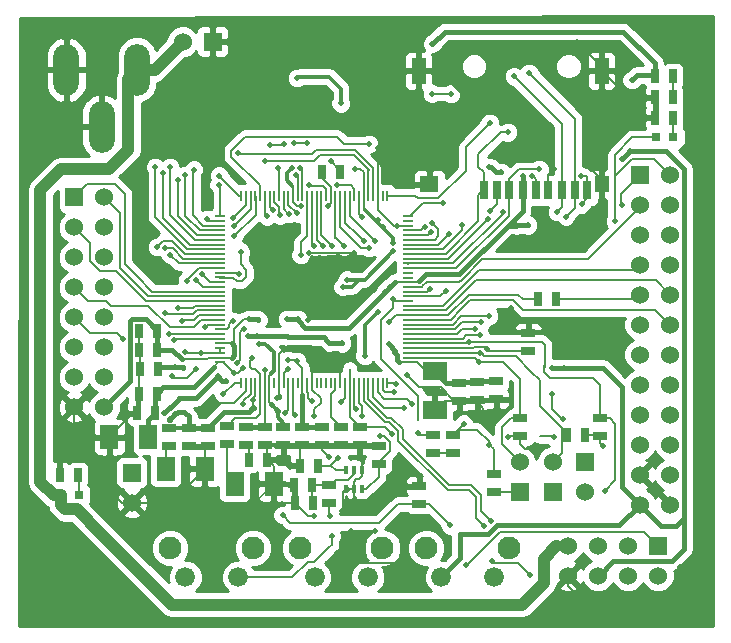
<source format=gtl>
G04 (created by PCBNEW-RS274X (2011-01-25 BZR 2758)-stable) date Mon 25 Apr 2011 03:55:26 PM COT*
G01*
G70*
G90*
%MOIN*%
G04 Gerber Fmt 3.4, Leading zero omitted, Abs format*
%FSLAX34Y34*%
G04 APERTURE LIST*
%ADD10C,0.006000*%
%ADD11O,0.085900X0.171900*%
%ADD12R,0.011800X0.027500*%
%ADD13R,0.031400X0.031400*%
%ADD14R,0.060000X0.060000*%
%ADD15C,0.060000*%
%ADD16C,0.066000*%
%ADD17C,0.076000*%
%ADD18R,0.035000X0.008000*%
%ADD19R,0.008000X0.035000*%
%ADD20R,0.026000X0.062000*%
%ADD21R,0.062000X0.054000*%
%ADD22R,0.046000X0.086000*%
%ADD23R,0.046000X0.054000*%
%ADD24R,0.025000X0.045000*%
%ADD25R,0.045000X0.025000*%
%ADD26R,0.060000X0.080000*%
%ADD27R,0.080000X0.060000*%
%ADD28C,0.019700*%
%ADD29C,0.007900*%
%ADD30C,0.011800*%
%ADD31C,0.015700*%
%ADD32C,0.039400*%
%ADD33C,0.031500*%
%ADD34C,0.010000*%
G04 APERTURE END LIST*
G54D10*
G54D11*
X46524Y-33307D03*
X47705Y-35196D03*
X48886Y-33307D03*
G54D12*
X56375Y-46644D03*
X56120Y-46644D03*
X55865Y-46644D03*
X55865Y-47272D03*
X56120Y-47272D03*
X56375Y-47272D03*
G54D13*
X46347Y-47492D03*
X46937Y-47492D03*
X66177Y-35555D03*
X66767Y-35555D03*
G54D14*
X46793Y-37553D03*
G54D15*
X47793Y-37553D03*
X46793Y-38553D03*
X47793Y-38553D03*
X46793Y-39553D03*
X47793Y-39553D03*
X46793Y-40553D03*
X47793Y-40553D03*
X46793Y-41553D03*
X47793Y-41553D03*
X46793Y-42553D03*
X47793Y-42553D03*
X46793Y-43553D03*
X47793Y-43553D03*
X46793Y-44553D03*
X47793Y-44553D03*
G54D16*
X54809Y-50218D03*
X56579Y-50218D03*
G54D17*
X54309Y-49238D03*
X57069Y-49238D03*
G54D18*
X57919Y-43054D03*
G54D19*
X57228Y-37495D03*
G54D18*
X51669Y-38186D03*
G54D19*
X52360Y-43745D03*
G54D18*
X57919Y-42897D03*
G54D19*
X57071Y-37495D03*
G54D18*
X51669Y-38343D03*
G54D19*
X52517Y-43745D03*
G54D18*
X57919Y-42740D03*
G54D19*
X56914Y-37495D03*
G54D18*
X51669Y-38500D03*
G54D19*
X52674Y-43745D03*
G54D18*
X57919Y-42583D03*
G54D19*
X56757Y-37495D03*
G54D18*
X51669Y-38657D03*
G54D19*
X52831Y-43745D03*
G54D18*
X57919Y-42426D03*
G54D19*
X56600Y-37495D03*
G54D18*
X51669Y-38814D03*
G54D19*
X52988Y-43745D03*
G54D18*
X57919Y-42269D03*
G54D19*
X56443Y-37495D03*
G54D18*
X51669Y-38971D03*
G54D19*
X53145Y-43745D03*
G54D18*
X57919Y-42112D03*
G54D19*
X56286Y-37495D03*
G54D18*
X51669Y-39128D03*
G54D19*
X53302Y-43745D03*
G54D18*
X57919Y-41955D03*
G54D19*
X56129Y-37495D03*
G54D18*
X51669Y-39285D03*
G54D19*
X53459Y-43745D03*
G54D18*
X57919Y-41798D03*
G54D19*
X55972Y-37495D03*
G54D18*
X51669Y-39442D03*
G54D19*
X53616Y-43745D03*
G54D18*
X57919Y-41641D03*
G54D19*
X55815Y-37495D03*
G54D18*
X51669Y-39599D03*
G54D19*
X53773Y-43745D03*
G54D18*
X57919Y-41484D03*
G54D19*
X55658Y-37495D03*
G54D18*
X51669Y-39756D03*
G54D19*
X53930Y-43745D03*
G54D18*
X57919Y-41327D03*
G54D19*
X55501Y-37495D03*
G54D18*
X51669Y-39913D03*
G54D19*
X54087Y-43745D03*
G54D18*
X57919Y-41170D03*
G54D19*
X55344Y-37495D03*
G54D18*
X51669Y-40070D03*
G54D19*
X54244Y-43745D03*
G54D18*
X57919Y-41013D03*
G54D19*
X55187Y-37495D03*
G54D18*
X51669Y-40227D03*
G54D19*
X54401Y-43745D03*
G54D18*
X57919Y-40856D03*
G54D19*
X55030Y-37495D03*
G54D18*
X51669Y-40384D03*
G54D19*
X54558Y-43745D03*
G54D18*
X57919Y-40699D03*
G54D19*
X54873Y-37495D03*
G54D18*
X51669Y-40541D03*
G54D19*
X54715Y-43745D03*
G54D18*
X57919Y-40542D03*
G54D19*
X54716Y-37495D03*
G54D18*
X51669Y-40698D03*
G54D19*
X54872Y-43745D03*
G54D18*
X57919Y-40385D03*
G54D19*
X54559Y-37495D03*
G54D18*
X51669Y-40855D03*
G54D19*
X55029Y-43745D03*
G54D18*
X57919Y-40228D03*
G54D19*
X54402Y-37495D03*
G54D18*
X51669Y-41012D03*
G54D19*
X55186Y-43745D03*
G54D18*
X57919Y-40071D03*
G54D19*
X54245Y-37495D03*
G54D18*
X51669Y-41169D03*
G54D19*
X55343Y-43745D03*
G54D18*
X57919Y-39914D03*
G54D19*
X54088Y-37495D03*
G54D18*
X51669Y-41326D03*
G54D19*
X55500Y-43745D03*
G54D18*
X57919Y-39757D03*
G54D19*
X53931Y-37495D03*
G54D18*
X51669Y-41483D03*
G54D19*
X55657Y-43745D03*
G54D18*
X57919Y-39600D03*
G54D19*
X53774Y-37495D03*
G54D18*
X51669Y-41640D03*
G54D19*
X55814Y-43745D03*
G54D18*
X57919Y-39443D03*
G54D19*
X53617Y-37495D03*
G54D18*
X51669Y-41797D03*
G54D19*
X55971Y-43745D03*
G54D18*
X57919Y-39286D03*
G54D19*
X53460Y-37495D03*
G54D18*
X51669Y-41954D03*
G54D19*
X56128Y-43745D03*
G54D18*
X57919Y-39129D03*
G54D19*
X53303Y-37495D03*
G54D18*
X51669Y-42111D03*
G54D19*
X56285Y-43745D03*
G54D18*
X57919Y-38972D03*
G54D19*
X53146Y-37495D03*
G54D18*
X51669Y-42268D03*
G54D19*
X56442Y-43745D03*
G54D18*
X57919Y-38815D03*
G54D19*
X52989Y-37495D03*
G54D18*
X51669Y-42425D03*
G54D19*
X56599Y-43745D03*
G54D18*
X57919Y-38658D03*
G54D19*
X52832Y-37495D03*
G54D18*
X51669Y-42582D03*
G54D19*
X56756Y-43745D03*
G54D18*
X57919Y-38501D03*
G54D19*
X52675Y-37495D03*
G54D18*
X51669Y-42739D03*
G54D19*
X56913Y-43745D03*
G54D18*
X57919Y-38344D03*
G54D19*
X52518Y-37495D03*
G54D18*
X51669Y-42896D03*
G54D19*
X57070Y-43745D03*
G54D18*
X57919Y-38187D03*
G54D19*
X52361Y-37495D03*
G54D18*
X51669Y-43053D03*
G54D19*
X57227Y-43745D03*
G54D20*
X60440Y-37321D03*
X60870Y-37321D03*
X61300Y-37321D03*
X61740Y-37321D03*
X62170Y-37321D03*
X62600Y-37321D03*
X63040Y-37321D03*
X63470Y-37321D03*
X63900Y-37321D03*
G54D21*
X58630Y-37121D03*
G54D22*
X58270Y-33341D03*
X64370Y-33341D03*
G54D23*
X64380Y-37121D03*
G54D24*
X66153Y-34224D03*
X66753Y-34224D03*
X66761Y-34898D03*
X66161Y-34898D03*
X46306Y-46803D03*
X46906Y-46803D03*
G54D25*
X58752Y-46087D03*
X58752Y-45487D03*
G54D24*
X49540Y-44102D03*
X48940Y-44102D03*
G54D14*
X65651Y-36797D03*
G54D15*
X66651Y-36797D03*
X65651Y-37797D03*
X66651Y-37797D03*
X65651Y-38797D03*
X66651Y-38797D03*
X65651Y-39797D03*
X66651Y-39797D03*
X65651Y-40797D03*
X66651Y-40797D03*
X65651Y-41797D03*
X66651Y-41797D03*
X65651Y-42797D03*
X66651Y-42797D03*
X65651Y-43797D03*
X66651Y-43797D03*
X65651Y-44797D03*
X66651Y-44797D03*
X65651Y-45797D03*
X66651Y-45797D03*
X65651Y-46797D03*
X66651Y-46797D03*
X65651Y-47797D03*
X66651Y-47797D03*
G54D24*
X62843Y-40953D03*
X62243Y-40953D03*
G54D16*
X59029Y-50218D03*
X60799Y-50218D03*
G54D17*
X58529Y-49238D03*
X61289Y-49238D03*
G54D16*
X50494Y-50218D03*
X52264Y-50218D03*
G54D17*
X49994Y-49238D03*
X52754Y-49238D03*
G54D26*
X49844Y-46595D03*
X51144Y-46595D03*
X52144Y-47095D03*
X53444Y-47095D03*
X49269Y-45545D03*
X47969Y-45545D03*
G54D27*
X58809Y-43348D03*
X58809Y-44648D03*
G54D25*
X56319Y-45220D03*
X56319Y-45820D03*
X54394Y-45220D03*
X54394Y-45820D03*
X53144Y-45220D03*
X53144Y-45820D03*
G54D24*
X52619Y-46295D03*
X53219Y-46295D03*
G54D25*
X52519Y-45195D03*
X52519Y-45795D03*
X49969Y-45245D03*
X49969Y-45845D03*
X51244Y-45245D03*
X51244Y-45845D03*
X53769Y-45220D03*
X53769Y-45820D03*
X50619Y-45245D03*
X50619Y-45845D03*
X51894Y-45170D03*
X51894Y-45770D03*
G54D24*
X49569Y-42020D03*
X48969Y-42020D03*
G54D25*
X55044Y-45220D03*
X55044Y-45820D03*
G54D24*
X49494Y-44745D03*
X48894Y-44745D03*
G54D25*
X60860Y-43678D03*
X60860Y-44278D03*
X60234Y-43717D03*
X60234Y-44317D03*
G54D24*
X49585Y-43269D03*
X48985Y-43269D03*
X55054Y-36712D03*
X55654Y-36712D03*
X49569Y-42645D03*
X48969Y-42645D03*
G54D25*
X59620Y-43741D03*
X59620Y-44341D03*
X64315Y-44920D03*
X64315Y-45520D03*
X61669Y-44920D03*
X61669Y-45520D03*
X55277Y-47151D03*
X55277Y-47751D03*
G54D24*
X54731Y-47132D03*
X54131Y-47132D03*
X54746Y-47738D03*
X54146Y-47738D03*
G54D25*
X58300Y-47780D03*
X58300Y-47180D03*
X55694Y-45220D03*
X55694Y-45820D03*
X56938Y-45832D03*
X56938Y-46432D03*
G54D24*
X54319Y-46495D03*
X54919Y-46495D03*
G54D14*
X66256Y-49169D03*
G54D15*
X66256Y-50169D03*
X65256Y-49169D03*
X65256Y-50169D03*
X64256Y-49169D03*
X64256Y-50169D03*
X63256Y-49169D03*
X63256Y-50169D03*
G54D14*
X61654Y-47390D03*
G54D15*
X61654Y-46390D03*
G54D14*
X62744Y-47390D03*
G54D15*
X62744Y-46390D03*
G54D14*
X48718Y-46730D03*
G54D15*
X48718Y-47730D03*
G54D14*
X51413Y-32366D03*
G54D15*
X50413Y-32366D03*
G54D14*
X63827Y-46382D03*
G54D15*
X63827Y-47382D03*
G54D24*
X63204Y-45484D03*
X63804Y-45484D03*
G54D25*
X61929Y-42670D03*
X61929Y-42070D03*
X60783Y-46783D03*
X60783Y-47383D03*
X59406Y-45487D03*
X59406Y-46087D03*
G54D24*
X66153Y-33520D03*
X66753Y-33520D03*
G54D28*
X51218Y-38285D03*
X51616Y-37128D03*
X51627Y-36836D03*
X49551Y-39213D03*
X49738Y-36754D03*
X49978Y-36549D03*
X50498Y-36825D03*
X50773Y-36628D03*
X51061Y-40124D03*
X50864Y-40325D03*
X52118Y-38850D03*
X52339Y-39366D03*
X56627Y-39238D03*
X53941Y-38106D03*
X53406Y-37976D03*
X53228Y-38181D03*
X55791Y-39193D03*
X55094Y-39189D03*
X54799Y-39193D03*
X54339Y-39480D03*
X53592Y-36573D03*
X56390Y-38205D03*
X55561Y-37145D03*
X52297Y-40116D03*
X61457Y-33524D03*
X61071Y-38059D03*
X62890Y-38043D03*
X61244Y-35386D03*
X58732Y-38421D03*
X62063Y-36831D03*
X60647Y-35088D03*
X60657Y-38000D03*
X50557Y-40328D03*
X49978Y-39462D03*
X49827Y-39240D03*
X49498Y-36549D03*
X50246Y-36974D03*
X52088Y-38242D03*
X52252Y-36094D03*
X53169Y-36331D03*
X56828Y-39014D03*
X54217Y-38083D03*
X53665Y-38154D03*
X56610Y-35776D03*
X56438Y-39025D03*
X55394Y-39177D03*
X54328Y-36584D03*
X54179Y-36821D03*
X54616Y-37136D03*
X52108Y-38521D03*
X61957Y-33421D03*
X63173Y-38197D03*
X60591Y-38276D03*
X59717Y-38488D03*
X59297Y-38762D03*
X64820Y-38348D03*
X58474Y-38543D03*
X58690Y-38726D03*
X65049Y-37801D03*
X63705Y-37787D03*
X59094Y-37744D03*
X63689Y-36843D03*
X62291Y-36618D03*
X57457Y-44047D03*
X57528Y-43764D03*
X60293Y-43029D03*
X60331Y-42760D03*
X60567Y-42622D03*
X64472Y-47335D03*
X59965Y-42370D03*
X60307Y-42154D03*
X60146Y-41937D03*
X60358Y-41720D03*
X60622Y-41504D03*
X57293Y-41722D03*
X57415Y-40935D03*
X54139Y-44825D03*
X53813Y-44758D03*
X55683Y-44368D03*
X57772Y-44583D03*
X58248Y-45409D03*
X58051Y-44445D03*
X50130Y-42323D03*
X48407Y-42277D03*
X50057Y-43521D03*
X50852Y-43285D03*
X52072Y-41675D03*
X52442Y-41943D03*
X52218Y-43076D03*
X50236Y-41230D03*
X49803Y-41398D03*
X50374Y-41661D03*
X51146Y-41882D03*
X49941Y-42122D03*
X60713Y-49681D03*
X61984Y-50154D03*
X60469Y-48524D03*
X60677Y-48343D03*
X56183Y-44612D03*
X55600Y-46250D03*
X56976Y-45504D03*
X56399Y-44836D03*
X66980Y-49870D03*
X61350Y-41228D03*
X60413Y-44819D03*
X61260Y-45547D03*
X62114Y-45929D03*
X63541Y-32388D03*
X55724Y-48020D03*
X56004Y-48681D03*
X56835Y-48681D03*
X54797Y-44852D03*
X59394Y-35378D03*
X64024Y-36626D03*
X54780Y-48189D03*
X55551Y-49417D03*
X57866Y-49846D03*
X59846Y-49795D03*
X57898Y-43488D03*
X55344Y-36358D03*
X53568Y-44258D03*
X55273Y-46199D03*
X57557Y-38510D03*
X59777Y-34191D03*
X53320Y-35809D03*
X53785Y-35769D03*
X56903Y-35923D03*
X56131Y-39403D03*
X54627Y-39415D03*
X62801Y-36612D03*
X53726Y-47785D03*
X54750Y-41112D03*
X54600Y-41632D03*
X55019Y-43070D03*
X51369Y-44420D03*
X51769Y-44120D03*
X54717Y-44358D03*
X55316Y-48171D03*
X55372Y-48840D03*
X53742Y-48147D03*
X59324Y-48482D03*
X52411Y-44439D03*
X58639Y-40612D03*
X59171Y-40675D03*
X58728Y-34098D03*
X59343Y-34106D03*
X52734Y-42923D03*
X49795Y-44756D03*
X49970Y-44586D03*
X47911Y-48994D03*
X47697Y-48780D03*
X48098Y-49169D03*
X51840Y-43671D03*
X53163Y-43297D03*
X51576Y-43521D03*
X52431Y-43248D03*
X54212Y-43021D03*
X53907Y-42982D03*
X52131Y-43415D03*
X50423Y-43228D03*
X52883Y-42175D03*
X55718Y-42421D03*
X57480Y-42736D03*
X57273Y-42460D03*
X55301Y-42395D03*
X52584Y-42187D03*
X51003Y-42736D03*
X50144Y-43220D03*
X50498Y-42699D03*
X58732Y-32433D03*
X65378Y-33646D03*
X59772Y-45106D03*
X60634Y-45799D03*
X62783Y-45551D03*
X64413Y-45858D03*
X63087Y-44949D03*
X62717Y-44098D03*
X63106Y-43248D03*
X62713Y-43252D03*
X61740Y-36839D03*
X61013Y-36712D03*
X65311Y-36012D03*
X65047Y-36280D03*
X61535Y-38488D03*
X61909Y-38488D03*
X60629Y-36545D03*
X52933Y-41634D03*
X53887Y-41614D03*
X57151Y-40715D03*
X57313Y-40553D03*
X52627Y-41620D03*
X54250Y-41620D03*
X54217Y-33579D03*
X55677Y-34417D03*
X57435Y-39071D03*
X57083Y-38559D03*
X55244Y-37846D03*
X54346Y-37846D03*
X55738Y-40531D03*
X55887Y-40305D03*
X54120Y-35758D03*
X54564Y-35750D03*
X56139Y-36600D03*
X56935Y-38309D03*
X56931Y-41372D03*
X56478Y-42840D03*
X57435Y-39348D03*
X54053Y-36576D03*
X53907Y-43269D03*
X49996Y-44944D03*
X52775Y-44576D03*
X52765Y-44321D03*
X50167Y-44785D03*
X53549Y-44655D03*
X53370Y-44465D03*
X52954Y-42443D03*
X57378Y-45441D03*
G54D29*
X51669Y-38343D02*
X51276Y-38343D01*
X51276Y-38343D02*
X51218Y-38285D01*
X51669Y-38343D02*
X51446Y-38343D01*
X51669Y-37181D02*
X51669Y-38186D01*
X51616Y-37128D02*
X51669Y-37181D01*
X52361Y-37495D02*
X52286Y-37495D01*
X52286Y-37495D02*
X51627Y-36836D01*
X51669Y-39442D02*
X50493Y-39442D01*
X49756Y-39008D02*
X49551Y-39213D01*
X50059Y-39008D02*
X49756Y-39008D01*
X50493Y-39442D02*
X50059Y-39008D01*
X50643Y-39128D02*
X51669Y-39128D01*
X49750Y-38235D02*
X50643Y-39128D01*
X49750Y-36766D02*
X49750Y-38235D01*
X49738Y-36754D02*
X49750Y-36766D01*
X51669Y-38971D02*
X50805Y-38971D01*
X49978Y-38144D02*
X49978Y-36549D01*
X50805Y-38971D02*
X49978Y-38144D01*
X51669Y-38653D02*
X51669Y-38657D01*
X50976Y-38653D02*
X51669Y-38653D01*
X50494Y-38171D02*
X50976Y-38653D01*
X50494Y-36829D02*
X50494Y-38171D01*
X50498Y-36825D02*
X50494Y-36829D01*
X51098Y-38500D02*
X51669Y-38500D01*
X50750Y-38152D02*
X51098Y-38500D01*
X50750Y-36651D02*
X50750Y-38152D01*
X50773Y-36628D02*
X50750Y-36651D01*
X51669Y-40384D02*
X51321Y-40384D01*
X51321Y-40384D02*
X51061Y-40124D01*
X51669Y-40541D02*
X51080Y-40541D01*
X51080Y-40541D02*
X50864Y-40325D01*
X52836Y-37495D02*
X52832Y-37495D01*
X52836Y-38132D02*
X52836Y-37495D01*
X52118Y-38850D02*
X52836Y-38132D01*
X51669Y-40231D02*
X51669Y-40227D01*
X52098Y-40231D02*
X51669Y-40231D01*
X52213Y-40346D02*
X52098Y-40231D01*
X52390Y-40346D02*
X52213Y-40346D01*
X52524Y-40212D02*
X52390Y-40346D01*
X52524Y-39961D02*
X52524Y-40212D01*
X52354Y-39791D02*
X52524Y-39961D01*
X52354Y-39381D02*
X52354Y-39791D01*
X52339Y-39366D02*
X52354Y-39381D01*
X56179Y-39065D02*
X56179Y-39081D01*
X56336Y-39238D02*
X56627Y-39238D01*
X56179Y-39081D02*
X56336Y-39238D01*
X55658Y-38544D02*
X56179Y-39065D01*
X55658Y-37495D02*
X55658Y-38544D01*
X53774Y-37495D02*
X53774Y-37947D01*
X53933Y-38106D02*
X53941Y-38106D01*
X53774Y-37947D02*
X53933Y-38106D01*
X53770Y-37493D02*
X53774Y-37495D01*
X53303Y-37495D02*
X53303Y-37873D01*
X53303Y-37873D02*
X53406Y-37976D01*
X53146Y-37495D02*
X53146Y-38099D01*
X53146Y-38099D02*
X53228Y-38181D01*
X55501Y-38906D02*
X55504Y-38906D01*
X55501Y-37495D02*
X55501Y-38906D01*
X55504Y-38906D02*
X55791Y-39193D01*
X54873Y-38879D02*
X54873Y-38968D01*
X54873Y-37495D02*
X54873Y-38879D01*
X54873Y-38968D02*
X55094Y-39189D01*
X54716Y-39020D02*
X54716Y-39110D01*
X54716Y-39110D02*
X54799Y-39193D01*
X54716Y-37495D02*
X54716Y-39020D01*
X54716Y-39020D02*
X54716Y-39023D01*
X54354Y-39056D02*
X54559Y-38851D01*
X54354Y-39465D02*
X54354Y-39056D01*
X54339Y-39480D02*
X54354Y-39465D01*
X54559Y-37495D02*
X54559Y-38851D01*
X53617Y-36598D02*
X53617Y-37495D01*
X53592Y-36573D02*
X53617Y-36598D01*
X56286Y-37495D02*
X56286Y-38101D01*
X56286Y-38101D02*
X56390Y-38205D01*
X56129Y-37495D02*
X56129Y-37262D01*
X56012Y-37145D02*
X55561Y-37145D01*
X56129Y-37262D02*
X56012Y-37145D01*
X51669Y-40070D02*
X52251Y-40070D01*
X52251Y-40070D02*
X52297Y-40116D01*
X63040Y-37321D02*
X63040Y-35107D01*
X63040Y-35107D02*
X61457Y-33524D01*
X59425Y-39757D02*
X61071Y-38111D01*
X61071Y-38111D02*
X61071Y-38059D01*
X57919Y-39757D02*
X59425Y-39757D01*
X63040Y-37893D02*
X63040Y-37321D01*
X62890Y-38043D02*
X63040Y-37893D01*
X57919Y-39761D02*
X57919Y-39757D01*
X60440Y-37321D02*
X60440Y-36712D01*
X61004Y-35386D02*
X61244Y-35386D01*
X60268Y-36122D02*
X61004Y-35386D01*
X60268Y-36540D02*
X60268Y-36122D01*
X60440Y-36712D02*
X60268Y-36540D01*
X57919Y-39443D02*
X59172Y-39443D01*
X60268Y-37493D02*
X60440Y-37321D01*
X60268Y-38347D02*
X60268Y-37493D01*
X59172Y-39443D02*
X60268Y-38347D01*
X58732Y-38421D02*
X58933Y-38622D01*
X58933Y-38622D02*
X58933Y-38855D01*
X58933Y-38855D02*
X58812Y-38976D01*
X58812Y-38976D02*
X57919Y-38976D01*
X57919Y-38972D02*
X57919Y-38976D01*
X62170Y-37321D02*
X62170Y-36938D01*
X62170Y-36938D02*
X62063Y-36831D01*
X58253Y-37592D02*
X58927Y-37592D01*
X58156Y-37495D02*
X58253Y-37592D01*
X57228Y-37495D02*
X58156Y-37495D01*
X59846Y-36673D02*
X59846Y-35889D01*
X58927Y-37592D02*
X59846Y-36673D01*
X59844Y-35891D02*
X59846Y-35889D01*
X59846Y-35889D02*
X60647Y-35088D01*
X60870Y-37321D02*
X60870Y-37787D01*
X60870Y-37787D02*
X60657Y-38000D01*
X51669Y-39913D02*
X50968Y-39913D01*
X50557Y-40324D02*
X50557Y-40328D01*
X50968Y-39913D02*
X50557Y-40324D01*
X51669Y-39756D02*
X50272Y-39756D01*
X50272Y-39756D02*
X49978Y-39462D01*
X51669Y-39599D02*
X50434Y-39599D01*
X50075Y-39240D02*
X49827Y-39240D01*
X50434Y-39599D02*
X50075Y-39240D01*
X51669Y-39285D02*
X50565Y-39285D01*
X49498Y-38218D02*
X49498Y-36549D01*
X50565Y-39285D02*
X49498Y-38218D01*
X50873Y-38814D02*
X51669Y-38814D01*
X50253Y-38194D02*
X50873Y-38814D01*
X50253Y-36981D02*
X50253Y-38194D01*
X50246Y-36974D02*
X50253Y-36981D01*
X52518Y-37812D02*
X52518Y-37495D01*
X52088Y-38242D02*
X52518Y-37812D01*
X52258Y-36100D02*
X52252Y-36094D01*
X56757Y-36572D02*
X56745Y-36572D01*
X56757Y-36573D02*
X56757Y-36572D01*
X54844Y-35986D02*
X54730Y-36100D01*
X56159Y-35986D02*
X54844Y-35986D01*
X56745Y-36572D02*
X56159Y-35986D01*
X54730Y-36100D02*
X52258Y-36100D01*
X56757Y-36573D02*
X56757Y-36573D01*
X56757Y-36573D02*
X56757Y-37495D01*
X54225Y-36344D02*
X53182Y-36344D01*
X56104Y-36147D02*
X56604Y-36647D01*
X56600Y-36647D02*
X56604Y-36647D01*
X54225Y-36344D02*
X54785Y-36344D01*
X54982Y-36147D02*
X56100Y-36147D01*
X54785Y-36344D02*
X54982Y-36147D01*
X56100Y-36147D02*
X56104Y-36147D01*
X53182Y-36344D02*
X53169Y-36331D01*
X56600Y-36651D02*
X56600Y-36647D01*
X56600Y-36647D02*
X56600Y-36651D01*
X56600Y-36651D02*
X56600Y-37495D01*
X55976Y-37495D02*
X55972Y-37495D01*
X55976Y-38166D02*
X55976Y-37495D01*
X56828Y-39014D02*
X55976Y-38166D01*
X53931Y-37495D02*
X53931Y-37797D01*
X53931Y-37797D02*
X54217Y-38083D01*
X53460Y-37495D02*
X53460Y-37719D01*
X53618Y-38107D02*
X53665Y-38154D01*
X53618Y-37877D02*
X53618Y-38107D01*
X53460Y-37719D02*
X53618Y-37877D01*
X52989Y-37154D02*
X52031Y-36196D01*
X52031Y-36196D02*
X52031Y-35996D01*
X52031Y-35996D02*
X52492Y-35535D01*
X52492Y-35535D02*
X55563Y-35535D01*
X52989Y-37154D02*
X52989Y-37495D01*
X55563Y-35544D02*
X55563Y-35535D01*
X55795Y-35776D02*
X55563Y-35544D01*
X56610Y-35776D02*
X55795Y-35776D01*
X56238Y-38821D02*
X56238Y-38825D01*
X56238Y-38821D02*
X55815Y-38398D01*
X55815Y-37495D02*
X55815Y-38398D01*
X56238Y-38825D02*
X56438Y-39025D01*
X55030Y-38747D02*
X55030Y-38813D01*
X55030Y-37495D02*
X55030Y-38747D01*
X55030Y-38813D02*
X55394Y-39177D01*
X54402Y-37495D02*
X54402Y-36658D01*
X54402Y-36658D02*
X54328Y-36584D01*
X54245Y-37495D02*
X54245Y-36887D01*
X54245Y-36887D02*
X54179Y-36821D01*
X55191Y-37274D02*
X55187Y-37274D01*
X55092Y-37175D02*
X55191Y-37274D01*
X54655Y-37175D02*
X55092Y-37175D01*
X54616Y-37136D02*
X54655Y-37175D01*
X55187Y-37495D02*
X55187Y-37274D01*
X55187Y-37274D02*
X55187Y-37274D01*
X55183Y-37495D02*
X55187Y-37495D01*
X52675Y-37495D02*
X52675Y-37954D01*
X52675Y-37954D02*
X52108Y-38521D01*
X48309Y-38069D02*
X47793Y-37553D01*
X51669Y-40855D02*
X49252Y-40855D01*
X48745Y-40348D02*
X48309Y-39912D01*
X48309Y-39912D02*
X48309Y-38069D01*
X49252Y-40855D02*
X48745Y-40348D01*
X49402Y-40698D02*
X48883Y-40179D01*
X51669Y-40698D02*
X50521Y-40698D01*
X48883Y-40179D02*
X48470Y-39766D01*
X50521Y-40698D02*
X49402Y-40698D01*
X48470Y-37462D02*
X48470Y-37447D01*
X48470Y-39766D02*
X48470Y-37462D01*
X47224Y-37122D02*
X46793Y-37553D01*
X48145Y-37122D02*
X47224Y-37122D01*
X48470Y-37447D02*
X48145Y-37122D01*
X63470Y-37321D02*
X63470Y-34934D01*
X63470Y-34934D02*
X61957Y-33421D01*
X63173Y-38197D02*
X63470Y-37900D01*
X63470Y-37900D02*
X63470Y-37321D01*
X57919Y-39600D02*
X59267Y-39600D01*
X59267Y-39600D02*
X60591Y-38276D01*
X57919Y-39286D02*
X59084Y-39286D01*
X59717Y-38653D02*
X59717Y-38488D01*
X59084Y-39286D02*
X59717Y-38653D01*
X57919Y-39290D02*
X57919Y-39286D01*
X57919Y-39129D02*
X58930Y-39129D01*
X58930Y-39129D02*
X59297Y-38762D01*
X64809Y-36836D02*
X64809Y-36136D01*
X65390Y-35555D02*
X66177Y-35555D01*
X64809Y-36136D02*
X65390Y-35555D01*
X64820Y-38348D02*
X64809Y-38337D01*
X64809Y-38337D02*
X64809Y-36836D01*
X64809Y-36836D02*
X65376Y-36269D01*
X65376Y-36269D02*
X66123Y-36269D01*
X66651Y-36797D02*
X66123Y-36269D01*
X58290Y-38658D02*
X57919Y-38658D01*
X58359Y-38658D02*
X58290Y-38658D01*
X58474Y-38543D02*
X58359Y-38658D01*
X57919Y-38815D02*
X58601Y-38815D01*
X58601Y-38815D02*
X58690Y-38726D01*
X65049Y-37801D02*
X65017Y-37769D01*
X65017Y-37769D02*
X65017Y-37431D01*
X65017Y-37431D02*
X65651Y-36797D01*
X57919Y-38187D02*
X57971Y-38187D01*
X63705Y-37787D02*
X63900Y-37592D01*
X63900Y-37592D02*
X63900Y-37321D01*
X58414Y-37744D02*
X59094Y-37744D01*
X57971Y-38187D02*
X58414Y-37744D01*
X63900Y-36872D02*
X63900Y-37321D01*
X63863Y-36835D02*
X63900Y-36872D01*
X63697Y-36835D02*
X63863Y-36835D01*
X63689Y-36843D02*
X63697Y-36835D01*
X61300Y-37321D02*
X61300Y-36944D01*
X61626Y-36618D02*
X62291Y-36618D01*
X61300Y-36944D02*
X61626Y-36618D01*
X57919Y-39914D02*
X59535Y-39914D01*
X61287Y-38162D02*
X61287Y-37858D01*
X59535Y-39914D02*
X61287Y-38162D01*
X61300Y-37321D02*
X61300Y-37845D01*
X61300Y-37845D02*
X61287Y-37858D01*
X57457Y-44047D02*
X57138Y-44047D01*
X57070Y-43979D02*
X57070Y-43745D01*
X57138Y-44047D02*
X57070Y-43979D01*
X57528Y-43764D02*
X57509Y-43745D01*
X57227Y-43745D02*
X57509Y-43745D01*
X65429Y-41301D02*
X66155Y-41301D01*
X66155Y-41301D02*
X66651Y-41797D01*
X65476Y-41301D02*
X65429Y-41301D01*
X65429Y-41301D02*
X61742Y-41301D01*
X61742Y-41301D02*
X61650Y-41209D01*
X59339Y-41639D02*
X59695Y-41283D01*
X61650Y-41209D02*
X61433Y-40992D01*
X61433Y-40992D02*
X59986Y-40992D01*
X59986Y-40992D02*
X59695Y-41283D01*
X59339Y-41641D02*
X59339Y-41639D01*
X59339Y-41641D02*
X57919Y-41641D01*
X61669Y-44920D02*
X61344Y-44920D01*
X61043Y-45779D02*
X61654Y-46390D01*
X61043Y-45221D02*
X61043Y-45779D01*
X61344Y-44920D02*
X61043Y-45221D01*
X61669Y-44920D02*
X61669Y-43602D01*
X61096Y-43029D02*
X60293Y-43029D01*
X61669Y-43602D02*
X61096Y-43029D01*
X57919Y-42897D02*
X60161Y-42897D01*
X60161Y-42897D02*
X60293Y-43029D01*
X62735Y-44920D02*
X62731Y-44920D01*
X62735Y-44920D02*
X63043Y-45228D01*
X63043Y-45575D02*
X63043Y-45228D01*
X62315Y-44504D02*
X62315Y-43780D01*
X62731Y-44920D02*
X62315Y-44504D01*
X62020Y-43362D02*
X62035Y-43362D01*
X62035Y-43362D02*
X62315Y-43642D01*
X62315Y-43642D02*
X62315Y-43780D01*
X60331Y-42760D02*
X60374Y-42760D01*
X61504Y-42846D02*
X62020Y-43362D01*
X60460Y-42846D02*
X61504Y-42846D01*
X60374Y-42760D02*
X60460Y-42846D01*
X62315Y-43780D02*
X62315Y-43788D01*
X63204Y-45484D02*
X63134Y-45484D01*
X63134Y-45484D02*
X63043Y-45575D01*
X63043Y-46091D02*
X62744Y-46390D01*
X63043Y-45575D02*
X63043Y-46091D01*
X60280Y-42740D02*
X60311Y-42740D01*
X60311Y-42740D02*
X60331Y-42760D01*
X57919Y-42740D02*
X60280Y-42740D01*
X60280Y-42740D02*
X60294Y-42740D01*
X61929Y-42670D02*
X60615Y-42670D01*
X60615Y-42670D02*
X60567Y-42622D01*
X60588Y-42643D02*
X60567Y-42622D01*
X60082Y-42583D02*
X57919Y-42583D01*
X60567Y-42622D02*
X60492Y-42547D01*
X60492Y-42547D02*
X60118Y-42547D01*
X60118Y-42547D02*
X60082Y-42583D01*
X61654Y-42370D02*
X62374Y-42370D01*
X62480Y-43205D02*
X62469Y-43205D01*
X62480Y-42476D02*
X62480Y-43205D01*
X62374Y-42370D02*
X62480Y-42476D01*
X64640Y-44920D02*
X64315Y-44920D01*
X64823Y-45103D02*
X64640Y-44920D01*
X64823Y-46984D02*
X64823Y-45103D01*
X64472Y-47335D02*
X64823Y-46984D01*
X59965Y-42370D02*
X61654Y-42370D01*
X61654Y-42370D02*
X61685Y-42370D01*
X64315Y-43807D02*
X64315Y-44920D01*
X62469Y-43205D02*
X62469Y-43379D01*
X62469Y-43379D02*
X62657Y-43567D01*
X62657Y-43567D02*
X64075Y-43567D01*
X64075Y-43567D02*
X64315Y-43807D01*
X62469Y-43154D02*
X62469Y-43205D01*
X59904Y-42426D02*
X57919Y-42426D01*
X59965Y-42370D02*
X59909Y-42426D01*
X59909Y-42426D02*
X59904Y-42426D01*
X57919Y-42269D02*
X59739Y-42269D01*
X59854Y-42154D02*
X60307Y-42154D01*
X59739Y-42269D02*
X59854Y-42154D01*
X60146Y-41937D02*
X60146Y-41941D01*
X59709Y-41941D02*
X59538Y-42112D01*
X60146Y-41941D02*
X59709Y-41941D01*
X57919Y-42112D02*
X59538Y-42112D01*
X59538Y-42112D02*
X59541Y-42112D01*
X57919Y-41955D02*
X59474Y-41955D01*
X59709Y-41720D02*
X60358Y-41720D01*
X59474Y-41955D02*
X59709Y-41720D01*
X57919Y-41798D02*
X59404Y-41798D01*
X59698Y-41504D02*
X60622Y-41504D01*
X59404Y-41798D02*
X59698Y-41504D01*
X65651Y-37797D02*
X65651Y-37876D01*
X62872Y-39624D02*
X62915Y-39624D01*
X58379Y-40542D02*
X58399Y-40522D01*
X59710Y-40301D02*
X60387Y-39624D01*
X60387Y-39624D02*
X62872Y-39624D01*
X59627Y-40384D02*
X59710Y-40301D01*
X58537Y-40384D02*
X59627Y-40384D01*
X58399Y-40522D02*
X58537Y-40384D01*
X58379Y-40542D02*
X57919Y-40542D01*
X63903Y-39624D02*
X62915Y-39624D01*
X65651Y-37876D02*
X63903Y-39624D01*
X62843Y-40953D02*
X65495Y-40953D01*
X65495Y-40953D02*
X65651Y-40797D01*
X59939Y-40795D02*
X61602Y-40795D01*
X59939Y-40795D02*
X59246Y-41488D01*
X59246Y-41488D02*
X57919Y-41488D01*
X57919Y-41484D02*
X57919Y-41488D01*
X61760Y-40953D02*
X62243Y-40953D01*
X61602Y-40795D02*
X61760Y-40953D01*
X57919Y-41484D02*
X57531Y-41484D01*
X57531Y-41484D02*
X57293Y-41722D01*
X59116Y-41327D02*
X59191Y-41327D01*
X66175Y-40321D02*
X66651Y-40797D01*
X60197Y-40321D02*
X66175Y-40321D01*
X59191Y-41327D02*
X60197Y-40321D01*
X57919Y-41327D02*
X59116Y-41327D01*
X59116Y-41327D02*
X59125Y-41327D01*
X57961Y-43862D02*
X57031Y-42932D01*
X57031Y-42932D02*
X57031Y-41634D01*
X57031Y-41634D02*
X57415Y-41250D01*
X57415Y-41250D02*
X57415Y-40935D01*
X58268Y-44169D02*
X57961Y-43862D01*
X58268Y-44973D02*
X58268Y-44965D01*
X58268Y-44965D02*
X58268Y-44169D01*
X57493Y-41013D02*
X57919Y-41013D01*
X57415Y-40935D02*
X57493Y-41013D01*
X57919Y-41170D02*
X59097Y-41170D01*
X65458Y-39990D02*
X65651Y-39797D01*
X60277Y-39990D02*
X65458Y-39990D01*
X59097Y-41170D02*
X60277Y-39990D01*
X65647Y-39793D02*
X65651Y-39797D01*
X54087Y-44773D02*
X54139Y-44825D01*
X54087Y-44773D02*
X54087Y-43745D01*
X53930Y-44641D02*
X53930Y-43745D01*
X53813Y-44758D02*
X53930Y-44641D01*
X55814Y-44237D02*
X55814Y-43745D01*
X55683Y-44368D02*
X55814Y-44237D01*
X56756Y-44222D02*
X57128Y-44594D01*
X56756Y-43745D02*
X56756Y-44222D01*
X57761Y-44594D02*
X57772Y-44583D01*
X57128Y-44594D02*
X57761Y-44594D01*
X58752Y-45487D02*
X58326Y-45487D01*
X58326Y-45487D02*
X58248Y-45409D01*
X56913Y-43745D02*
X56913Y-44047D01*
X57870Y-44264D02*
X58051Y-44445D01*
X57130Y-44264D02*
X57870Y-44264D01*
X56913Y-44047D02*
X57130Y-44264D01*
X50185Y-42268D02*
X50130Y-42323D01*
X50185Y-42268D02*
X51669Y-42268D01*
X48407Y-42277D02*
X48210Y-42080D01*
X48124Y-42080D02*
X48210Y-42080D01*
X50116Y-43580D02*
X50474Y-43580D01*
X50057Y-43521D02*
X50116Y-43580D01*
X50557Y-43580D02*
X50852Y-43285D01*
X50474Y-43580D02*
X50557Y-43580D01*
X50459Y-43580D02*
X50474Y-43580D01*
X46793Y-41553D02*
X47320Y-42080D01*
X48124Y-42080D02*
X47320Y-42080D01*
X48147Y-42080D02*
X48124Y-42080D01*
X52328Y-42073D02*
X52328Y-42057D01*
X51669Y-41958D02*
X51669Y-41954D01*
X51892Y-41958D02*
X51669Y-41958D01*
X51962Y-41888D02*
X51892Y-41958D01*
X51962Y-41785D02*
X51962Y-41888D01*
X52072Y-41675D02*
X51962Y-41785D01*
X52328Y-42057D02*
X52442Y-41943D01*
X52328Y-42966D02*
X52328Y-42702D01*
X52218Y-43076D02*
X52328Y-42966D01*
X51896Y-41954D02*
X51669Y-41954D01*
X52328Y-42159D02*
X52328Y-42702D01*
X52328Y-42061D02*
X52328Y-42073D01*
X52328Y-42073D02*
X52328Y-42159D01*
X52328Y-42702D02*
X52328Y-42892D01*
X47309Y-39680D02*
X47309Y-39069D01*
X47309Y-39069D02*
X46793Y-38553D01*
X51669Y-41012D02*
X49194Y-41012D01*
X47966Y-40010D02*
X47639Y-40010D01*
X47639Y-40010D02*
X47309Y-39680D01*
X48192Y-40010D02*
X47966Y-40010D01*
X49194Y-41012D02*
X48192Y-40010D01*
X50236Y-41230D02*
X50756Y-41230D01*
X51669Y-41165D02*
X51669Y-41169D01*
X50821Y-41165D02*
X51669Y-41165D01*
X50756Y-41230D02*
X50821Y-41165D01*
X49852Y-41447D02*
X49803Y-41398D01*
X50767Y-41447D02*
X49852Y-41447D01*
X51669Y-41326D02*
X50888Y-41326D01*
X50888Y-41326D02*
X50767Y-41447D01*
X51669Y-41479D02*
X51669Y-41483D01*
X50958Y-41479D02*
X51669Y-41479D01*
X50783Y-41654D02*
X50958Y-41479D01*
X50381Y-41654D02*
X50783Y-41654D01*
X50374Y-41661D02*
X50381Y-41654D01*
X47248Y-41008D02*
X46793Y-40553D01*
X47862Y-41008D02*
X47248Y-41008D01*
X48023Y-41169D02*
X47862Y-41008D01*
X49263Y-41169D02*
X48023Y-41169D01*
X49976Y-41882D02*
X49263Y-41169D01*
X50783Y-41882D02*
X49976Y-41882D01*
X51669Y-41640D02*
X51025Y-41640D01*
X51025Y-41640D02*
X50783Y-41882D01*
X51669Y-41797D02*
X51231Y-41797D01*
X51231Y-41797D02*
X51146Y-41882D01*
X51669Y-42111D02*
X49952Y-42111D01*
X49952Y-42111D02*
X49941Y-42122D01*
X60713Y-49681D02*
X60776Y-49744D01*
X60776Y-49744D02*
X61574Y-49744D01*
X61574Y-49744D02*
X61984Y-50154D01*
X56442Y-44316D02*
X56442Y-44340D01*
X59586Y-47311D02*
X59578Y-47303D01*
X59578Y-47303D02*
X59236Y-47303D01*
X59236Y-47303D02*
X57594Y-45661D01*
X60193Y-48248D02*
X60469Y-48524D01*
X60193Y-47551D02*
X60193Y-48248D01*
X59953Y-47311D02*
X60193Y-47551D01*
X59953Y-47311D02*
X59586Y-47311D01*
X56442Y-44316D02*
X56442Y-43745D01*
X57594Y-45350D02*
X57594Y-45661D01*
X57295Y-45051D02*
X57594Y-45350D01*
X57153Y-45051D02*
X57295Y-45051D01*
X56442Y-44340D02*
X57153Y-45051D01*
X57747Y-45287D02*
X57358Y-44898D01*
X57358Y-44898D02*
X57216Y-44898D01*
X57216Y-44898D02*
X56599Y-44281D01*
X56599Y-44281D02*
X56599Y-44257D01*
X56599Y-44257D02*
X56599Y-43745D01*
X60350Y-48016D02*
X60677Y-48343D01*
X60350Y-47480D02*
X60350Y-48016D01*
X60020Y-47150D02*
X60350Y-47480D01*
X59299Y-47150D02*
X60020Y-47150D01*
X57747Y-45598D02*
X59299Y-47150D01*
X57747Y-45598D02*
X57747Y-45287D01*
X55500Y-43745D02*
X55500Y-43964D01*
X55344Y-44870D02*
X55694Y-45220D01*
X55344Y-44120D02*
X55344Y-44870D01*
X55500Y-43964D02*
X55344Y-44120D01*
X55622Y-46644D02*
X55518Y-46644D01*
X55518Y-46644D02*
X55369Y-46495D01*
X56124Y-43745D02*
X56128Y-43745D01*
X56124Y-44553D02*
X56124Y-43745D01*
X56183Y-44612D02*
X56124Y-44553D01*
X55600Y-46250D02*
X55369Y-46481D01*
X55369Y-46481D02*
X55369Y-46495D01*
X55865Y-46644D02*
X55622Y-46644D01*
X55622Y-46644D02*
X55618Y-46644D01*
X55369Y-46495D02*
X54919Y-46495D01*
X56938Y-46432D02*
X56938Y-46389D01*
X57126Y-45504D02*
X56976Y-45504D01*
X57323Y-45701D02*
X57126Y-45504D01*
X57323Y-46004D02*
X57323Y-45701D01*
X56938Y-46389D02*
X57323Y-46004D01*
X56375Y-47272D02*
X56527Y-47272D01*
X56938Y-46861D02*
X56938Y-46432D01*
X56527Y-47272D02*
X56938Y-46861D01*
X56285Y-43745D02*
X56285Y-44404D01*
X56399Y-44518D02*
X56399Y-44836D01*
X56285Y-44404D02*
X56399Y-44518D01*
X56293Y-47695D02*
X57185Y-47695D01*
X56293Y-47695D02*
X56120Y-47522D01*
X56120Y-47272D02*
X56120Y-47522D01*
X57700Y-47180D02*
X58300Y-47180D01*
X57185Y-47695D02*
X57700Y-47180D01*
X66256Y-49169D02*
X65819Y-48732D01*
X65784Y-48697D02*
X65819Y-48732D01*
X65784Y-48697D02*
X65406Y-48697D01*
X66976Y-49965D02*
X66976Y-49874D01*
X66976Y-49874D02*
X66980Y-49870D01*
X63677Y-50740D02*
X63768Y-50740D01*
X63768Y-50740D02*
X66567Y-50740D01*
X66567Y-50740D02*
X66976Y-50331D01*
X66976Y-50331D02*
X66976Y-49965D01*
X63677Y-50740D02*
X63489Y-50740D01*
X63256Y-50507D02*
X63256Y-50169D01*
X63489Y-50740D02*
X63256Y-50507D01*
X61929Y-42070D02*
X61929Y-41807D01*
X61929Y-41807D02*
X61350Y-41228D01*
X60234Y-44317D02*
X60234Y-44399D01*
X60413Y-44578D02*
X60413Y-44819D01*
X60234Y-44399D02*
X60413Y-44578D01*
X61669Y-45520D02*
X61287Y-45520D01*
X61287Y-45520D02*
X61260Y-45547D01*
X61669Y-45520D02*
X61669Y-45783D01*
X61815Y-45929D02*
X62114Y-45929D01*
X61669Y-45783D02*
X61815Y-45929D01*
X63677Y-50740D02*
X63654Y-50740D01*
X48718Y-47730D02*
X50009Y-47730D01*
X50009Y-47730D02*
X51144Y-46595D01*
X55744Y-47393D02*
X55865Y-47272D01*
X55744Y-48000D02*
X55744Y-47393D01*
X55724Y-48020D02*
X55744Y-48000D01*
X56835Y-48681D02*
X56004Y-48681D01*
X48940Y-44102D02*
X48940Y-44699D01*
X48940Y-44699D02*
X48894Y-44745D01*
X60860Y-44278D02*
X60273Y-44278D01*
X60273Y-44278D02*
X60234Y-44317D01*
X59620Y-44341D02*
X60210Y-44341D01*
X60210Y-44341D02*
X60234Y-44317D01*
X55004Y-44260D02*
X55004Y-44413D01*
X54715Y-43971D02*
X55004Y-44260D01*
X54715Y-43745D02*
X54715Y-43971D01*
X54797Y-44620D02*
X54797Y-44852D01*
X55004Y-44413D02*
X54797Y-44620D01*
X66153Y-34224D02*
X66153Y-34890D01*
X66153Y-34890D02*
X66161Y-34898D01*
X46306Y-46803D02*
X46306Y-46201D01*
X46306Y-46201D02*
X46962Y-45545D01*
X66161Y-34898D02*
X65927Y-34898D01*
X65927Y-34898D02*
X64370Y-33341D01*
X58915Y-35395D02*
X59377Y-35395D01*
X58630Y-35680D02*
X58915Y-35395D01*
X58630Y-37121D02*
X58630Y-35680D01*
X59377Y-35395D02*
X59394Y-35378D01*
X48940Y-44102D02*
X48940Y-43314D01*
X48940Y-43314D02*
X48985Y-43269D01*
X64380Y-36982D02*
X64380Y-37121D01*
X64024Y-36626D02*
X64380Y-36982D01*
X46793Y-44553D02*
X46793Y-45376D01*
X46793Y-45376D02*
X46962Y-45545D01*
X54732Y-48169D02*
X54760Y-48169D01*
X54760Y-48169D02*
X54780Y-48189D01*
X54146Y-47738D02*
X54577Y-48169D01*
X54732Y-48169D02*
X54577Y-48169D01*
X55870Y-49736D02*
X55551Y-49417D01*
X57756Y-49736D02*
X55870Y-49736D01*
X57866Y-49846D02*
X57756Y-49736D01*
X59875Y-49795D02*
X59846Y-49795D01*
X60973Y-48697D02*
X59875Y-49795D01*
X65406Y-48697D02*
X60973Y-48697D01*
X65410Y-48697D02*
X65406Y-48697D01*
X59620Y-44341D02*
X59463Y-44341D01*
X58296Y-43886D02*
X57898Y-43488D01*
X59008Y-43886D02*
X58296Y-43886D01*
X59463Y-44341D02*
X59008Y-43886D01*
X55654Y-36712D02*
X55654Y-36668D01*
X55654Y-36668D02*
X55344Y-36358D01*
X48718Y-47730D02*
X48399Y-47730D01*
X47969Y-47300D02*
X47969Y-45545D01*
X48399Y-47730D02*
X47969Y-47300D01*
X48985Y-43269D02*
X48985Y-42661D01*
X48985Y-42661D02*
X48969Y-42645D01*
X53616Y-44210D02*
X53568Y-44258D01*
X53616Y-44210D02*
X53616Y-43745D01*
X55273Y-46199D02*
X55044Y-45970D01*
X55044Y-45970D02*
X55044Y-45820D01*
X57199Y-38250D02*
X57450Y-38501D01*
X57450Y-38501D02*
X57557Y-38501D01*
X56914Y-37965D02*
X57199Y-38250D01*
X56914Y-37495D02*
X56914Y-37965D01*
X57557Y-38510D02*
X57557Y-38501D01*
X56938Y-45832D02*
X56331Y-45832D01*
X56331Y-45832D02*
X56319Y-45820D01*
X64370Y-33341D02*
X64370Y-33217D01*
X64370Y-33217D02*
X63541Y-32388D01*
X58270Y-33341D02*
X58927Y-33341D01*
X58927Y-33341D02*
X59777Y-34191D01*
X53745Y-35809D02*
X53320Y-35809D01*
X53785Y-35769D02*
X53745Y-35809D01*
X56914Y-37495D02*
X56914Y-35934D01*
X56914Y-35934D02*
X56903Y-35923D01*
X57557Y-38501D02*
X57919Y-38501D01*
X54639Y-39403D02*
X56131Y-39403D01*
X54627Y-39415D02*
X54639Y-39403D01*
X62600Y-37321D02*
X62600Y-36813D01*
X62600Y-36813D02*
X62801Y-36612D01*
X51144Y-46595D02*
X51144Y-47243D01*
X51144Y-47243D02*
X51781Y-47880D01*
X51781Y-47880D02*
X52659Y-47880D01*
X52659Y-47880D02*
X53444Y-47095D01*
X54319Y-46495D02*
X54319Y-46065D01*
X54319Y-46065D02*
X54319Y-45895D01*
X54319Y-45895D02*
X54394Y-45820D01*
X59620Y-44341D02*
X59116Y-44341D01*
X59116Y-44341D02*
X58809Y-44648D01*
X53773Y-47738D02*
X54146Y-47738D01*
X53726Y-47785D02*
X53773Y-47738D01*
X54750Y-41482D02*
X54750Y-41112D01*
X54600Y-41632D02*
X54750Y-41482D01*
X54131Y-47132D02*
X54131Y-47723D01*
X54131Y-47723D02*
X54146Y-47738D01*
X46962Y-45545D02*
X47969Y-45545D01*
X54131Y-47132D02*
X53481Y-47132D01*
X53481Y-47132D02*
X53444Y-47095D01*
X56375Y-46644D02*
X56375Y-45876D01*
X56375Y-45876D02*
X56319Y-45820D01*
X56375Y-46644D02*
X56375Y-46857D01*
X56375Y-46857D02*
X56278Y-46954D01*
X56278Y-46954D02*
X56202Y-46954D01*
X56202Y-46954D02*
X56120Y-47036D01*
X56120Y-47036D02*
X56120Y-47272D01*
X56120Y-47272D02*
X55865Y-47272D01*
X53616Y-43745D02*
X53616Y-42773D01*
X53616Y-42773D02*
X53894Y-42495D01*
X53894Y-42495D02*
X54694Y-42495D01*
X54694Y-42495D02*
X55019Y-42820D01*
X55657Y-43745D02*
X55657Y-43408D01*
X55657Y-43408D02*
X55619Y-43370D01*
X54715Y-43424D02*
X54715Y-43745D01*
X54769Y-43370D02*
X54715Y-43424D01*
X52517Y-43745D02*
X52517Y-44022D01*
X52517Y-44022D02*
X52119Y-44420D01*
X52119Y-44420D02*
X51369Y-44420D01*
X56344Y-45795D02*
X56319Y-45820D01*
X53444Y-47095D02*
X53444Y-46520D01*
X53444Y-46520D02*
X53219Y-46295D01*
X50619Y-45845D02*
X51244Y-45845D01*
X51144Y-46595D02*
X51144Y-45945D01*
X51144Y-45945D02*
X51244Y-45845D01*
X54394Y-45820D02*
X53769Y-45820D01*
X53769Y-45820D02*
X53144Y-45820D01*
X53219Y-46295D02*
X53219Y-45895D01*
X53219Y-45895D02*
X53144Y-45820D01*
X56319Y-45820D02*
X55694Y-45820D01*
X55694Y-45820D02*
X55044Y-45820D01*
X55044Y-45820D02*
X54394Y-45820D01*
X48969Y-42020D02*
X48969Y-42645D01*
X48894Y-44745D02*
X48769Y-44745D01*
X48769Y-44745D02*
X47969Y-45545D01*
X55019Y-42820D02*
X55019Y-43070D01*
X55019Y-43070D02*
X55019Y-43370D01*
X55619Y-43370D02*
X55019Y-43370D01*
X55019Y-43370D02*
X54769Y-43370D01*
X52360Y-43745D02*
X52144Y-43745D01*
X52144Y-43745D02*
X51769Y-44120D01*
X61654Y-47390D02*
X60790Y-47390D01*
X60790Y-47390D02*
X60783Y-47383D01*
X54598Y-44239D02*
X54598Y-44071D01*
X54717Y-44358D02*
X54598Y-44239D01*
X54555Y-43748D02*
X54558Y-43745D01*
X54555Y-44028D02*
X54555Y-43748D01*
X54598Y-44071D02*
X54555Y-44028D01*
X54554Y-43745D02*
X54558Y-43745D01*
X54554Y-43745D02*
X54558Y-43745D01*
X59406Y-46087D02*
X58752Y-46087D01*
X58764Y-46075D02*
X58752Y-46087D01*
X66767Y-35555D02*
X66767Y-34904D01*
X66767Y-34904D02*
X66761Y-34898D01*
X46937Y-47492D02*
X46937Y-46834D01*
X46937Y-46834D02*
X46906Y-46803D01*
X66753Y-34224D02*
X66753Y-33520D01*
X66736Y-34207D02*
X66753Y-34224D01*
X55316Y-48171D02*
X55277Y-48132D01*
X55277Y-48132D02*
X55277Y-47751D01*
X55320Y-49180D02*
X55331Y-49180D01*
X55320Y-48892D02*
X55372Y-48840D01*
X54052Y-50218D02*
X52264Y-50218D01*
X54801Y-49699D02*
X55320Y-49180D01*
X54571Y-49699D02*
X54801Y-49699D01*
X54052Y-50218D02*
X54571Y-49699D01*
X55372Y-49139D02*
X55372Y-48840D01*
X55331Y-49180D02*
X55372Y-49139D01*
X53996Y-48409D02*
X56951Y-48409D01*
X53742Y-48155D02*
X53996Y-48409D01*
X53742Y-48147D02*
X53742Y-48155D01*
X57580Y-47780D02*
X58300Y-47780D01*
X56951Y-48409D02*
X57580Y-47780D01*
X58300Y-47780D02*
X58622Y-47780D01*
X58622Y-47780D02*
X59324Y-48482D01*
X52674Y-44101D02*
X52423Y-44352D01*
X52674Y-44081D02*
X52674Y-43745D01*
X52674Y-44081D02*
X52674Y-44101D01*
X52423Y-44427D02*
X52423Y-44352D01*
X52411Y-44439D02*
X52423Y-44427D01*
X57919Y-40699D02*
X58552Y-40699D01*
X58552Y-40699D02*
X58639Y-40612D01*
X57919Y-40856D02*
X58990Y-40856D01*
X58990Y-40856D02*
X59171Y-40675D01*
X51894Y-45770D02*
X51894Y-46845D01*
X51894Y-46845D02*
X52144Y-47095D01*
X49844Y-46595D02*
X49844Y-45970D01*
X49844Y-45970D02*
X49969Y-45845D01*
X52619Y-46295D02*
X52619Y-45895D01*
X52619Y-45895D02*
X52519Y-45795D01*
X54731Y-47132D02*
X54731Y-47723D01*
X54731Y-47723D02*
X54746Y-47738D01*
X55277Y-47151D02*
X54750Y-47151D01*
X54750Y-47151D02*
X54731Y-47132D01*
X55277Y-47151D02*
X55321Y-47151D01*
X56120Y-46765D02*
X56120Y-46644D01*
X55923Y-46962D02*
X56120Y-46765D01*
X55510Y-46962D02*
X55923Y-46962D01*
X55321Y-47151D02*
X55510Y-46962D01*
X59335Y-34098D02*
X58728Y-34098D01*
X59343Y-34106D02*
X59335Y-34098D01*
X52988Y-43441D02*
X52827Y-43280D01*
X52827Y-43280D02*
X52719Y-43280D01*
X52719Y-43280D02*
X52647Y-43208D01*
X52647Y-43208D02*
X52647Y-43010D01*
X52647Y-43010D02*
X52734Y-42923D01*
X52988Y-43745D02*
X52988Y-43441D01*
G54D30*
X51894Y-45170D02*
X51919Y-45170D01*
G54D29*
X51919Y-45170D02*
X52169Y-44920D01*
X52169Y-44920D02*
X52844Y-44920D01*
X52844Y-44920D02*
X52988Y-44776D01*
X52988Y-44776D02*
X52988Y-43745D01*
G54D31*
X49970Y-44586D02*
X49965Y-44586D01*
X49965Y-44586D02*
X49795Y-44756D01*
G54D32*
X48886Y-33307D02*
X49472Y-33307D01*
X49472Y-33307D02*
X50413Y-32366D01*
X46347Y-47492D02*
X46106Y-47492D01*
X48594Y-33599D02*
X48886Y-33307D01*
X48594Y-35961D02*
X48594Y-33599D01*
X47945Y-36610D02*
X48594Y-35961D01*
X46358Y-36610D02*
X47945Y-36610D01*
X45665Y-37303D02*
X46358Y-36610D01*
X45665Y-47051D02*
X45665Y-37303D01*
X46106Y-47492D02*
X45665Y-47051D01*
X47697Y-48780D02*
X46874Y-47957D01*
X46347Y-47809D02*
X46347Y-47492D01*
X46495Y-47957D02*
X46347Y-47809D01*
X46874Y-47957D02*
X46495Y-47957D01*
X62875Y-49169D02*
X62866Y-49169D01*
X50051Y-51134D02*
X47697Y-48780D01*
X61728Y-51134D02*
X50051Y-51134D01*
X62437Y-50425D02*
X61728Y-51134D01*
X62437Y-49598D02*
X62437Y-50425D01*
X62866Y-49169D02*
X62437Y-49598D01*
G54D33*
X62875Y-49169D02*
X63256Y-49169D01*
G54D31*
X49970Y-44586D02*
X49971Y-44586D01*
X50307Y-44250D02*
X49971Y-44586D01*
X48098Y-49169D02*
X48092Y-49175D01*
X47697Y-48780D02*
X47911Y-48994D01*
X47911Y-48994D02*
X48092Y-49175D01*
X62875Y-49169D02*
X63256Y-49169D01*
X51576Y-43521D02*
X51576Y-43525D01*
X51722Y-43671D02*
X51840Y-43671D01*
X51576Y-43525D02*
X51722Y-43671D01*
G54D29*
X53145Y-43745D02*
X53145Y-43315D01*
G54D31*
X50300Y-44250D02*
X50307Y-44250D01*
X50307Y-44250D02*
X50847Y-44250D01*
X51576Y-43521D02*
X51017Y-44080D01*
X50847Y-44250D02*
X51017Y-44080D01*
G54D29*
X53145Y-43315D02*
X53163Y-43297D01*
X53144Y-45220D02*
X53144Y-43746D01*
X53144Y-43746D02*
X53145Y-43745D01*
G54D31*
X52519Y-45195D02*
X53119Y-45195D01*
X53119Y-45195D02*
X53144Y-45220D01*
X49494Y-44745D02*
X49494Y-44148D01*
X49494Y-44148D02*
X49540Y-44102D01*
X50032Y-43873D02*
X49769Y-43873D01*
X49769Y-43873D02*
X49540Y-44102D01*
X50779Y-43873D02*
X50032Y-43873D01*
G54D29*
X52131Y-43415D02*
X52264Y-43415D01*
X52264Y-43415D02*
X52431Y-43248D01*
X54212Y-43021D02*
X54212Y-43062D01*
X54401Y-43251D02*
X54401Y-43745D01*
X54212Y-43062D02*
X54401Y-43251D01*
X53907Y-42982D02*
X54173Y-42982D01*
X54173Y-42982D02*
X54212Y-43021D01*
X51669Y-43053D02*
X51599Y-43053D01*
G54D31*
X50776Y-43876D02*
X50779Y-43873D01*
X50779Y-43873D02*
X51442Y-43210D01*
G54D29*
X51599Y-43053D02*
X51442Y-43210D01*
X51669Y-43049D02*
X51669Y-43053D01*
X54401Y-43745D02*
X54401Y-44137D01*
X54401Y-44137D02*
X54394Y-44144D01*
G54D31*
X54394Y-45220D02*
X54394Y-44144D01*
X54394Y-44144D02*
X54399Y-44139D01*
G54D29*
X51669Y-43053D02*
X51769Y-43053D01*
X52131Y-43415D02*
X51769Y-43053D01*
G54D31*
X55044Y-45220D02*
X54394Y-45220D01*
X49269Y-45545D02*
X49269Y-44970D01*
X49269Y-44970D02*
X49494Y-44745D01*
X60234Y-43717D02*
X59644Y-43717D01*
X59644Y-43717D02*
X59620Y-43741D01*
X60860Y-43678D02*
X60273Y-43678D01*
X60273Y-43678D02*
X60234Y-43717D01*
X50144Y-43220D02*
X50415Y-43220D01*
X50415Y-43220D02*
X50423Y-43228D01*
X55301Y-42395D02*
X55692Y-42395D01*
X55692Y-42395D02*
X55718Y-42421D01*
X57541Y-42982D02*
X57541Y-42797D01*
X57613Y-43054D02*
X57541Y-42982D01*
G54D29*
X57919Y-43054D02*
X57613Y-43054D01*
G54D31*
X57541Y-42797D02*
X57480Y-42736D01*
X57480Y-42667D02*
X57480Y-42736D01*
X57273Y-42460D02*
X57480Y-42667D01*
X53238Y-42187D02*
X53879Y-42187D01*
X55301Y-42395D02*
X55234Y-42328D01*
X53238Y-42187D02*
X52584Y-42187D01*
X55132Y-42226D02*
X55234Y-42328D01*
X53918Y-42226D02*
X55132Y-42226D01*
X53879Y-42187D02*
X53918Y-42226D01*
G54D29*
X51003Y-42736D02*
X50535Y-42736D01*
X50535Y-42736D02*
X50498Y-42699D01*
X51669Y-42739D02*
X51006Y-42739D01*
X51006Y-42739D02*
X51003Y-42736D01*
G54D31*
X59644Y-43717D02*
X59620Y-43741D01*
X50144Y-43220D02*
X49634Y-43220D01*
X49634Y-43220D02*
X49585Y-43269D01*
G54D29*
X50538Y-42739D02*
X50498Y-42699D01*
G54D31*
X59620Y-43741D02*
X59202Y-43741D01*
X59202Y-43741D02*
X58809Y-43348D01*
G54D29*
X51669Y-42743D02*
X51669Y-42739D01*
G54D31*
X58809Y-43348D02*
X58506Y-43348D01*
G54D29*
X58506Y-43348D02*
X58208Y-43050D01*
X58208Y-43050D02*
X57919Y-43050D01*
X57919Y-43050D02*
X57919Y-43054D01*
X51669Y-42739D02*
X51669Y-42578D01*
X51669Y-42578D02*
X51669Y-42582D01*
G54D31*
X66146Y-33083D02*
X66146Y-33513D01*
X66146Y-33083D02*
X65091Y-32028D01*
X65091Y-32028D02*
X59137Y-32028D01*
X59137Y-32028D02*
X58732Y-32433D01*
X66146Y-33513D02*
X66153Y-33520D01*
X65544Y-33480D02*
X66113Y-33480D01*
X66113Y-33480D02*
X66153Y-33520D01*
X65378Y-33646D02*
X65544Y-33480D01*
G54D29*
X59571Y-45307D02*
X59571Y-45322D01*
X59571Y-45322D02*
X59406Y-45487D01*
X59571Y-45307D02*
X60221Y-45307D01*
X60638Y-45724D02*
X60221Y-45307D01*
X60638Y-45799D02*
X60638Y-45724D01*
X60638Y-45799D02*
X60634Y-45799D01*
X59571Y-45307D02*
X59772Y-45106D01*
G54D31*
X66464Y-49689D02*
X66717Y-49689D01*
X64280Y-50169D02*
X64760Y-49689D01*
X64760Y-49689D02*
X66464Y-49689D01*
X67130Y-48245D02*
X67130Y-49023D01*
X64280Y-50169D02*
X64256Y-50169D01*
X67130Y-49276D02*
X67130Y-49023D01*
X66717Y-49689D02*
X67130Y-49276D01*
G54D29*
X60783Y-46783D02*
X60783Y-45948D01*
X60783Y-45948D02*
X60634Y-45799D01*
X63804Y-45484D02*
X64279Y-45484D01*
X64279Y-45484D02*
X64315Y-45520D01*
X62315Y-45520D02*
X62752Y-45520D01*
X62752Y-45520D02*
X62783Y-45551D01*
X64315Y-45760D02*
X64315Y-45520D01*
X64413Y-45858D02*
X64315Y-45760D01*
X63056Y-44949D02*
X63087Y-44949D01*
X62717Y-44610D02*
X63056Y-44949D01*
X62717Y-44098D02*
X62717Y-44610D01*
G54D31*
X62713Y-43252D02*
X63102Y-43252D01*
X63102Y-43252D02*
X63106Y-43248D01*
X62713Y-43252D02*
X63020Y-43252D01*
X63024Y-43248D02*
X64421Y-43248D01*
X63020Y-43252D02*
X63024Y-43248D01*
X64421Y-43248D02*
X65061Y-43888D01*
X65061Y-45561D02*
X65061Y-45483D01*
X65061Y-45483D02*
X65061Y-45143D01*
X65061Y-45143D02*
X65061Y-43888D01*
X59663Y-48791D02*
X60595Y-48791D01*
X60595Y-48791D02*
X60894Y-48492D01*
X60894Y-48492D02*
X61177Y-48492D01*
X64956Y-48492D02*
X65651Y-47797D01*
X61177Y-48492D02*
X64956Y-48492D01*
X61740Y-36839D02*
X61740Y-37321D01*
X48661Y-43685D02*
X47793Y-44553D01*
X49569Y-42010D02*
X49183Y-41624D01*
X49569Y-42020D02*
X49569Y-42010D01*
X49183Y-41624D02*
X48729Y-41624D01*
X48729Y-41624D02*
X48661Y-41692D01*
X48661Y-41692D02*
X48661Y-43685D01*
X47793Y-44553D02*
X47927Y-44553D01*
X65651Y-47797D02*
X66366Y-48512D01*
X66532Y-36012D02*
X65311Y-36012D01*
X67130Y-36610D02*
X66532Y-36012D01*
X67130Y-48245D02*
X67130Y-36610D01*
X66863Y-48512D02*
X67130Y-48245D01*
X66366Y-48512D02*
X66863Y-48512D01*
X65311Y-36016D02*
X65311Y-36012D01*
X65047Y-36280D02*
X65311Y-36016D01*
X61535Y-38488D02*
X61527Y-38496D01*
X61240Y-38496D02*
X61527Y-38496D01*
X61909Y-38488D02*
X61535Y-38488D01*
X61013Y-36712D02*
X60855Y-36712D01*
X60688Y-36545D02*
X60629Y-36545D01*
X60855Y-36712D02*
X60688Y-36545D01*
X52627Y-41620D02*
X52919Y-41620D01*
X52919Y-41620D02*
X52933Y-41634D01*
X54250Y-41620D02*
X53893Y-41620D01*
X53893Y-41620D02*
X53887Y-41614D01*
X57151Y-40715D02*
X57313Y-40553D01*
G54D29*
X51669Y-42896D02*
X51276Y-42896D01*
G54D31*
X50066Y-42645D02*
X50372Y-42951D01*
X50066Y-42645D02*
X49569Y-42645D01*
G54D29*
X51221Y-42951D02*
X50372Y-42951D01*
X51276Y-42896D02*
X51221Y-42951D01*
X57919Y-40385D02*
X58253Y-40385D01*
X58253Y-40385D02*
X58289Y-40349D01*
G54D31*
X61740Y-37321D02*
X61740Y-37996D01*
X61740Y-37996D02*
X61240Y-38496D01*
X61240Y-38496D02*
X59620Y-40116D01*
X59620Y-40116D02*
X58522Y-40116D01*
X58522Y-40116D02*
X58289Y-40349D01*
X58289Y-40349D02*
X58289Y-40350D01*
G54D29*
X52120Y-41946D02*
X52120Y-41939D01*
X52120Y-41939D02*
X52439Y-41620D01*
X52439Y-41620D02*
X52627Y-41620D01*
G54D31*
X54250Y-41620D02*
X54250Y-41660D01*
X55994Y-41872D02*
X57313Y-40553D01*
X55963Y-41903D02*
X55994Y-41872D01*
X54493Y-41903D02*
X55963Y-41903D01*
X54250Y-41660D02*
X54493Y-41903D01*
G54D29*
X52120Y-42498D02*
X52120Y-41946D01*
G54D31*
X65061Y-45828D02*
X65061Y-45561D01*
G54D29*
X57481Y-40385D02*
X57919Y-40385D01*
G54D31*
X57313Y-40553D02*
X57481Y-40385D01*
X59663Y-48791D02*
X59663Y-49584D01*
X59663Y-49584D02*
X59029Y-50218D01*
X65061Y-47207D02*
X65651Y-47797D01*
X65061Y-45828D02*
X65061Y-47207D01*
G54D29*
X51669Y-42425D02*
X52047Y-42425D01*
G54D31*
X52047Y-42425D02*
X52120Y-42498D01*
X52120Y-42498D02*
X52135Y-42513D01*
X52135Y-42513D02*
X52135Y-42805D01*
X52135Y-42805D02*
X52044Y-42896D01*
G54D29*
X52044Y-42896D02*
X51669Y-42896D01*
G54D31*
X49569Y-42645D02*
X49569Y-42020D01*
G54D30*
X55685Y-34189D02*
X55685Y-34409D01*
X54217Y-33579D02*
X54265Y-33531D01*
X54265Y-33531D02*
X55287Y-33531D01*
X55287Y-33531D02*
X55685Y-33929D01*
X55685Y-33929D02*
X55685Y-34189D01*
X55685Y-34409D02*
X55677Y-34417D01*
X57112Y-38596D02*
X57112Y-38588D01*
X57112Y-38588D02*
X57083Y-38559D01*
G54D29*
X54088Y-37495D02*
X54088Y-37718D01*
X55344Y-37746D02*
X55344Y-37495D01*
X55244Y-37846D02*
X55344Y-37746D01*
X54216Y-37846D02*
X54346Y-37846D01*
X54088Y-37718D02*
X54216Y-37846D01*
X55054Y-36712D02*
X55054Y-36905D01*
X55054Y-36905D02*
X55344Y-37195D01*
X55344Y-37195D02*
X55344Y-37495D01*
G54D30*
X56279Y-40305D02*
X56478Y-40305D01*
X56053Y-40531D02*
X56279Y-40305D01*
X55738Y-40531D02*
X56053Y-40531D01*
X56364Y-40305D02*
X55887Y-40305D01*
G54D29*
X54556Y-35758D02*
X54120Y-35758D01*
X54564Y-35750D02*
X54556Y-35758D01*
X56443Y-36904D02*
X56443Y-36710D01*
X56443Y-37495D02*
X56443Y-36904D01*
X56333Y-36600D02*
X56139Y-36600D01*
X56443Y-36710D02*
X56333Y-36600D01*
G54D30*
X56848Y-38332D02*
X56912Y-38332D01*
X56912Y-38332D02*
X56935Y-38309D01*
X56364Y-40305D02*
X56478Y-40305D01*
X56478Y-40305D02*
X57435Y-39348D01*
X57261Y-38745D02*
X57264Y-38745D01*
X57264Y-38745D02*
X57435Y-38916D01*
X57435Y-38916D02*
X57435Y-39071D01*
G54D29*
X56443Y-37495D02*
X56443Y-37927D01*
G54D30*
X57261Y-38745D02*
X57112Y-38596D01*
X57112Y-38596D02*
X56848Y-38332D01*
X56848Y-38332D02*
X56490Y-37974D01*
G54D29*
X56443Y-37927D02*
X56490Y-37974D01*
X54088Y-37495D02*
X54088Y-37183D01*
G54D30*
X53887Y-36982D02*
X54068Y-37163D01*
X53887Y-36982D02*
X53879Y-36982D01*
G54D29*
X54088Y-37183D02*
X54068Y-37163D01*
G54D30*
X56478Y-41825D02*
X56931Y-41372D01*
X56478Y-42840D02*
X56478Y-41825D01*
X56368Y-40305D02*
X56364Y-40305D01*
X53879Y-36982D02*
X53879Y-36750D01*
X53879Y-36750D02*
X54053Y-36576D01*
X53879Y-36989D02*
X53879Y-36982D01*
G54D29*
X56447Y-37495D02*
X56443Y-37495D01*
X53773Y-43403D02*
X53773Y-43745D01*
X53907Y-43269D02*
X53773Y-43403D01*
G54D31*
X50167Y-44785D02*
X50155Y-44785D01*
X50155Y-44785D02*
X49996Y-44944D01*
X49996Y-44944D02*
X49960Y-44980D01*
X49960Y-44980D02*
X49970Y-44970D01*
G54D29*
X52765Y-44321D02*
X52765Y-44566D01*
X52765Y-44566D02*
X52775Y-44576D01*
G54D31*
X52775Y-44576D02*
X52765Y-44566D01*
X52765Y-44566D02*
X52765Y-44545D01*
X52765Y-44545D02*
X52761Y-44549D01*
X51247Y-45245D02*
X51797Y-44695D01*
X51797Y-44695D02*
X52615Y-44695D01*
X52615Y-44695D02*
X52761Y-44549D01*
X51247Y-45245D02*
X51244Y-45245D01*
G54D29*
X53370Y-44465D02*
X53370Y-44459D01*
X53370Y-44459D02*
X53302Y-44391D01*
X53302Y-44391D02*
X53302Y-43745D01*
X52765Y-44321D02*
X52765Y-44238D01*
X52827Y-43745D02*
X52831Y-43745D01*
X52827Y-44176D02*
X52827Y-43745D01*
X52765Y-44238D02*
X52827Y-44176D01*
G54D31*
X53549Y-44655D02*
X53561Y-44667D01*
X53561Y-44667D02*
X53572Y-44667D01*
X50619Y-44860D02*
X50454Y-44695D01*
X50454Y-44695D02*
X50257Y-44695D01*
X50257Y-44695D02*
X50167Y-44785D01*
X50619Y-45245D02*
X50619Y-44860D01*
G54D29*
X53370Y-44465D02*
X53356Y-44451D01*
G54D30*
X53572Y-44880D02*
X53572Y-44667D01*
X53769Y-45077D02*
X53572Y-44880D01*
X53769Y-45220D02*
X53769Y-45077D01*
X53572Y-44667D02*
X53356Y-44451D01*
X53375Y-44454D02*
X53359Y-44454D01*
X53356Y-44451D02*
X53359Y-44454D01*
X51269Y-45245D02*
X51244Y-45245D01*
X52954Y-42443D02*
X53163Y-42443D01*
X53444Y-43336D02*
X53444Y-43334D01*
X53444Y-42724D02*
X53444Y-43336D01*
X53163Y-42443D02*
X53444Y-42724D01*
X53442Y-43336D02*
X53444Y-43334D01*
X53444Y-43334D02*
X53359Y-43419D01*
X53359Y-43419D02*
X53359Y-43435D01*
G54D29*
X53359Y-43435D02*
X53298Y-43496D01*
X53298Y-43496D02*
X53298Y-43745D01*
X53298Y-43745D02*
X53302Y-43745D01*
G54D30*
X52954Y-42443D02*
X52954Y-42439D01*
G54D31*
X51244Y-45245D02*
X50757Y-45245D01*
G54D30*
X49969Y-45245D02*
X50619Y-45245D01*
X50619Y-45245D02*
X51244Y-45245D01*
G54D29*
X57157Y-45220D02*
X56319Y-45220D01*
X57378Y-45441D02*
X57157Y-45220D01*
X55971Y-43745D02*
X55971Y-43269D01*
X55971Y-43745D02*
X55971Y-44872D01*
X55971Y-44872D02*
X56319Y-45220D01*
G54D10*
G36*
X51294Y-45895D02*
X51194Y-45895D01*
X51144Y-45895D01*
X51032Y-45895D01*
X50831Y-45895D01*
X50719Y-45895D01*
X50669Y-45895D01*
X50569Y-45895D01*
X50569Y-45795D01*
X50669Y-45795D01*
X50719Y-45795D01*
X50831Y-45795D01*
X51032Y-45795D01*
X51144Y-45795D01*
X51194Y-45795D01*
X51294Y-45795D01*
X51294Y-45895D01*
X51294Y-45895D01*
G37*
G54D34*
X51294Y-45895D02*
X51194Y-45895D01*
X51144Y-45895D01*
X51032Y-45895D01*
X50831Y-45895D01*
X50719Y-45895D01*
X50669Y-45895D01*
X50569Y-45895D01*
X50569Y-45795D01*
X50669Y-45795D01*
X50719Y-45795D01*
X50831Y-45795D01*
X51032Y-45795D01*
X51144Y-45795D01*
X51194Y-45795D01*
X51294Y-45795D01*
X51294Y-45895D01*
G54D10*
G36*
X51612Y-44430D02*
X51565Y-44463D01*
X51564Y-44463D01*
X51564Y-44464D01*
X51157Y-44871D01*
X50970Y-44871D01*
X50947Y-44880D01*
X50947Y-44860D01*
X50922Y-44735D01*
X50922Y-44734D01*
X50851Y-44628D01*
X50801Y-44578D01*
X50847Y-44578D01*
X50972Y-44553D01*
X50973Y-44553D01*
X51079Y-44482D01*
X51249Y-44312D01*
X51422Y-44139D01*
X51422Y-44189D01*
X51475Y-44317D01*
X51572Y-44414D01*
X51612Y-44430D01*
X51612Y-44430D01*
G37*
G54D34*
X51612Y-44430D02*
X51565Y-44463D01*
X51564Y-44463D01*
X51564Y-44464D01*
X51157Y-44871D01*
X50970Y-44871D01*
X50947Y-44880D01*
X50947Y-44860D01*
X50922Y-44735D01*
X50922Y-44734D01*
X50851Y-44628D01*
X50801Y-44578D01*
X50847Y-44578D01*
X50972Y-44553D01*
X50973Y-44553D01*
X51079Y-44482D01*
X51249Y-44312D01*
X51422Y-44139D01*
X51422Y-44189D01*
X51475Y-44317D01*
X51572Y-44414D01*
X51612Y-44430D01*
G54D10*
G36*
X53641Y-44245D02*
X53591Y-44195D01*
X53591Y-44151D01*
X53615Y-44140D01*
X53641Y-44151D01*
X53641Y-44245D01*
X53641Y-44245D01*
G37*
G54D34*
X53641Y-44245D02*
X53591Y-44195D01*
X53591Y-44151D01*
X53615Y-44140D01*
X53641Y-44151D01*
X53641Y-44245D01*
G54D10*
G36*
X54196Y-47788D02*
X54096Y-47788D01*
X54096Y-47688D01*
X54096Y-47638D01*
X54096Y-47325D01*
X54081Y-47310D01*
X54081Y-47182D01*
X53969Y-47182D01*
X53932Y-47145D01*
X53494Y-47145D01*
X53494Y-47683D01*
X53556Y-47745D01*
X53771Y-47744D01*
X53771Y-47800D01*
X53673Y-47800D01*
X53545Y-47853D01*
X53448Y-47950D01*
X53395Y-48078D01*
X53395Y-48216D01*
X53448Y-48344D01*
X53545Y-48441D01*
X53672Y-48493D01*
X53673Y-48494D01*
X53791Y-48613D01*
X53792Y-48613D01*
X53838Y-48644D01*
X53885Y-48676D01*
X53886Y-48676D01*
X53976Y-48694D01*
X53952Y-48704D01*
X53775Y-48881D01*
X53679Y-49112D01*
X53679Y-49363D01*
X53775Y-49595D01*
X53952Y-49772D01*
X54049Y-49812D01*
X53932Y-49929D01*
X53394Y-49929D01*
X53394Y-47683D01*
X53394Y-47145D01*
X52956Y-47145D01*
X52894Y-47207D01*
X52895Y-47446D01*
X52895Y-47545D01*
X52933Y-47636D01*
X53003Y-47706D01*
X53095Y-47744D01*
X53332Y-47745D01*
X53394Y-47683D01*
X53394Y-49929D01*
X52772Y-49929D01*
X52756Y-49890D01*
X52734Y-49868D01*
X52879Y-49868D01*
X53111Y-49772D01*
X53288Y-49595D01*
X53384Y-49364D01*
X53384Y-49113D01*
X53288Y-48881D01*
X53111Y-48704D01*
X52880Y-48608D01*
X52629Y-48608D01*
X52397Y-48704D01*
X52220Y-48881D01*
X52124Y-49112D01*
X52124Y-49363D01*
X52220Y-49595D01*
X52263Y-49638D01*
X52149Y-49638D01*
X51936Y-49726D01*
X51773Y-49889D01*
X51684Y-50102D01*
X51684Y-50333D01*
X51772Y-50546D01*
X51913Y-50687D01*
X51094Y-50687D01*
X51094Y-47183D01*
X51094Y-46645D01*
X50656Y-46645D01*
X50594Y-46707D01*
X50595Y-46946D01*
X50595Y-47045D01*
X50633Y-47136D01*
X50703Y-47206D01*
X50795Y-47244D01*
X51032Y-47245D01*
X51094Y-47183D01*
X51094Y-50687D01*
X50845Y-50687D01*
X50985Y-50547D01*
X51074Y-50334D01*
X51074Y-50103D01*
X50986Y-49890D01*
X50823Y-49727D01*
X50610Y-49638D01*
X50485Y-49638D01*
X50528Y-49595D01*
X50624Y-49364D01*
X50624Y-49113D01*
X50528Y-48881D01*
X50351Y-48704D01*
X50120Y-48608D01*
X49869Y-48608D01*
X49637Y-48704D01*
X49460Y-48881D01*
X49364Y-49112D01*
X49364Y-49363D01*
X49460Y-49595D01*
X49637Y-49772D01*
X49868Y-49868D01*
X50024Y-49868D01*
X50003Y-49889D01*
X49914Y-50102D01*
X49914Y-50333D01*
X49936Y-50387D01*
X49261Y-49712D01*
X49261Y-47809D01*
X49250Y-47596D01*
X49190Y-47449D01*
X49096Y-47422D01*
X48789Y-47730D01*
X49096Y-48038D01*
X49190Y-48011D01*
X49261Y-47809D01*
X49261Y-49712D01*
X49026Y-49477D01*
X49026Y-48108D01*
X48718Y-47801D01*
X48647Y-47871D01*
X48647Y-47730D01*
X48340Y-47422D01*
X48246Y-47449D01*
X48175Y-47651D01*
X48186Y-47864D01*
X48246Y-48011D01*
X48340Y-48038D01*
X48647Y-47730D01*
X48647Y-47871D01*
X48410Y-48108D01*
X48437Y-48202D01*
X48639Y-48273D01*
X48852Y-48262D01*
X48999Y-48202D01*
X49026Y-48108D01*
X49026Y-49477D01*
X48013Y-48464D01*
X48012Y-48463D01*
X47919Y-48370D01*
X47919Y-46133D01*
X47919Y-45595D01*
X47481Y-45595D01*
X47419Y-45657D01*
X47420Y-45896D01*
X47420Y-45995D01*
X47458Y-46086D01*
X47528Y-46156D01*
X47620Y-46194D01*
X47857Y-46195D01*
X47919Y-46133D01*
X47919Y-48370D01*
X47315Y-47766D01*
X47343Y-47699D01*
X47343Y-47600D01*
X47343Y-47286D01*
X47305Y-47194D01*
X47253Y-47142D01*
X47280Y-47078D01*
X47280Y-46979D01*
X47280Y-46529D01*
X47242Y-46437D01*
X47172Y-46367D01*
X47101Y-46337D01*
X47101Y-44931D01*
X46793Y-44624D01*
X46722Y-44694D01*
X46722Y-44553D01*
X46415Y-44245D01*
X46321Y-44272D01*
X46250Y-44474D01*
X46261Y-44687D01*
X46321Y-44834D01*
X46415Y-44861D01*
X46722Y-44553D01*
X46722Y-44694D01*
X46485Y-44931D01*
X46512Y-45025D01*
X46714Y-45096D01*
X46927Y-45085D01*
X47074Y-45025D01*
X47101Y-44931D01*
X47101Y-46337D01*
X47081Y-46329D01*
X46982Y-46329D01*
X46732Y-46329D01*
X46640Y-46367D01*
X46606Y-46401D01*
X46572Y-46367D01*
X46480Y-46329D01*
X46418Y-46328D01*
X46356Y-46390D01*
X46356Y-46703D01*
X46356Y-46753D01*
X46356Y-46853D01*
X46256Y-46853D01*
X46256Y-46753D01*
X46256Y-46703D01*
X46256Y-46390D01*
X46194Y-46328D01*
X46132Y-46329D01*
X46112Y-46337D01*
X46112Y-37488D01*
X46244Y-37356D01*
X46244Y-37902D01*
X46282Y-37994D01*
X46352Y-38064D01*
X46443Y-38102D01*
X46468Y-38102D01*
X46328Y-38242D01*
X46244Y-38444D01*
X46244Y-38662D01*
X46328Y-38864D01*
X46482Y-39018D01*
X46566Y-39053D01*
X46482Y-39088D01*
X46328Y-39242D01*
X46244Y-39444D01*
X46244Y-39662D01*
X46328Y-39864D01*
X46482Y-40018D01*
X46566Y-40053D01*
X46482Y-40088D01*
X46328Y-40242D01*
X46244Y-40444D01*
X46244Y-40662D01*
X46328Y-40864D01*
X46482Y-41018D01*
X46566Y-41053D01*
X46482Y-41088D01*
X46328Y-41242D01*
X46244Y-41444D01*
X46244Y-41662D01*
X46328Y-41864D01*
X46482Y-42018D01*
X46566Y-42053D01*
X46482Y-42088D01*
X46328Y-42242D01*
X46244Y-42444D01*
X46244Y-42662D01*
X46328Y-42864D01*
X46482Y-43018D01*
X46566Y-43053D01*
X46482Y-43088D01*
X46328Y-43242D01*
X46244Y-43444D01*
X46244Y-43662D01*
X46328Y-43864D01*
X46482Y-44018D01*
X46573Y-44055D01*
X46512Y-44081D01*
X46485Y-44175D01*
X46793Y-44482D01*
X47101Y-44175D01*
X47074Y-44081D01*
X47008Y-44057D01*
X47104Y-44018D01*
X47258Y-43864D01*
X47293Y-43779D01*
X47328Y-43864D01*
X47482Y-44018D01*
X47566Y-44053D01*
X47482Y-44088D01*
X47328Y-44242D01*
X47290Y-44333D01*
X47265Y-44272D01*
X47171Y-44245D01*
X46864Y-44553D01*
X47171Y-44861D01*
X47265Y-44834D01*
X47288Y-44768D01*
X47328Y-44864D01*
X47463Y-44999D01*
X47458Y-45004D01*
X47420Y-45095D01*
X47420Y-45194D01*
X47419Y-45433D01*
X47481Y-45495D01*
X47869Y-45495D01*
X47919Y-45495D01*
X48019Y-45495D01*
X48069Y-45495D01*
X48457Y-45495D01*
X48519Y-45433D01*
X48518Y-45194D01*
X48518Y-45095D01*
X48480Y-45004D01*
X48410Y-44934D01*
X48318Y-44896D01*
X48226Y-44895D01*
X48258Y-44864D01*
X48342Y-44662D01*
X48342Y-44468D01*
X48565Y-44244D01*
X48566Y-44278D01*
X48566Y-44371D01*
X48558Y-44379D01*
X48520Y-44470D01*
X48520Y-44569D01*
X48519Y-44633D01*
X48581Y-44695D01*
X48844Y-44695D01*
X48844Y-44561D01*
X48890Y-44515D01*
X48890Y-44202D01*
X48890Y-44152D01*
X48890Y-44052D01*
X48990Y-44052D01*
X48990Y-44152D01*
X48990Y-44202D01*
X48990Y-44286D01*
X48944Y-44332D01*
X48944Y-44645D01*
X48944Y-44695D01*
X48944Y-44795D01*
X48844Y-44795D01*
X48794Y-44795D01*
X48581Y-44795D01*
X48519Y-44857D01*
X48520Y-44921D01*
X48520Y-45020D01*
X48558Y-45111D01*
X48628Y-45181D01*
X48720Y-45219D01*
X48720Y-45994D01*
X48758Y-46086D01*
X48828Y-46156D01*
X48887Y-46181D01*
X48519Y-46181D01*
X48519Y-45657D01*
X48457Y-45595D01*
X48019Y-45595D01*
X48019Y-46133D01*
X48081Y-46195D01*
X48318Y-46194D01*
X48410Y-46156D01*
X48480Y-46086D01*
X48518Y-45995D01*
X48518Y-45896D01*
X48519Y-45657D01*
X48519Y-46181D01*
X48369Y-46181D01*
X48277Y-46219D01*
X48207Y-46289D01*
X48169Y-46380D01*
X48169Y-46479D01*
X48169Y-47079D01*
X48207Y-47171D01*
X48277Y-47241D01*
X48368Y-47279D01*
X48430Y-47279D01*
X48410Y-47352D01*
X48718Y-47659D01*
X49026Y-47352D01*
X49005Y-47279D01*
X49067Y-47279D01*
X49159Y-47241D01*
X49229Y-47171D01*
X49267Y-47080D01*
X49267Y-46981D01*
X49267Y-46381D01*
X49229Y-46289D01*
X49159Y-46219D01*
X49099Y-46194D01*
X49295Y-46194D01*
X49295Y-46244D01*
X49295Y-47044D01*
X49333Y-47136D01*
X49403Y-47206D01*
X49494Y-47244D01*
X49593Y-47244D01*
X50193Y-47244D01*
X50285Y-47206D01*
X50355Y-47136D01*
X50393Y-47045D01*
X50393Y-46946D01*
X50393Y-46219D01*
X50443Y-46219D01*
X50507Y-46220D01*
X50519Y-46208D01*
X50519Y-46220D01*
X50595Y-46220D01*
X50595Y-46244D01*
X50594Y-46483D01*
X50656Y-46545D01*
X51044Y-46545D01*
X51094Y-46545D01*
X51194Y-46545D01*
X51194Y-46645D01*
X51194Y-46695D01*
X51194Y-47183D01*
X51256Y-47245D01*
X51493Y-47244D01*
X51585Y-47206D01*
X51595Y-47196D01*
X51595Y-47544D01*
X51633Y-47636D01*
X51703Y-47706D01*
X51794Y-47744D01*
X51893Y-47744D01*
X52493Y-47744D01*
X52585Y-47706D01*
X52655Y-47636D01*
X52693Y-47545D01*
X52693Y-47446D01*
X52693Y-46769D01*
X52793Y-46769D01*
X52885Y-46731D01*
X52895Y-46721D01*
X52895Y-46744D01*
X52894Y-46983D01*
X52956Y-47045D01*
X53344Y-47045D01*
X53394Y-47045D01*
X53494Y-47045D01*
X53544Y-47045D01*
X53781Y-47045D01*
X53818Y-47082D01*
X54031Y-47082D01*
X54081Y-47082D01*
X54181Y-47082D01*
X54181Y-47182D01*
X54181Y-47232D01*
X54181Y-47545D01*
X54196Y-47560D01*
X54196Y-47638D01*
X54196Y-47688D01*
X54196Y-47788D01*
X54196Y-47788D01*
G37*
G54D34*
X54196Y-47788D02*
X54096Y-47788D01*
X54096Y-47688D01*
X54096Y-47638D01*
X54096Y-47325D01*
X54081Y-47310D01*
X54081Y-47182D01*
X53969Y-47182D01*
X53932Y-47145D01*
X53494Y-47145D01*
X53494Y-47683D01*
X53556Y-47745D01*
X53771Y-47744D01*
X53771Y-47800D01*
X53673Y-47800D01*
X53545Y-47853D01*
X53448Y-47950D01*
X53395Y-48078D01*
X53395Y-48216D01*
X53448Y-48344D01*
X53545Y-48441D01*
X53672Y-48493D01*
X53673Y-48494D01*
X53791Y-48613D01*
X53792Y-48613D01*
X53838Y-48644D01*
X53885Y-48676D01*
X53886Y-48676D01*
X53976Y-48694D01*
X53952Y-48704D01*
X53775Y-48881D01*
X53679Y-49112D01*
X53679Y-49363D01*
X53775Y-49595D01*
X53952Y-49772D01*
X54049Y-49812D01*
X53932Y-49929D01*
X53394Y-49929D01*
X53394Y-47683D01*
X53394Y-47145D01*
X52956Y-47145D01*
X52894Y-47207D01*
X52895Y-47446D01*
X52895Y-47545D01*
X52933Y-47636D01*
X53003Y-47706D01*
X53095Y-47744D01*
X53332Y-47745D01*
X53394Y-47683D01*
X53394Y-49929D01*
X52772Y-49929D01*
X52756Y-49890D01*
X52734Y-49868D01*
X52879Y-49868D01*
X53111Y-49772D01*
X53288Y-49595D01*
X53384Y-49364D01*
X53384Y-49113D01*
X53288Y-48881D01*
X53111Y-48704D01*
X52880Y-48608D01*
X52629Y-48608D01*
X52397Y-48704D01*
X52220Y-48881D01*
X52124Y-49112D01*
X52124Y-49363D01*
X52220Y-49595D01*
X52263Y-49638D01*
X52149Y-49638D01*
X51936Y-49726D01*
X51773Y-49889D01*
X51684Y-50102D01*
X51684Y-50333D01*
X51772Y-50546D01*
X51913Y-50687D01*
X51094Y-50687D01*
X51094Y-47183D01*
X51094Y-46645D01*
X50656Y-46645D01*
X50594Y-46707D01*
X50595Y-46946D01*
X50595Y-47045D01*
X50633Y-47136D01*
X50703Y-47206D01*
X50795Y-47244D01*
X51032Y-47245D01*
X51094Y-47183D01*
X51094Y-50687D01*
X50845Y-50687D01*
X50985Y-50547D01*
X51074Y-50334D01*
X51074Y-50103D01*
X50986Y-49890D01*
X50823Y-49727D01*
X50610Y-49638D01*
X50485Y-49638D01*
X50528Y-49595D01*
X50624Y-49364D01*
X50624Y-49113D01*
X50528Y-48881D01*
X50351Y-48704D01*
X50120Y-48608D01*
X49869Y-48608D01*
X49637Y-48704D01*
X49460Y-48881D01*
X49364Y-49112D01*
X49364Y-49363D01*
X49460Y-49595D01*
X49637Y-49772D01*
X49868Y-49868D01*
X50024Y-49868D01*
X50003Y-49889D01*
X49914Y-50102D01*
X49914Y-50333D01*
X49936Y-50387D01*
X49261Y-49712D01*
X49261Y-47809D01*
X49250Y-47596D01*
X49190Y-47449D01*
X49096Y-47422D01*
X48789Y-47730D01*
X49096Y-48038D01*
X49190Y-48011D01*
X49261Y-47809D01*
X49261Y-49712D01*
X49026Y-49477D01*
X49026Y-48108D01*
X48718Y-47801D01*
X48647Y-47871D01*
X48647Y-47730D01*
X48340Y-47422D01*
X48246Y-47449D01*
X48175Y-47651D01*
X48186Y-47864D01*
X48246Y-48011D01*
X48340Y-48038D01*
X48647Y-47730D01*
X48647Y-47871D01*
X48410Y-48108D01*
X48437Y-48202D01*
X48639Y-48273D01*
X48852Y-48262D01*
X48999Y-48202D01*
X49026Y-48108D01*
X49026Y-49477D01*
X48013Y-48464D01*
X48012Y-48463D01*
X47919Y-48370D01*
X47919Y-46133D01*
X47919Y-45595D01*
X47481Y-45595D01*
X47419Y-45657D01*
X47420Y-45896D01*
X47420Y-45995D01*
X47458Y-46086D01*
X47528Y-46156D01*
X47620Y-46194D01*
X47857Y-46195D01*
X47919Y-46133D01*
X47919Y-48370D01*
X47315Y-47766D01*
X47343Y-47699D01*
X47343Y-47600D01*
X47343Y-47286D01*
X47305Y-47194D01*
X47253Y-47142D01*
X47280Y-47078D01*
X47280Y-46979D01*
X47280Y-46529D01*
X47242Y-46437D01*
X47172Y-46367D01*
X47101Y-46337D01*
X47101Y-44931D01*
X46793Y-44624D01*
X46722Y-44694D01*
X46722Y-44553D01*
X46415Y-44245D01*
X46321Y-44272D01*
X46250Y-44474D01*
X46261Y-44687D01*
X46321Y-44834D01*
X46415Y-44861D01*
X46722Y-44553D01*
X46722Y-44694D01*
X46485Y-44931D01*
X46512Y-45025D01*
X46714Y-45096D01*
X46927Y-45085D01*
X47074Y-45025D01*
X47101Y-44931D01*
X47101Y-46337D01*
X47081Y-46329D01*
X46982Y-46329D01*
X46732Y-46329D01*
X46640Y-46367D01*
X46606Y-46401D01*
X46572Y-46367D01*
X46480Y-46329D01*
X46418Y-46328D01*
X46356Y-46390D01*
X46356Y-46703D01*
X46356Y-46753D01*
X46356Y-46853D01*
X46256Y-46853D01*
X46256Y-46753D01*
X46256Y-46703D01*
X46256Y-46390D01*
X46194Y-46328D01*
X46132Y-46329D01*
X46112Y-46337D01*
X46112Y-37488D01*
X46244Y-37356D01*
X46244Y-37902D01*
X46282Y-37994D01*
X46352Y-38064D01*
X46443Y-38102D01*
X46468Y-38102D01*
X46328Y-38242D01*
X46244Y-38444D01*
X46244Y-38662D01*
X46328Y-38864D01*
X46482Y-39018D01*
X46566Y-39053D01*
X46482Y-39088D01*
X46328Y-39242D01*
X46244Y-39444D01*
X46244Y-39662D01*
X46328Y-39864D01*
X46482Y-40018D01*
X46566Y-40053D01*
X46482Y-40088D01*
X46328Y-40242D01*
X46244Y-40444D01*
X46244Y-40662D01*
X46328Y-40864D01*
X46482Y-41018D01*
X46566Y-41053D01*
X46482Y-41088D01*
X46328Y-41242D01*
X46244Y-41444D01*
X46244Y-41662D01*
X46328Y-41864D01*
X46482Y-42018D01*
X46566Y-42053D01*
X46482Y-42088D01*
X46328Y-42242D01*
X46244Y-42444D01*
X46244Y-42662D01*
X46328Y-42864D01*
X46482Y-43018D01*
X46566Y-43053D01*
X46482Y-43088D01*
X46328Y-43242D01*
X46244Y-43444D01*
X46244Y-43662D01*
X46328Y-43864D01*
X46482Y-44018D01*
X46573Y-44055D01*
X46512Y-44081D01*
X46485Y-44175D01*
X46793Y-44482D01*
X47101Y-44175D01*
X47074Y-44081D01*
X47008Y-44057D01*
X47104Y-44018D01*
X47258Y-43864D01*
X47293Y-43779D01*
X47328Y-43864D01*
X47482Y-44018D01*
X47566Y-44053D01*
X47482Y-44088D01*
X47328Y-44242D01*
X47290Y-44333D01*
X47265Y-44272D01*
X47171Y-44245D01*
X46864Y-44553D01*
X47171Y-44861D01*
X47265Y-44834D01*
X47288Y-44768D01*
X47328Y-44864D01*
X47463Y-44999D01*
X47458Y-45004D01*
X47420Y-45095D01*
X47420Y-45194D01*
X47419Y-45433D01*
X47481Y-45495D01*
X47869Y-45495D01*
X47919Y-45495D01*
X48019Y-45495D01*
X48069Y-45495D01*
X48457Y-45495D01*
X48519Y-45433D01*
X48518Y-45194D01*
X48518Y-45095D01*
X48480Y-45004D01*
X48410Y-44934D01*
X48318Y-44896D01*
X48226Y-44895D01*
X48258Y-44864D01*
X48342Y-44662D01*
X48342Y-44468D01*
X48565Y-44244D01*
X48566Y-44278D01*
X48566Y-44371D01*
X48558Y-44379D01*
X48520Y-44470D01*
X48520Y-44569D01*
X48519Y-44633D01*
X48581Y-44695D01*
X48844Y-44695D01*
X48844Y-44561D01*
X48890Y-44515D01*
X48890Y-44202D01*
X48890Y-44152D01*
X48890Y-44052D01*
X48990Y-44052D01*
X48990Y-44152D01*
X48990Y-44202D01*
X48990Y-44286D01*
X48944Y-44332D01*
X48944Y-44645D01*
X48944Y-44695D01*
X48944Y-44795D01*
X48844Y-44795D01*
X48794Y-44795D01*
X48581Y-44795D01*
X48519Y-44857D01*
X48520Y-44921D01*
X48520Y-45020D01*
X48558Y-45111D01*
X48628Y-45181D01*
X48720Y-45219D01*
X48720Y-45994D01*
X48758Y-46086D01*
X48828Y-46156D01*
X48887Y-46181D01*
X48519Y-46181D01*
X48519Y-45657D01*
X48457Y-45595D01*
X48019Y-45595D01*
X48019Y-46133D01*
X48081Y-46195D01*
X48318Y-46194D01*
X48410Y-46156D01*
X48480Y-46086D01*
X48518Y-45995D01*
X48518Y-45896D01*
X48519Y-45657D01*
X48519Y-46181D01*
X48369Y-46181D01*
X48277Y-46219D01*
X48207Y-46289D01*
X48169Y-46380D01*
X48169Y-46479D01*
X48169Y-47079D01*
X48207Y-47171D01*
X48277Y-47241D01*
X48368Y-47279D01*
X48430Y-47279D01*
X48410Y-47352D01*
X48718Y-47659D01*
X49026Y-47352D01*
X49005Y-47279D01*
X49067Y-47279D01*
X49159Y-47241D01*
X49229Y-47171D01*
X49267Y-47080D01*
X49267Y-46981D01*
X49267Y-46381D01*
X49229Y-46289D01*
X49159Y-46219D01*
X49099Y-46194D01*
X49295Y-46194D01*
X49295Y-46244D01*
X49295Y-47044D01*
X49333Y-47136D01*
X49403Y-47206D01*
X49494Y-47244D01*
X49593Y-47244D01*
X50193Y-47244D01*
X50285Y-47206D01*
X50355Y-47136D01*
X50393Y-47045D01*
X50393Y-46946D01*
X50393Y-46219D01*
X50443Y-46219D01*
X50507Y-46220D01*
X50519Y-46208D01*
X50519Y-46220D01*
X50595Y-46220D01*
X50595Y-46244D01*
X50594Y-46483D01*
X50656Y-46545D01*
X51044Y-46545D01*
X51094Y-46545D01*
X51194Y-46545D01*
X51194Y-46645D01*
X51194Y-46695D01*
X51194Y-47183D01*
X51256Y-47245D01*
X51493Y-47244D01*
X51585Y-47206D01*
X51595Y-47196D01*
X51595Y-47544D01*
X51633Y-47636D01*
X51703Y-47706D01*
X51794Y-47744D01*
X51893Y-47744D01*
X52493Y-47744D01*
X52585Y-47706D01*
X52655Y-47636D01*
X52693Y-47545D01*
X52693Y-47446D01*
X52693Y-46769D01*
X52793Y-46769D01*
X52885Y-46731D01*
X52895Y-46721D01*
X52895Y-46744D01*
X52894Y-46983D01*
X52956Y-47045D01*
X53344Y-47045D01*
X53394Y-47045D01*
X53494Y-47045D01*
X53544Y-47045D01*
X53781Y-47045D01*
X53818Y-47082D01*
X54031Y-47082D01*
X54081Y-47082D01*
X54181Y-47082D01*
X54181Y-47182D01*
X54181Y-47232D01*
X54181Y-47545D01*
X54196Y-47560D01*
X54196Y-47638D01*
X54196Y-47688D01*
X54196Y-47788D01*
G54D10*
G36*
X55704Y-36762D02*
X55604Y-36762D01*
X55604Y-36662D01*
X55704Y-36662D01*
X55704Y-36762D01*
X55704Y-36762D01*
G37*
G54D34*
X55704Y-36762D02*
X55604Y-36762D01*
X55604Y-36662D01*
X55704Y-36662D01*
X55704Y-36762D01*
G54D10*
G36*
X55915Y-47322D02*
X55894Y-47322D01*
X55873Y-47322D01*
X55836Y-47359D01*
X55836Y-47322D01*
X55815Y-47322D01*
X55815Y-47251D01*
X55915Y-47251D01*
X55915Y-47322D01*
X55915Y-47322D01*
G37*
G54D34*
X55915Y-47322D02*
X55894Y-47322D01*
X55873Y-47322D01*
X55836Y-47359D01*
X55836Y-47322D01*
X55815Y-47322D01*
X55815Y-47251D01*
X55915Y-47251D01*
X55915Y-47322D01*
G54D10*
G36*
X56726Y-48698D02*
X56712Y-48704D01*
X56535Y-48881D01*
X56439Y-49112D01*
X56439Y-49363D01*
X56535Y-49595D01*
X56578Y-49638D01*
X56464Y-49638D01*
X56251Y-49726D01*
X56088Y-49889D01*
X55999Y-50102D01*
X55999Y-50333D01*
X56087Y-50546D01*
X56228Y-50687D01*
X55160Y-50687D01*
X55300Y-50547D01*
X55389Y-50334D01*
X55389Y-50103D01*
X55301Y-49890D01*
X55159Y-49748D01*
X55503Y-49405D01*
X55504Y-49404D01*
X55535Y-49384D01*
X55576Y-49344D01*
X55576Y-49343D01*
X55639Y-49250D01*
X55660Y-49140D01*
X55661Y-49139D01*
X55661Y-49042D01*
X55666Y-49037D01*
X55719Y-48909D01*
X55719Y-48771D01*
X55688Y-48698D01*
X56726Y-48698D01*
X56726Y-48698D01*
G37*
G54D34*
X56726Y-48698D02*
X56712Y-48704D01*
X56535Y-48881D01*
X56439Y-49112D01*
X56439Y-49363D01*
X56535Y-49595D01*
X56578Y-49638D01*
X56464Y-49638D01*
X56251Y-49726D01*
X56088Y-49889D01*
X55999Y-50102D01*
X55999Y-50333D01*
X56087Y-50546D01*
X56228Y-50687D01*
X55160Y-50687D01*
X55300Y-50547D01*
X55389Y-50334D01*
X55389Y-50103D01*
X55301Y-49890D01*
X55159Y-49748D01*
X55503Y-49405D01*
X55504Y-49404D01*
X55535Y-49384D01*
X55576Y-49344D01*
X55576Y-49343D01*
X55639Y-49250D01*
X55660Y-49140D01*
X55661Y-49139D01*
X55661Y-49042D01*
X55666Y-49037D01*
X55719Y-48909D01*
X55719Y-48771D01*
X55688Y-48698D01*
X56726Y-48698D01*
G54D10*
G36*
X56988Y-45882D02*
X56888Y-45882D01*
X56838Y-45882D01*
X56744Y-45882D01*
X56732Y-45870D01*
X56369Y-45870D01*
X56369Y-46133D01*
X56431Y-46195D01*
X56490Y-46194D01*
X56464Y-46257D01*
X56464Y-46259D01*
X56404Y-46319D01*
X56404Y-46399D01*
X56390Y-46366D01*
X56346Y-46322D01*
X56346Y-46319D01*
X56284Y-46257D01*
X56267Y-46258D01*
X56247Y-46265D01*
X56229Y-46258D01*
X56130Y-46258D01*
X56012Y-46258D01*
X55992Y-46265D01*
X55974Y-46258D01*
X55947Y-46258D01*
X55947Y-46194D01*
X55969Y-46194D01*
X56006Y-46178D01*
X56044Y-46194D01*
X56143Y-46194D01*
X56207Y-46195D01*
X56269Y-46133D01*
X56269Y-45870D01*
X56107Y-45870D01*
X55906Y-45870D01*
X55794Y-45870D01*
X55744Y-45870D01*
X55644Y-45870D01*
X55594Y-45870D01*
X55457Y-45870D01*
X55281Y-45870D01*
X55144Y-45870D01*
X55094Y-45870D01*
X54994Y-45870D01*
X54944Y-45870D01*
X54807Y-45870D01*
X54631Y-45870D01*
X54494Y-45870D01*
X54444Y-45870D01*
X54344Y-45870D01*
X54294Y-45870D01*
X54182Y-45870D01*
X53981Y-45870D01*
X53819Y-45870D01*
X53819Y-46133D01*
X53881Y-46195D01*
X53945Y-46194D01*
X53955Y-46194D01*
X53945Y-46220D01*
X53945Y-46319D01*
X53944Y-46383D01*
X54006Y-46445D01*
X54219Y-46445D01*
X54269Y-46445D01*
X54344Y-46445D01*
X54369Y-46445D01*
X54369Y-46545D01*
X54344Y-46545D01*
X54269Y-46545D01*
X54219Y-46545D01*
X54006Y-46545D01*
X53967Y-46583D01*
X53955Y-46554D01*
X53885Y-46484D01*
X53793Y-46446D01*
X53719Y-46445D01*
X53593Y-46445D01*
X53594Y-46407D01*
X53532Y-46345D01*
X53319Y-46345D01*
X53269Y-46345D01*
X53169Y-46345D01*
X53169Y-46245D01*
X53169Y-46195D01*
X53244Y-46195D01*
X53244Y-46183D01*
X53256Y-46195D01*
X53269Y-46194D01*
X53269Y-46245D01*
X53532Y-46245D01*
X53583Y-46194D01*
X53593Y-46194D01*
X53657Y-46195D01*
X53719Y-46133D01*
X53719Y-45870D01*
X53557Y-45870D01*
X53496Y-45870D01*
X53485Y-45859D01*
X53393Y-45821D01*
X53331Y-45820D01*
X53281Y-45870D01*
X53244Y-45870D01*
X53194Y-45870D01*
X53157Y-45870D01*
X53107Y-45820D01*
X53094Y-45820D01*
X53094Y-45770D01*
X53194Y-45770D01*
X53244Y-45770D01*
X53356Y-45770D01*
X53557Y-45770D01*
X53669Y-45770D01*
X53719Y-45770D01*
X53819Y-45770D01*
X53869Y-45770D01*
X53981Y-45770D01*
X54182Y-45770D01*
X54294Y-45770D01*
X54344Y-45770D01*
X54444Y-45770D01*
X54494Y-45770D01*
X54631Y-45770D01*
X54807Y-45770D01*
X54944Y-45770D01*
X54994Y-45770D01*
X55094Y-45770D01*
X55144Y-45770D01*
X55281Y-45770D01*
X55457Y-45770D01*
X55594Y-45770D01*
X55644Y-45770D01*
X55744Y-45770D01*
X55794Y-45770D01*
X55906Y-45770D01*
X56107Y-45770D01*
X56219Y-45770D01*
X56269Y-45770D01*
X56369Y-45770D01*
X56419Y-45770D01*
X56513Y-45770D01*
X56525Y-45782D01*
X56763Y-45782D01*
X56779Y-45798D01*
X56907Y-45851D01*
X56988Y-45851D01*
X56988Y-45882D01*
X56988Y-45882D01*
G37*
G54D34*
X56988Y-45882D02*
X56888Y-45882D01*
X56838Y-45882D01*
X56744Y-45882D01*
X56732Y-45870D01*
X56369Y-45870D01*
X56369Y-46133D01*
X56431Y-46195D01*
X56490Y-46194D01*
X56464Y-46257D01*
X56464Y-46259D01*
X56404Y-46319D01*
X56404Y-46399D01*
X56390Y-46366D01*
X56346Y-46322D01*
X56346Y-46319D01*
X56284Y-46257D01*
X56267Y-46258D01*
X56247Y-46265D01*
X56229Y-46258D01*
X56130Y-46258D01*
X56012Y-46258D01*
X55992Y-46265D01*
X55974Y-46258D01*
X55947Y-46258D01*
X55947Y-46194D01*
X55969Y-46194D01*
X56006Y-46178D01*
X56044Y-46194D01*
X56143Y-46194D01*
X56207Y-46195D01*
X56269Y-46133D01*
X56269Y-45870D01*
X56107Y-45870D01*
X55906Y-45870D01*
X55794Y-45870D01*
X55744Y-45870D01*
X55644Y-45870D01*
X55594Y-45870D01*
X55457Y-45870D01*
X55281Y-45870D01*
X55144Y-45870D01*
X55094Y-45870D01*
X54994Y-45870D01*
X54944Y-45870D01*
X54807Y-45870D01*
X54631Y-45870D01*
X54494Y-45870D01*
X54444Y-45870D01*
X54344Y-45870D01*
X54294Y-45870D01*
X54182Y-45870D01*
X53981Y-45870D01*
X53819Y-45870D01*
X53819Y-46133D01*
X53881Y-46195D01*
X53945Y-46194D01*
X53955Y-46194D01*
X53945Y-46220D01*
X53945Y-46319D01*
X53944Y-46383D01*
X54006Y-46445D01*
X54219Y-46445D01*
X54269Y-46445D01*
X54344Y-46445D01*
X54369Y-46445D01*
X54369Y-46545D01*
X54344Y-46545D01*
X54269Y-46545D01*
X54219Y-46545D01*
X54006Y-46545D01*
X53967Y-46583D01*
X53955Y-46554D01*
X53885Y-46484D01*
X53793Y-46446D01*
X53719Y-46445D01*
X53593Y-46445D01*
X53594Y-46407D01*
X53532Y-46345D01*
X53319Y-46345D01*
X53269Y-46345D01*
X53169Y-46345D01*
X53169Y-46245D01*
X53169Y-46195D01*
X53244Y-46195D01*
X53244Y-46183D01*
X53256Y-46195D01*
X53269Y-46194D01*
X53269Y-46245D01*
X53532Y-46245D01*
X53583Y-46194D01*
X53593Y-46194D01*
X53657Y-46195D01*
X53719Y-46133D01*
X53719Y-45870D01*
X53557Y-45870D01*
X53496Y-45870D01*
X53485Y-45859D01*
X53393Y-45821D01*
X53331Y-45820D01*
X53281Y-45870D01*
X53244Y-45870D01*
X53194Y-45870D01*
X53157Y-45870D01*
X53107Y-45820D01*
X53094Y-45820D01*
X53094Y-45770D01*
X53194Y-45770D01*
X53244Y-45770D01*
X53356Y-45770D01*
X53557Y-45770D01*
X53669Y-45770D01*
X53719Y-45770D01*
X53819Y-45770D01*
X53869Y-45770D01*
X53981Y-45770D01*
X54182Y-45770D01*
X54294Y-45770D01*
X54344Y-45770D01*
X54444Y-45770D01*
X54494Y-45770D01*
X54631Y-45770D01*
X54807Y-45770D01*
X54944Y-45770D01*
X54994Y-45770D01*
X55094Y-45770D01*
X55144Y-45770D01*
X55281Y-45770D01*
X55457Y-45770D01*
X55594Y-45770D01*
X55644Y-45770D01*
X55744Y-45770D01*
X55794Y-45770D01*
X55906Y-45770D01*
X56107Y-45770D01*
X56219Y-45770D01*
X56269Y-45770D01*
X56369Y-45770D01*
X56419Y-45770D01*
X56513Y-45770D01*
X56525Y-45782D01*
X56763Y-45782D01*
X56779Y-45798D01*
X56907Y-45851D01*
X56988Y-45851D01*
X56988Y-45882D01*
G54D10*
G36*
X57011Y-43321D02*
X57003Y-43321D01*
X56981Y-43321D01*
X56904Y-43321D01*
X56846Y-43321D01*
X56824Y-43321D01*
X56747Y-43321D01*
X56689Y-43321D01*
X56667Y-43321D01*
X56590Y-43321D01*
X56532Y-43321D01*
X56510Y-43321D01*
X56433Y-43321D01*
X56375Y-43321D01*
X56353Y-43321D01*
X56276Y-43321D01*
X56260Y-43321D01*
X56260Y-43269D01*
X56238Y-43158D01*
X56175Y-43065D01*
X56082Y-43002D01*
X55971Y-42980D01*
X55860Y-43002D01*
X55767Y-43065D01*
X55704Y-43158D01*
X55682Y-43269D01*
X55682Y-43338D01*
X55657Y-43349D01*
X55590Y-43321D01*
X55576Y-43321D01*
X55575Y-43320D01*
X55568Y-43321D01*
X55491Y-43321D01*
X55433Y-43321D01*
X55411Y-43321D01*
X55334Y-43321D01*
X55276Y-43321D01*
X55254Y-43321D01*
X55177Y-43321D01*
X55119Y-43321D01*
X55097Y-43321D01*
X55020Y-43321D01*
X54962Y-43321D01*
X54940Y-43321D01*
X54863Y-43321D01*
X54804Y-43321D01*
X54797Y-43320D01*
X54796Y-43321D01*
X54783Y-43321D01*
X54715Y-43349D01*
X54690Y-43338D01*
X54690Y-43251D01*
X54668Y-43140D01*
X54605Y-43047D01*
X54605Y-43046D01*
X54559Y-43000D01*
X54559Y-42952D01*
X54506Y-42824D01*
X54409Y-42727D01*
X54281Y-42674D01*
X54143Y-42674D01*
X54105Y-42689D01*
X54104Y-42688D01*
X53976Y-42635D01*
X53838Y-42635D01*
X53742Y-42674D01*
X53729Y-42606D01*
X53668Y-42515D01*
X53771Y-42515D01*
X53792Y-42529D01*
X53793Y-42529D01*
X53918Y-42554D01*
X54991Y-42554D01*
X55007Y-42592D01*
X55104Y-42689D01*
X55232Y-42742D01*
X55370Y-42742D01*
X55415Y-42723D01*
X55540Y-42723D01*
X55649Y-42768D01*
X55787Y-42768D01*
X55915Y-42715D01*
X56012Y-42618D01*
X56065Y-42490D01*
X56065Y-42352D01*
X56012Y-42224D01*
X56009Y-42221D01*
X56088Y-42206D01*
X56089Y-42206D01*
X56169Y-42152D01*
X56169Y-42679D01*
X56131Y-42771D01*
X56131Y-42909D01*
X56184Y-43037D01*
X56281Y-43134D01*
X56409Y-43187D01*
X56547Y-43187D01*
X56675Y-43134D01*
X56764Y-43044D01*
X56827Y-43136D01*
X57011Y-43321D01*
X57011Y-43321D01*
G37*
G54D34*
X57011Y-43321D02*
X57003Y-43321D01*
X56981Y-43321D01*
X56904Y-43321D01*
X56846Y-43321D01*
X56824Y-43321D01*
X56747Y-43321D01*
X56689Y-43321D01*
X56667Y-43321D01*
X56590Y-43321D01*
X56532Y-43321D01*
X56510Y-43321D01*
X56433Y-43321D01*
X56375Y-43321D01*
X56353Y-43321D01*
X56276Y-43321D01*
X56260Y-43321D01*
X56260Y-43269D01*
X56238Y-43158D01*
X56175Y-43065D01*
X56082Y-43002D01*
X55971Y-42980D01*
X55860Y-43002D01*
X55767Y-43065D01*
X55704Y-43158D01*
X55682Y-43269D01*
X55682Y-43338D01*
X55657Y-43349D01*
X55590Y-43321D01*
X55576Y-43321D01*
X55575Y-43320D01*
X55568Y-43321D01*
X55491Y-43321D01*
X55433Y-43321D01*
X55411Y-43321D01*
X55334Y-43321D01*
X55276Y-43321D01*
X55254Y-43321D01*
X55177Y-43321D01*
X55119Y-43321D01*
X55097Y-43321D01*
X55020Y-43321D01*
X54962Y-43321D01*
X54940Y-43321D01*
X54863Y-43321D01*
X54804Y-43321D01*
X54797Y-43320D01*
X54796Y-43321D01*
X54783Y-43321D01*
X54715Y-43349D01*
X54690Y-43338D01*
X54690Y-43251D01*
X54668Y-43140D01*
X54605Y-43047D01*
X54605Y-43046D01*
X54559Y-43000D01*
X54559Y-42952D01*
X54506Y-42824D01*
X54409Y-42727D01*
X54281Y-42674D01*
X54143Y-42674D01*
X54105Y-42689D01*
X54104Y-42688D01*
X53976Y-42635D01*
X53838Y-42635D01*
X53742Y-42674D01*
X53729Y-42606D01*
X53668Y-42515D01*
X53771Y-42515D01*
X53792Y-42529D01*
X53793Y-42529D01*
X53918Y-42554D01*
X54991Y-42554D01*
X55007Y-42592D01*
X55104Y-42689D01*
X55232Y-42742D01*
X55370Y-42742D01*
X55415Y-42723D01*
X55540Y-42723D01*
X55649Y-42768D01*
X55787Y-42768D01*
X55915Y-42715D01*
X56012Y-42618D01*
X56065Y-42490D01*
X56065Y-42352D01*
X56012Y-42224D01*
X56009Y-42221D01*
X56088Y-42206D01*
X56089Y-42206D01*
X56169Y-42152D01*
X56169Y-42679D01*
X56131Y-42771D01*
X56131Y-42909D01*
X56184Y-43037D01*
X56281Y-43134D01*
X56409Y-43187D01*
X56547Y-43187D01*
X56675Y-43134D01*
X56764Y-43044D01*
X56827Y-43136D01*
X57011Y-43321D01*
G54D10*
G36*
X57495Y-40059D02*
X57481Y-40057D01*
X57355Y-40082D01*
X57249Y-40153D01*
X57162Y-40239D01*
X57116Y-40259D01*
X57019Y-40356D01*
X57000Y-40401D01*
X56999Y-40401D01*
X56999Y-40402D01*
X56954Y-40421D01*
X56857Y-40518D01*
X56837Y-40564D01*
X55827Y-41575D01*
X54628Y-41575D01*
X54591Y-41538D01*
X54544Y-41423D01*
X54447Y-41326D01*
X54319Y-41273D01*
X54181Y-41273D01*
X54135Y-41292D01*
X54016Y-41292D01*
X53956Y-41267D01*
X53818Y-41267D01*
X53690Y-41320D01*
X53593Y-41417D01*
X53540Y-41545D01*
X53540Y-41683D01*
X53593Y-41811D01*
X53641Y-41859D01*
X53238Y-41859D01*
X53199Y-41859D01*
X53227Y-41831D01*
X53280Y-41703D01*
X53280Y-41565D01*
X53227Y-41437D01*
X53130Y-41340D01*
X53002Y-41287D01*
X52864Y-41287D01*
X52851Y-41292D01*
X52741Y-41292D01*
X52696Y-41273D01*
X52558Y-41273D01*
X52430Y-41326D01*
X52421Y-41334D01*
X52328Y-41353D01*
X52276Y-41388D01*
X52269Y-41381D01*
X52141Y-41328D01*
X52093Y-41328D01*
X52093Y-41317D01*
X52093Y-41259D01*
X52093Y-41237D01*
X52093Y-41160D01*
X52093Y-41102D01*
X52093Y-41080D01*
X52093Y-41003D01*
X52093Y-40945D01*
X52093Y-40923D01*
X52093Y-40846D01*
X52093Y-40788D01*
X52093Y-40766D01*
X52093Y-40689D01*
X52093Y-40631D01*
X52093Y-40609D01*
X52093Y-40606D01*
X52102Y-40613D01*
X52213Y-40635D01*
X52390Y-40635D01*
X52390Y-40634D01*
X52500Y-40613D01*
X52501Y-40613D01*
X52594Y-40550D01*
X52728Y-40417D01*
X52728Y-40416D01*
X52791Y-40323D01*
X52812Y-40212D01*
X52813Y-40212D01*
X52813Y-39961D01*
X52791Y-39850D01*
X52728Y-39757D01*
X52728Y-39756D01*
X52643Y-39671D01*
X52643Y-39538D01*
X52686Y-39435D01*
X52686Y-39297D01*
X52633Y-39169D01*
X52536Y-39072D01*
X52421Y-39024D01*
X52465Y-38919D01*
X52465Y-38911D01*
X52966Y-38410D01*
X53031Y-38475D01*
X53159Y-38528D01*
X53297Y-38528D01*
X53425Y-38475D01*
X53460Y-38440D01*
X53468Y-38448D01*
X53596Y-38501D01*
X53734Y-38501D01*
X53860Y-38448D01*
X53862Y-38448D01*
X53872Y-38453D01*
X54010Y-38453D01*
X54106Y-38412D01*
X54148Y-38430D01*
X54270Y-38430D01*
X54270Y-38731D01*
X54150Y-38852D01*
X54087Y-38945D01*
X54065Y-39056D01*
X54065Y-39263D01*
X54045Y-39283D01*
X53992Y-39411D01*
X53992Y-39549D01*
X54045Y-39677D01*
X54142Y-39774D01*
X54270Y-39827D01*
X54408Y-39827D01*
X54536Y-39774D01*
X54633Y-39677D01*
X54686Y-39549D01*
X54686Y-39521D01*
X54730Y-39540D01*
X54868Y-39540D01*
X54951Y-39505D01*
X55025Y-39536D01*
X55163Y-39536D01*
X55258Y-39496D01*
X55325Y-39524D01*
X55463Y-39524D01*
X55581Y-39474D01*
X55594Y-39487D01*
X55722Y-39540D01*
X55860Y-39540D01*
X55988Y-39487D01*
X56082Y-39392D01*
X56132Y-39442D01*
X56225Y-39505D01*
X56226Y-39505D01*
X56336Y-39527D01*
X56425Y-39527D01*
X56430Y-39532D01*
X56558Y-39585D01*
X56696Y-39585D01*
X56807Y-39538D01*
X56350Y-39996D01*
X56279Y-39996D01*
X56047Y-39996D01*
X55956Y-39958D01*
X55818Y-39958D01*
X55690Y-40011D01*
X55593Y-40108D01*
X55540Y-40236D01*
X55540Y-40238D01*
X55444Y-40334D01*
X55391Y-40462D01*
X55391Y-40600D01*
X55444Y-40728D01*
X55541Y-40825D01*
X55669Y-40878D01*
X55807Y-40878D01*
X55898Y-40840D01*
X56053Y-40840D01*
X56053Y-40839D01*
X56171Y-40816D01*
X56271Y-40749D01*
X56406Y-40614D01*
X56478Y-40614D01*
X56478Y-40613D01*
X56596Y-40590D01*
X56696Y-40523D01*
X57495Y-39724D01*
X57495Y-39766D01*
X57495Y-39824D01*
X57495Y-39846D01*
X57495Y-39923D01*
X57495Y-39981D01*
X57495Y-40003D01*
X57495Y-40059D01*
X57495Y-40059D01*
G37*
G54D34*
X57495Y-40059D02*
X57481Y-40057D01*
X57355Y-40082D01*
X57249Y-40153D01*
X57162Y-40239D01*
X57116Y-40259D01*
X57019Y-40356D01*
X57000Y-40401D01*
X56999Y-40401D01*
X56999Y-40402D01*
X56954Y-40421D01*
X56857Y-40518D01*
X56837Y-40564D01*
X55827Y-41575D01*
X54628Y-41575D01*
X54591Y-41538D01*
X54544Y-41423D01*
X54447Y-41326D01*
X54319Y-41273D01*
X54181Y-41273D01*
X54135Y-41292D01*
X54016Y-41292D01*
X53956Y-41267D01*
X53818Y-41267D01*
X53690Y-41320D01*
X53593Y-41417D01*
X53540Y-41545D01*
X53540Y-41683D01*
X53593Y-41811D01*
X53641Y-41859D01*
X53238Y-41859D01*
X53199Y-41859D01*
X53227Y-41831D01*
X53280Y-41703D01*
X53280Y-41565D01*
X53227Y-41437D01*
X53130Y-41340D01*
X53002Y-41287D01*
X52864Y-41287D01*
X52851Y-41292D01*
X52741Y-41292D01*
X52696Y-41273D01*
X52558Y-41273D01*
X52430Y-41326D01*
X52421Y-41334D01*
X52328Y-41353D01*
X52276Y-41388D01*
X52269Y-41381D01*
X52141Y-41328D01*
X52093Y-41328D01*
X52093Y-41317D01*
X52093Y-41259D01*
X52093Y-41237D01*
X52093Y-41160D01*
X52093Y-41102D01*
X52093Y-41080D01*
X52093Y-41003D01*
X52093Y-40945D01*
X52093Y-40923D01*
X52093Y-40846D01*
X52093Y-40788D01*
X52093Y-40766D01*
X52093Y-40689D01*
X52093Y-40631D01*
X52093Y-40609D01*
X52093Y-40606D01*
X52102Y-40613D01*
X52213Y-40635D01*
X52390Y-40635D01*
X52390Y-40634D01*
X52500Y-40613D01*
X52501Y-40613D01*
X52594Y-40550D01*
X52728Y-40417D01*
X52728Y-40416D01*
X52791Y-40323D01*
X52812Y-40212D01*
X52813Y-40212D01*
X52813Y-39961D01*
X52791Y-39850D01*
X52728Y-39757D01*
X52728Y-39756D01*
X52643Y-39671D01*
X52643Y-39538D01*
X52686Y-39435D01*
X52686Y-39297D01*
X52633Y-39169D01*
X52536Y-39072D01*
X52421Y-39024D01*
X52465Y-38919D01*
X52465Y-38911D01*
X52966Y-38410D01*
X53031Y-38475D01*
X53159Y-38528D01*
X53297Y-38528D01*
X53425Y-38475D01*
X53460Y-38440D01*
X53468Y-38448D01*
X53596Y-38501D01*
X53734Y-38501D01*
X53860Y-38448D01*
X53862Y-38448D01*
X53872Y-38453D01*
X54010Y-38453D01*
X54106Y-38412D01*
X54148Y-38430D01*
X54270Y-38430D01*
X54270Y-38731D01*
X54150Y-38852D01*
X54087Y-38945D01*
X54065Y-39056D01*
X54065Y-39263D01*
X54045Y-39283D01*
X53992Y-39411D01*
X53992Y-39549D01*
X54045Y-39677D01*
X54142Y-39774D01*
X54270Y-39827D01*
X54408Y-39827D01*
X54536Y-39774D01*
X54633Y-39677D01*
X54686Y-39549D01*
X54686Y-39521D01*
X54730Y-39540D01*
X54868Y-39540D01*
X54951Y-39505D01*
X55025Y-39536D01*
X55163Y-39536D01*
X55258Y-39496D01*
X55325Y-39524D01*
X55463Y-39524D01*
X55581Y-39474D01*
X55594Y-39487D01*
X55722Y-39540D01*
X55860Y-39540D01*
X55988Y-39487D01*
X56082Y-39392D01*
X56132Y-39442D01*
X56225Y-39505D01*
X56226Y-39505D01*
X56336Y-39527D01*
X56425Y-39527D01*
X56430Y-39532D01*
X56558Y-39585D01*
X56696Y-39585D01*
X56807Y-39538D01*
X56350Y-39996D01*
X56279Y-39996D01*
X56047Y-39996D01*
X55956Y-39958D01*
X55818Y-39958D01*
X55690Y-40011D01*
X55593Y-40108D01*
X55540Y-40236D01*
X55540Y-40238D01*
X55444Y-40334D01*
X55391Y-40462D01*
X55391Y-40600D01*
X55444Y-40728D01*
X55541Y-40825D01*
X55669Y-40878D01*
X55807Y-40878D01*
X55898Y-40840D01*
X56053Y-40840D01*
X56053Y-40839D01*
X56171Y-40816D01*
X56271Y-40749D01*
X56406Y-40614D01*
X56478Y-40614D01*
X56478Y-40613D01*
X56596Y-40590D01*
X56696Y-40523D01*
X57495Y-39724D01*
X57495Y-39766D01*
X57495Y-39824D01*
X57495Y-39846D01*
X57495Y-39923D01*
X57495Y-39981D01*
X57495Y-40003D01*
X57495Y-40059D01*
G54D10*
G36*
X58371Y-46846D02*
X58350Y-46867D01*
X58350Y-47080D01*
X58350Y-47130D01*
X58350Y-47230D01*
X58250Y-47230D01*
X58250Y-47130D01*
X58250Y-46867D01*
X58188Y-46805D01*
X58124Y-46806D01*
X58025Y-46806D01*
X57934Y-46844D01*
X57864Y-46914D01*
X57826Y-47006D01*
X57825Y-47068D01*
X57887Y-47130D01*
X58250Y-47130D01*
X58250Y-47230D01*
X58200Y-47230D01*
X57887Y-47230D01*
X57825Y-47292D01*
X57826Y-47354D01*
X57864Y-47446D01*
X57898Y-47480D01*
X57887Y-47491D01*
X57580Y-47491D01*
X57469Y-47513D01*
X57375Y-47576D01*
X56831Y-48120D01*
X55663Y-48120D01*
X55663Y-48102D01*
X55652Y-48077D01*
X55713Y-48017D01*
X55751Y-47926D01*
X55751Y-47827D01*
X55751Y-47655D01*
X55757Y-47658D01*
X55774Y-47659D01*
X55836Y-47597D01*
X55836Y-47516D01*
X55850Y-47550D01*
X55894Y-47594D01*
X55894Y-47597D01*
X55956Y-47659D01*
X55973Y-47658D01*
X55992Y-47649D01*
X56012Y-47658D01*
X56029Y-47659D01*
X56091Y-47597D01*
X56091Y-47594D01*
X56120Y-47565D01*
X56149Y-47594D01*
X56149Y-47597D01*
X56211Y-47659D01*
X56228Y-47658D01*
X56247Y-47650D01*
X56266Y-47658D01*
X56365Y-47658D01*
X56483Y-47658D01*
X56575Y-47620D01*
X56645Y-47550D01*
X56654Y-47528D01*
X56654Y-47527D01*
X56731Y-47476D01*
X57142Y-47066D01*
X57142Y-47065D01*
X57173Y-47018D01*
X57205Y-46972D01*
X57205Y-46971D01*
X57226Y-46861D01*
X57227Y-46861D01*
X57227Y-46799D01*
X57304Y-46768D01*
X57374Y-46698D01*
X57412Y-46607D01*
X57412Y-46508D01*
X57412Y-46323D01*
X57527Y-46209D01*
X57527Y-46208D01*
X57590Y-46115D01*
X57598Y-46073D01*
X58371Y-46846D01*
X58371Y-46846D01*
G37*
G54D34*
X58371Y-46846D02*
X58350Y-46867D01*
X58350Y-47080D01*
X58350Y-47130D01*
X58350Y-47230D01*
X58250Y-47230D01*
X58250Y-47130D01*
X58250Y-46867D01*
X58188Y-46805D01*
X58124Y-46806D01*
X58025Y-46806D01*
X57934Y-46844D01*
X57864Y-46914D01*
X57826Y-47006D01*
X57825Y-47068D01*
X57887Y-47130D01*
X58250Y-47130D01*
X58250Y-47230D01*
X58200Y-47230D01*
X57887Y-47230D01*
X57825Y-47292D01*
X57826Y-47354D01*
X57864Y-47446D01*
X57898Y-47480D01*
X57887Y-47491D01*
X57580Y-47491D01*
X57469Y-47513D01*
X57375Y-47576D01*
X56831Y-48120D01*
X55663Y-48120D01*
X55663Y-48102D01*
X55652Y-48077D01*
X55713Y-48017D01*
X55751Y-47926D01*
X55751Y-47827D01*
X55751Y-47655D01*
X55757Y-47658D01*
X55774Y-47659D01*
X55836Y-47597D01*
X55836Y-47516D01*
X55850Y-47550D01*
X55894Y-47594D01*
X55894Y-47597D01*
X55956Y-47659D01*
X55973Y-47658D01*
X55992Y-47649D01*
X56012Y-47658D01*
X56029Y-47659D01*
X56091Y-47597D01*
X56091Y-47594D01*
X56120Y-47565D01*
X56149Y-47594D01*
X56149Y-47597D01*
X56211Y-47659D01*
X56228Y-47658D01*
X56247Y-47650D01*
X56266Y-47658D01*
X56365Y-47658D01*
X56483Y-47658D01*
X56575Y-47620D01*
X56645Y-47550D01*
X56654Y-47528D01*
X56654Y-47527D01*
X56731Y-47476D01*
X57142Y-47066D01*
X57142Y-47065D01*
X57173Y-47018D01*
X57205Y-46972D01*
X57205Y-46971D01*
X57226Y-46861D01*
X57227Y-46861D01*
X57227Y-46799D01*
X57304Y-46768D01*
X57374Y-46698D01*
X57412Y-46607D01*
X57412Y-46508D01*
X57412Y-46323D01*
X57527Y-46209D01*
X57527Y-46208D01*
X57590Y-46115D01*
X57598Y-46073D01*
X58371Y-46846D01*
G54D10*
G36*
X59191Y-44067D02*
X59184Y-44075D01*
X59174Y-44099D01*
X59160Y-44099D01*
X58921Y-44098D01*
X58859Y-44160D01*
X58859Y-44548D01*
X58859Y-44598D01*
X58859Y-44698D01*
X58759Y-44698D01*
X58759Y-44598D01*
X58759Y-44548D01*
X58759Y-44160D01*
X58697Y-44098D01*
X58543Y-44098D01*
X58542Y-44098D01*
X58535Y-44059D01*
X58535Y-44058D01*
X58472Y-43965D01*
X58404Y-43897D01*
X58458Y-43897D01*
X58894Y-43897D01*
X58967Y-43969D01*
X58970Y-43973D01*
X59076Y-44044D01*
X59191Y-44067D01*
X59191Y-44067D01*
G37*
G54D34*
X59191Y-44067D02*
X59184Y-44075D01*
X59174Y-44099D01*
X59160Y-44099D01*
X58921Y-44098D01*
X58859Y-44160D01*
X58859Y-44548D01*
X58859Y-44598D01*
X58859Y-44698D01*
X58759Y-44698D01*
X58759Y-44598D01*
X58759Y-44548D01*
X58759Y-44160D01*
X58697Y-44098D01*
X58543Y-44098D01*
X58542Y-44098D01*
X58535Y-44059D01*
X58535Y-44058D01*
X58472Y-43965D01*
X58404Y-43897D01*
X58458Y-43897D01*
X58894Y-43897D01*
X58967Y-43969D01*
X58970Y-43973D01*
X59076Y-44044D01*
X59191Y-44067D01*
G54D10*
G36*
X59335Y-49448D02*
X59145Y-49638D01*
X59020Y-49638D01*
X59063Y-49595D01*
X59159Y-49364D01*
X59159Y-49113D01*
X59063Y-48881D01*
X58886Y-48704D01*
X58655Y-48608D01*
X58404Y-48608D01*
X58172Y-48704D01*
X57995Y-48881D01*
X57899Y-49112D01*
X57899Y-49363D01*
X57995Y-49595D01*
X58172Y-49772D01*
X58403Y-49868D01*
X58559Y-49868D01*
X58538Y-49889D01*
X58449Y-50102D01*
X58449Y-50333D01*
X58537Y-50546D01*
X58678Y-50687D01*
X56930Y-50687D01*
X57070Y-50547D01*
X57159Y-50334D01*
X57159Y-50103D01*
X57071Y-49890D01*
X57049Y-49868D01*
X57194Y-49868D01*
X57426Y-49772D01*
X57603Y-49595D01*
X57699Y-49364D01*
X57699Y-49113D01*
X57603Y-48881D01*
X57426Y-48704D01*
X57195Y-48608D01*
X57160Y-48608D01*
X57699Y-48069D01*
X57887Y-48069D01*
X57934Y-48116D01*
X58025Y-48154D01*
X58124Y-48154D01*
X58574Y-48154D01*
X58583Y-48149D01*
X58977Y-48543D01*
X58977Y-48551D01*
X59030Y-48679D01*
X59127Y-48776D01*
X59255Y-48829D01*
X59335Y-48829D01*
X59335Y-49448D01*
X59335Y-49448D01*
G37*
G54D34*
X59335Y-49448D02*
X59145Y-49638D01*
X59020Y-49638D01*
X59063Y-49595D01*
X59159Y-49364D01*
X59159Y-49113D01*
X59063Y-48881D01*
X58886Y-48704D01*
X58655Y-48608D01*
X58404Y-48608D01*
X58172Y-48704D01*
X57995Y-48881D01*
X57899Y-49112D01*
X57899Y-49363D01*
X57995Y-49595D01*
X58172Y-49772D01*
X58403Y-49868D01*
X58559Y-49868D01*
X58538Y-49889D01*
X58449Y-50102D01*
X58449Y-50333D01*
X58537Y-50546D01*
X58678Y-50687D01*
X56930Y-50687D01*
X57070Y-50547D01*
X57159Y-50334D01*
X57159Y-50103D01*
X57071Y-49890D01*
X57049Y-49868D01*
X57194Y-49868D01*
X57426Y-49772D01*
X57603Y-49595D01*
X57699Y-49364D01*
X57699Y-49113D01*
X57603Y-48881D01*
X57426Y-48704D01*
X57195Y-48608D01*
X57160Y-48608D01*
X57699Y-48069D01*
X57887Y-48069D01*
X57934Y-48116D01*
X58025Y-48154D01*
X58124Y-48154D01*
X58574Y-48154D01*
X58583Y-48149D01*
X58977Y-48543D01*
X58977Y-48551D01*
X59030Y-48679D01*
X59127Y-48776D01*
X59255Y-48829D01*
X59335Y-48829D01*
X59335Y-49448D01*
G54D10*
G36*
X61380Y-44552D02*
X61335Y-44570D01*
X61335Y-44390D01*
X61273Y-44328D01*
X60910Y-44328D01*
X60910Y-44591D01*
X60972Y-44653D01*
X61036Y-44652D01*
X61135Y-44652D01*
X61226Y-44614D01*
X61296Y-44544D01*
X61334Y-44452D01*
X61335Y-44390D01*
X61335Y-44570D01*
X61303Y-44584D01*
X61234Y-44652D01*
X61233Y-44653D01*
X61139Y-44716D01*
X60839Y-45017D01*
X60810Y-45059D01*
X60810Y-44591D01*
X60810Y-44328D01*
X60447Y-44328D01*
X60408Y-44367D01*
X60284Y-44367D01*
X60284Y-44630D01*
X60346Y-44692D01*
X60410Y-44691D01*
X60509Y-44691D01*
X60600Y-44653D01*
X60601Y-44652D01*
X60684Y-44652D01*
X60748Y-44653D01*
X60810Y-44591D01*
X60810Y-45059D01*
X60776Y-45110D01*
X60754Y-45221D01*
X60754Y-45431D01*
X60425Y-45103D01*
X60332Y-45040D01*
X60221Y-45018D01*
X60184Y-45018D01*
X60184Y-44630D01*
X60184Y-44367D01*
X59821Y-44367D01*
X59797Y-44391D01*
X59670Y-44391D01*
X59670Y-44654D01*
X59732Y-44716D01*
X59796Y-44715D01*
X59895Y-44715D01*
X59955Y-44689D01*
X59959Y-44691D01*
X60058Y-44691D01*
X60122Y-44692D01*
X60184Y-44630D01*
X60184Y-45018D01*
X60111Y-45018D01*
X60066Y-44909D01*
X59969Y-44812D01*
X59841Y-44759D01*
X59703Y-44759D01*
X59575Y-44812D01*
X59478Y-44909D01*
X59458Y-44956D01*
X59459Y-44760D01*
X59447Y-44748D01*
X59459Y-44748D01*
X59459Y-44715D01*
X59508Y-44716D01*
X59570Y-44654D01*
X59570Y-44441D01*
X59570Y-44391D01*
X59570Y-44291D01*
X59670Y-44291D01*
X59720Y-44291D01*
X60033Y-44291D01*
X60057Y-44267D01*
X60134Y-44267D01*
X60184Y-44267D01*
X60284Y-44267D01*
X60334Y-44267D01*
X60647Y-44267D01*
X60686Y-44228D01*
X60760Y-44228D01*
X60810Y-44228D01*
X60910Y-44228D01*
X60960Y-44228D01*
X61273Y-44228D01*
X61335Y-44166D01*
X61334Y-44104D01*
X61296Y-44012D01*
X61262Y-43978D01*
X61296Y-43944D01*
X61334Y-43853D01*
X61334Y-43754D01*
X61334Y-43675D01*
X61380Y-43721D01*
X61380Y-44552D01*
X61380Y-44552D01*
G37*
G54D34*
X61380Y-44552D02*
X61335Y-44570D01*
X61335Y-44390D01*
X61273Y-44328D01*
X60910Y-44328D01*
X60910Y-44591D01*
X60972Y-44653D01*
X61036Y-44652D01*
X61135Y-44652D01*
X61226Y-44614D01*
X61296Y-44544D01*
X61334Y-44452D01*
X61335Y-44390D01*
X61335Y-44570D01*
X61303Y-44584D01*
X61234Y-44652D01*
X61233Y-44653D01*
X61139Y-44716D01*
X60839Y-45017D01*
X60810Y-45059D01*
X60810Y-44591D01*
X60810Y-44328D01*
X60447Y-44328D01*
X60408Y-44367D01*
X60284Y-44367D01*
X60284Y-44630D01*
X60346Y-44692D01*
X60410Y-44691D01*
X60509Y-44691D01*
X60600Y-44653D01*
X60601Y-44652D01*
X60684Y-44652D01*
X60748Y-44653D01*
X60810Y-44591D01*
X60810Y-45059D01*
X60776Y-45110D01*
X60754Y-45221D01*
X60754Y-45431D01*
X60425Y-45103D01*
X60332Y-45040D01*
X60221Y-45018D01*
X60184Y-45018D01*
X60184Y-44630D01*
X60184Y-44367D01*
X59821Y-44367D01*
X59797Y-44391D01*
X59670Y-44391D01*
X59670Y-44654D01*
X59732Y-44716D01*
X59796Y-44715D01*
X59895Y-44715D01*
X59955Y-44689D01*
X59959Y-44691D01*
X60058Y-44691D01*
X60122Y-44692D01*
X60184Y-44630D01*
X60184Y-45018D01*
X60111Y-45018D01*
X60066Y-44909D01*
X59969Y-44812D01*
X59841Y-44759D01*
X59703Y-44759D01*
X59575Y-44812D01*
X59478Y-44909D01*
X59458Y-44956D01*
X59459Y-44760D01*
X59447Y-44748D01*
X59459Y-44748D01*
X59459Y-44715D01*
X59508Y-44716D01*
X59570Y-44654D01*
X59570Y-44441D01*
X59570Y-44391D01*
X59570Y-44291D01*
X59670Y-44291D01*
X59720Y-44291D01*
X60033Y-44291D01*
X60057Y-44267D01*
X60134Y-44267D01*
X60184Y-44267D01*
X60284Y-44267D01*
X60334Y-44267D01*
X60647Y-44267D01*
X60686Y-44228D01*
X60760Y-44228D01*
X60810Y-44228D01*
X60910Y-44228D01*
X60960Y-44228D01*
X61273Y-44228D01*
X61335Y-44166D01*
X61334Y-44104D01*
X61296Y-44012D01*
X61262Y-43978D01*
X61296Y-43944D01*
X61334Y-43853D01*
X61334Y-43754D01*
X61334Y-43675D01*
X61380Y-43721D01*
X61380Y-44552D01*
G54D10*
G36*
X61719Y-45570D02*
X61619Y-45570D01*
X61619Y-45470D01*
X61719Y-45470D01*
X61719Y-45570D01*
X61719Y-45570D01*
G37*
G54D34*
X61719Y-45570D02*
X61619Y-45570D01*
X61619Y-45470D01*
X61719Y-45470D01*
X61719Y-45570D01*
G54D10*
G36*
X62605Y-45853D02*
X62433Y-45925D01*
X62279Y-46079D01*
X62199Y-46271D01*
X62119Y-46079D01*
X61965Y-45925D01*
X61890Y-45894D01*
X61944Y-45894D01*
X62035Y-45856D01*
X62105Y-45786D01*
X62126Y-45734D01*
X62204Y-45787D01*
X62315Y-45809D01*
X62550Y-45809D01*
X62586Y-45845D01*
X62605Y-45853D01*
X62605Y-45853D01*
G37*
G54D34*
X62605Y-45853D02*
X62433Y-45925D01*
X62279Y-46079D01*
X62199Y-46271D01*
X62119Y-46079D01*
X61965Y-45925D01*
X61890Y-45894D01*
X61944Y-45894D01*
X62035Y-45856D01*
X62105Y-45786D01*
X62126Y-45734D01*
X62204Y-45787D01*
X62315Y-45809D01*
X62550Y-45809D01*
X62586Y-45845D01*
X62605Y-45853D01*
G54D10*
G36*
X62650Y-37371D02*
X62550Y-37371D01*
X62550Y-37271D01*
X62650Y-37271D01*
X62650Y-37371D01*
X62650Y-37371D01*
G37*
G54D34*
X62650Y-37371D02*
X62550Y-37371D01*
X62550Y-37271D01*
X62650Y-37271D01*
X62650Y-37371D01*
G54D10*
G36*
X65424Y-43297D02*
X65340Y-43332D01*
X65186Y-43486D01*
X65167Y-43530D01*
X64653Y-43016D01*
X64547Y-42945D01*
X64421Y-42920D01*
X63220Y-42920D01*
X63175Y-42901D01*
X63037Y-42901D01*
X62981Y-42924D01*
X62827Y-42924D01*
X62782Y-42905D01*
X62769Y-42905D01*
X62769Y-42476D01*
X62768Y-42475D01*
X62747Y-42365D01*
X62684Y-42272D01*
X62684Y-42271D01*
X62578Y-42166D01*
X62485Y-42103D01*
X62404Y-42086D01*
X62404Y-41958D01*
X62403Y-41896D01*
X62365Y-41804D01*
X62295Y-41734D01*
X62204Y-41696D01*
X62105Y-41696D01*
X62041Y-41695D01*
X61979Y-41757D01*
X61979Y-42020D01*
X62342Y-42020D01*
X62404Y-41958D01*
X62404Y-42086D01*
X62374Y-42081D01*
X61879Y-42081D01*
X61879Y-42020D01*
X61879Y-41757D01*
X61817Y-41695D01*
X61753Y-41696D01*
X61654Y-41696D01*
X61563Y-41734D01*
X61493Y-41804D01*
X61455Y-41896D01*
X61454Y-41958D01*
X61516Y-42020D01*
X61879Y-42020D01*
X61879Y-42081D01*
X61685Y-42081D01*
X61654Y-42081D01*
X60652Y-42081D01*
X60604Y-41964D01*
X60652Y-41917D01*
X60679Y-41851D01*
X60691Y-41851D01*
X60819Y-41798D01*
X60916Y-41701D01*
X60969Y-41573D01*
X60969Y-41435D01*
X60916Y-41307D01*
X60890Y-41281D01*
X61313Y-41281D01*
X61445Y-41413D01*
X61446Y-41413D01*
X61448Y-41415D01*
X61538Y-41505D01*
X61631Y-41568D01*
X61632Y-41568D01*
X61742Y-41590D01*
X65142Y-41590D01*
X65102Y-41688D01*
X65102Y-41906D01*
X65186Y-42108D01*
X65340Y-42262D01*
X65424Y-42297D01*
X65340Y-42332D01*
X65186Y-42486D01*
X65102Y-42688D01*
X65102Y-42906D01*
X65186Y-43108D01*
X65340Y-43262D01*
X65424Y-43297D01*
X65424Y-43297D01*
G37*
G54D34*
X65424Y-43297D02*
X65340Y-43332D01*
X65186Y-43486D01*
X65167Y-43530D01*
X64653Y-43016D01*
X64547Y-42945D01*
X64421Y-42920D01*
X63220Y-42920D01*
X63175Y-42901D01*
X63037Y-42901D01*
X62981Y-42924D01*
X62827Y-42924D01*
X62782Y-42905D01*
X62769Y-42905D01*
X62769Y-42476D01*
X62768Y-42475D01*
X62747Y-42365D01*
X62684Y-42272D01*
X62684Y-42271D01*
X62578Y-42166D01*
X62485Y-42103D01*
X62404Y-42086D01*
X62404Y-41958D01*
X62403Y-41896D01*
X62365Y-41804D01*
X62295Y-41734D01*
X62204Y-41696D01*
X62105Y-41696D01*
X62041Y-41695D01*
X61979Y-41757D01*
X61979Y-42020D01*
X62342Y-42020D01*
X62404Y-41958D01*
X62404Y-42086D01*
X62374Y-42081D01*
X61879Y-42081D01*
X61879Y-42020D01*
X61879Y-41757D01*
X61817Y-41695D01*
X61753Y-41696D01*
X61654Y-41696D01*
X61563Y-41734D01*
X61493Y-41804D01*
X61455Y-41896D01*
X61454Y-41958D01*
X61516Y-42020D01*
X61879Y-42020D01*
X61879Y-42081D01*
X61685Y-42081D01*
X61654Y-42081D01*
X60652Y-42081D01*
X60604Y-41964D01*
X60652Y-41917D01*
X60679Y-41851D01*
X60691Y-41851D01*
X60819Y-41798D01*
X60916Y-41701D01*
X60969Y-41573D01*
X60969Y-41435D01*
X60916Y-41307D01*
X60890Y-41281D01*
X61313Y-41281D01*
X61445Y-41413D01*
X61446Y-41413D01*
X61448Y-41415D01*
X61538Y-41505D01*
X61631Y-41568D01*
X61632Y-41568D01*
X61742Y-41590D01*
X65142Y-41590D01*
X65102Y-41688D01*
X65102Y-41906D01*
X65186Y-42108D01*
X65340Y-42262D01*
X65424Y-42297D01*
X65340Y-42332D01*
X65186Y-42486D01*
X65102Y-42688D01*
X65102Y-42906D01*
X65186Y-43108D01*
X65340Y-43262D01*
X65424Y-43297D01*
G54D10*
G36*
X66306Y-49219D02*
X66206Y-49219D01*
X66206Y-49119D01*
X66306Y-49119D01*
X66306Y-49219D01*
X66306Y-49219D01*
G37*
G54D34*
X66306Y-49219D02*
X66206Y-49219D01*
X66206Y-49119D01*
X66306Y-49119D01*
X66306Y-49219D01*
G54D10*
G36*
X66722Y-47797D02*
X66651Y-47868D01*
X66580Y-47797D01*
X66545Y-47762D01*
X66273Y-47489D01*
X66179Y-47516D01*
X66155Y-47581D01*
X66116Y-47486D01*
X65962Y-47332D01*
X65870Y-47294D01*
X65932Y-47269D01*
X65959Y-47175D01*
X65686Y-46903D01*
X65651Y-46868D01*
X65580Y-46797D01*
X65651Y-46726D01*
X65686Y-46691D01*
X65959Y-46419D01*
X65932Y-46325D01*
X65866Y-46301D01*
X65962Y-46262D01*
X66116Y-46108D01*
X66151Y-46023D01*
X66186Y-46108D01*
X66340Y-46262D01*
X66424Y-46297D01*
X66340Y-46332D01*
X66186Y-46486D01*
X66148Y-46577D01*
X66123Y-46516D01*
X66029Y-46489D01*
X65722Y-46797D01*
X66029Y-47105D01*
X66123Y-47078D01*
X66146Y-47012D01*
X66186Y-47108D01*
X66340Y-47262D01*
X66431Y-47299D01*
X66370Y-47325D01*
X66343Y-47419D01*
X66616Y-47691D01*
X66651Y-47726D01*
X66722Y-47797D01*
X66722Y-47797D01*
G37*
G54D34*
X66722Y-47797D02*
X66651Y-47868D01*
X66580Y-47797D01*
X66545Y-47762D01*
X66273Y-47489D01*
X66179Y-47516D01*
X66155Y-47581D01*
X66116Y-47486D01*
X65962Y-47332D01*
X65870Y-47294D01*
X65932Y-47269D01*
X65959Y-47175D01*
X65686Y-46903D01*
X65651Y-46868D01*
X65580Y-46797D01*
X65651Y-46726D01*
X65686Y-46691D01*
X65959Y-46419D01*
X65932Y-46325D01*
X65866Y-46301D01*
X65962Y-46262D01*
X66116Y-46108D01*
X66151Y-46023D01*
X66186Y-46108D01*
X66340Y-46262D01*
X66424Y-46297D01*
X66340Y-46332D01*
X66186Y-46486D01*
X66148Y-46577D01*
X66123Y-46516D01*
X66029Y-46489D01*
X65722Y-46797D01*
X66029Y-47105D01*
X66123Y-47078D01*
X66146Y-47012D01*
X66186Y-47108D01*
X66340Y-47262D01*
X66431Y-47299D01*
X66370Y-47325D01*
X66343Y-47419D01*
X66616Y-47691D01*
X66651Y-47726D01*
X66722Y-47797D01*
G54D10*
G36*
X68075Y-51850D02*
X67458Y-51850D01*
X67458Y-49276D01*
X67458Y-49023D01*
X67458Y-48245D01*
X67458Y-36610D01*
X67433Y-36484D01*
X67362Y-36378D01*
X67358Y-36375D01*
X66944Y-35961D01*
X66973Y-35961D01*
X67065Y-35923D01*
X67135Y-35853D01*
X67173Y-35762D01*
X67173Y-35663D01*
X67173Y-35349D01*
X67135Y-35257D01*
X67110Y-35232D01*
X67135Y-35173D01*
X67135Y-35074D01*
X67135Y-34624D01*
X67105Y-34551D01*
X67127Y-34499D01*
X67127Y-34400D01*
X67127Y-33950D01*
X67094Y-33872D01*
X67127Y-33795D01*
X67127Y-33696D01*
X67127Y-33246D01*
X67089Y-33154D01*
X67019Y-33084D01*
X66928Y-33046D01*
X66829Y-33046D01*
X66579Y-33046D01*
X66487Y-33084D01*
X66474Y-33097D01*
X66474Y-33083D01*
X66473Y-33082D01*
X66449Y-32957D01*
X66378Y-32851D01*
X66377Y-32850D01*
X65323Y-31796D01*
X65217Y-31725D01*
X65091Y-31700D01*
X59137Y-31700D01*
X59136Y-31700D01*
X59011Y-31725D01*
X58905Y-31796D01*
X58902Y-31799D01*
X58581Y-32119D01*
X58535Y-32139D01*
X58438Y-32236D01*
X58385Y-32364D01*
X58385Y-32502D01*
X58438Y-32630D01*
X58469Y-32661D01*
X58382Y-32661D01*
X58320Y-32723D01*
X58320Y-33291D01*
X58688Y-33291D01*
X58750Y-33229D01*
X58749Y-32960D01*
X58749Y-32861D01*
X58715Y-32780D01*
X58801Y-32780D01*
X58929Y-32727D01*
X59026Y-32630D01*
X59045Y-32583D01*
X59272Y-32356D01*
X64955Y-32356D01*
X65751Y-33152D01*
X65544Y-33152D01*
X65543Y-33152D01*
X65418Y-33177D01*
X65312Y-33248D01*
X65309Y-33250D01*
X65227Y-33332D01*
X65181Y-33352D01*
X65084Y-33449D01*
X65031Y-33577D01*
X65031Y-33715D01*
X65084Y-33843D01*
X65181Y-33940D01*
X65309Y-33993D01*
X65447Y-33993D01*
X65575Y-33940D01*
X65672Y-33843D01*
X65686Y-33808D01*
X65784Y-33808D01*
X65811Y-33871D01*
X65779Y-33949D01*
X65779Y-34048D01*
X65778Y-34112D01*
X65840Y-34174D01*
X66053Y-34174D01*
X66103Y-34174D01*
X66203Y-34174D01*
X66203Y-34274D01*
X66203Y-34324D01*
X66203Y-34637D01*
X66211Y-34645D01*
X66211Y-34798D01*
X66211Y-34848D01*
X66211Y-34948D01*
X66111Y-34948D01*
X66111Y-34848D01*
X66111Y-34485D01*
X66103Y-34477D01*
X66103Y-34274D01*
X65840Y-34274D01*
X65778Y-34336D01*
X65779Y-34400D01*
X65779Y-34499D01*
X65808Y-34570D01*
X65787Y-34623D01*
X65787Y-34722D01*
X65786Y-34786D01*
X65848Y-34848D01*
X66111Y-34848D01*
X66111Y-34948D01*
X66061Y-34948D01*
X65848Y-34948D01*
X65786Y-35010D01*
X65787Y-35074D01*
X65787Y-35173D01*
X65818Y-35247D01*
X65809Y-35257D01*
X65805Y-35266D01*
X65390Y-35266D01*
X65279Y-35288D01*
X65185Y-35351D01*
X64850Y-35686D01*
X64850Y-33453D01*
X64850Y-33229D01*
X64849Y-32960D01*
X64849Y-32861D01*
X64811Y-32770D01*
X64741Y-32700D01*
X64649Y-32662D01*
X64482Y-32661D01*
X64420Y-32723D01*
X64420Y-33291D01*
X64788Y-33291D01*
X64850Y-33229D01*
X64850Y-33453D01*
X64788Y-33391D01*
X64420Y-33391D01*
X64420Y-33959D01*
X64482Y-34021D01*
X64649Y-34020D01*
X64741Y-33982D01*
X64811Y-33912D01*
X64849Y-33821D01*
X64849Y-33722D01*
X64850Y-33453D01*
X64850Y-35686D01*
X64605Y-35932D01*
X64542Y-36025D01*
X64520Y-36136D01*
X64520Y-36601D01*
X64492Y-36601D01*
X64430Y-36663D01*
X64430Y-37021D01*
X64430Y-37071D01*
X64430Y-37171D01*
X64430Y-37221D01*
X64430Y-37579D01*
X64492Y-37641D01*
X64520Y-37640D01*
X64520Y-38165D01*
X64473Y-38279D01*
X64473Y-38417D01*
X64526Y-38545D01*
X64550Y-38569D01*
X64330Y-38789D01*
X63784Y-39335D01*
X62915Y-39335D01*
X62872Y-39335D01*
X60865Y-39335D01*
X61376Y-38824D01*
X61439Y-38824D01*
X61466Y-38835D01*
X61604Y-38835D01*
X61649Y-38816D01*
X61794Y-38816D01*
X61840Y-38835D01*
X61978Y-38835D01*
X62106Y-38782D01*
X62203Y-38685D01*
X62256Y-38557D01*
X62256Y-38419D01*
X62203Y-38291D01*
X62106Y-38194D01*
X62018Y-38157D01*
X62043Y-38122D01*
X62043Y-38121D01*
X62068Y-37996D01*
X62068Y-37880D01*
X62089Y-37880D01*
X62349Y-37880D01*
X62385Y-37865D01*
X62421Y-37880D01*
X62488Y-37881D01*
X62500Y-37869D01*
X62500Y-37881D01*
X62581Y-37881D01*
X62543Y-37974D01*
X62543Y-38112D01*
X62596Y-38240D01*
X62693Y-38337D01*
X62821Y-38390D01*
X62877Y-38390D01*
X62879Y-38394D01*
X62976Y-38491D01*
X63104Y-38544D01*
X63242Y-38544D01*
X63370Y-38491D01*
X63467Y-38394D01*
X63520Y-38266D01*
X63520Y-38258D01*
X63644Y-38134D01*
X63774Y-38134D01*
X63902Y-38081D01*
X63999Y-37984D01*
X64042Y-37880D01*
X64079Y-37880D01*
X64171Y-37842D01*
X64241Y-37772D01*
X64279Y-37681D01*
X64279Y-37630D01*
X64330Y-37579D01*
X64330Y-37221D01*
X64330Y-37171D01*
X64330Y-37071D01*
X64330Y-37021D01*
X64330Y-36663D01*
X64320Y-36653D01*
X64320Y-33959D01*
X64320Y-33391D01*
X64320Y-33291D01*
X64320Y-32723D01*
X64258Y-32661D01*
X64091Y-32662D01*
X63999Y-32700D01*
X63929Y-32770D01*
X63891Y-32861D01*
X63891Y-32960D01*
X63890Y-33229D01*
X63952Y-33291D01*
X64320Y-33291D01*
X64320Y-33391D01*
X63952Y-33391D01*
X63890Y-33453D01*
X63891Y-33722D01*
X63891Y-33821D01*
X63929Y-33912D01*
X63999Y-33982D01*
X64091Y-34020D01*
X64258Y-34021D01*
X64320Y-33959D01*
X64320Y-36653D01*
X64268Y-36601D01*
X64101Y-36602D01*
X64053Y-36621D01*
X63974Y-36568D01*
X63888Y-36551D01*
X63887Y-36550D01*
X63886Y-36549D01*
X63759Y-36496D01*
X63759Y-34934D01*
X63737Y-34823D01*
X63709Y-34781D01*
X63709Y-33269D01*
X63709Y-33094D01*
X63642Y-32933D01*
X63519Y-32809D01*
X63358Y-32742D01*
X63183Y-32742D01*
X63022Y-32809D01*
X62898Y-32932D01*
X62831Y-33093D01*
X62831Y-33268D01*
X62898Y-33429D01*
X63021Y-33553D01*
X63182Y-33620D01*
X63357Y-33620D01*
X63518Y-33553D01*
X63642Y-33430D01*
X63709Y-33269D01*
X63709Y-34781D01*
X63674Y-34730D01*
X63674Y-34729D01*
X62304Y-33359D01*
X62304Y-33352D01*
X62251Y-33224D01*
X62154Y-33127D01*
X62026Y-33074D01*
X61888Y-33074D01*
X61760Y-33127D01*
X61663Y-33224D01*
X61658Y-33234D01*
X61654Y-33230D01*
X61526Y-33177D01*
X61388Y-33177D01*
X61260Y-33230D01*
X61163Y-33327D01*
X61110Y-33455D01*
X61110Y-33593D01*
X61163Y-33721D01*
X61260Y-33818D01*
X61388Y-33871D01*
X61395Y-33871D01*
X62751Y-35226D01*
X62751Y-36761D01*
X62712Y-36761D01*
X62700Y-36773D01*
X62700Y-36761D01*
X62607Y-36761D01*
X62638Y-36687D01*
X62638Y-36549D01*
X62585Y-36421D01*
X62488Y-36324D01*
X62360Y-36271D01*
X62222Y-36271D01*
X62094Y-36324D01*
X62089Y-36329D01*
X61626Y-36329D01*
X61515Y-36351D01*
X61422Y-36414D01*
X61311Y-36524D01*
X61307Y-36515D01*
X61210Y-36418D01*
X61082Y-36365D01*
X60972Y-36365D01*
X60920Y-36313D01*
X60814Y-36242D01*
X60796Y-36238D01*
X60795Y-36238D01*
X60698Y-36198D01*
X60600Y-36198D01*
X61097Y-35701D01*
X61175Y-35733D01*
X61313Y-35733D01*
X61441Y-35680D01*
X61538Y-35583D01*
X61591Y-35455D01*
X61591Y-35317D01*
X61538Y-35189D01*
X61441Y-35092D01*
X61313Y-35039D01*
X61175Y-35039D01*
X61047Y-35092D01*
X61042Y-35097D01*
X61004Y-35097D01*
X60994Y-35098D01*
X60994Y-35019D01*
X60941Y-34891D01*
X60844Y-34794D01*
X60716Y-34741D01*
X60578Y-34741D01*
X60559Y-34748D01*
X60559Y-33269D01*
X60559Y-33094D01*
X60492Y-32933D01*
X60369Y-32809D01*
X60208Y-32742D01*
X60033Y-32742D01*
X59872Y-32809D01*
X59748Y-32932D01*
X59681Y-33093D01*
X59681Y-33268D01*
X59748Y-33429D01*
X59871Y-33553D01*
X60032Y-33620D01*
X60207Y-33620D01*
X60368Y-33553D01*
X60492Y-33430D01*
X60559Y-33269D01*
X60559Y-34748D01*
X60450Y-34794D01*
X60353Y-34891D01*
X60300Y-35019D01*
X60300Y-35026D01*
X59690Y-35636D01*
X59690Y-34175D01*
X59690Y-34037D01*
X59637Y-33909D01*
X59540Y-33812D01*
X59412Y-33759D01*
X59274Y-33759D01*
X59153Y-33809D01*
X58930Y-33809D01*
X58925Y-33804D01*
X58797Y-33751D01*
X58749Y-33751D01*
X58749Y-33722D01*
X58750Y-33453D01*
X58688Y-33391D01*
X58320Y-33391D01*
X58320Y-33959D01*
X58382Y-34021D01*
X58384Y-34020D01*
X58381Y-34029D01*
X58381Y-34167D01*
X58434Y-34295D01*
X58531Y-34392D01*
X58659Y-34445D01*
X58797Y-34445D01*
X58925Y-34392D01*
X58930Y-34387D01*
X59133Y-34387D01*
X59146Y-34400D01*
X59274Y-34453D01*
X59412Y-34453D01*
X59540Y-34400D01*
X59637Y-34303D01*
X59690Y-34175D01*
X59690Y-35636D01*
X59644Y-35682D01*
X59641Y-35685D01*
X59640Y-35687D01*
X59580Y-35776D01*
X59579Y-35778D01*
X59578Y-35778D01*
X59577Y-35781D01*
X59556Y-35891D01*
X59557Y-35896D01*
X59557Y-36553D01*
X59189Y-36921D01*
X59189Y-36900D01*
X59189Y-36801D01*
X59151Y-36710D01*
X59081Y-36640D01*
X58989Y-36602D01*
X58742Y-36601D01*
X58680Y-36663D01*
X58680Y-37021D01*
X58680Y-37071D01*
X58680Y-37171D01*
X58580Y-37171D01*
X58580Y-37071D01*
X58580Y-36663D01*
X58518Y-36601D01*
X58271Y-36602D01*
X58220Y-36623D01*
X58220Y-33959D01*
X58220Y-33391D01*
X58220Y-33291D01*
X58220Y-32723D01*
X58158Y-32661D01*
X57991Y-32662D01*
X57899Y-32700D01*
X57829Y-32770D01*
X57791Y-32861D01*
X57791Y-32960D01*
X57790Y-33229D01*
X57852Y-33291D01*
X58220Y-33291D01*
X58220Y-33391D01*
X57852Y-33391D01*
X57790Y-33453D01*
X57791Y-33722D01*
X57791Y-33821D01*
X57829Y-33912D01*
X57899Y-33982D01*
X57991Y-34020D01*
X58158Y-34021D01*
X58220Y-33959D01*
X58220Y-36623D01*
X58179Y-36640D01*
X58109Y-36710D01*
X58071Y-36801D01*
X58071Y-36900D01*
X58070Y-37009D01*
X58132Y-37071D01*
X58580Y-37071D01*
X58580Y-37171D01*
X58530Y-37171D01*
X58132Y-37171D01*
X58097Y-37206D01*
X57490Y-37206D01*
X57479Y-37179D01*
X57409Y-37109D01*
X57318Y-37071D01*
X57219Y-37071D01*
X57161Y-37071D01*
X57139Y-37071D01*
X57062Y-37071D01*
X57046Y-37071D01*
X57046Y-36573D01*
X57046Y-36572D01*
X57024Y-36462D01*
X57024Y-36461D01*
X56961Y-36369D01*
X56961Y-36368D01*
X56926Y-36344D01*
X56697Y-36115D01*
X56807Y-36070D01*
X56904Y-35973D01*
X56957Y-35845D01*
X56957Y-35707D01*
X56904Y-35579D01*
X56807Y-35482D01*
X56679Y-35429D01*
X56541Y-35429D01*
X56413Y-35482D01*
X56408Y-35487D01*
X56024Y-35487D01*
X56024Y-34486D01*
X56024Y-34348D01*
X55994Y-34275D01*
X55994Y-34189D01*
X55994Y-33929D01*
X55993Y-33928D01*
X55970Y-33811D01*
X55969Y-33810D01*
X55947Y-33777D01*
X55903Y-33711D01*
X55903Y-33710D01*
X55505Y-33313D01*
X55405Y-33246D01*
X55287Y-33222D01*
X54265Y-33222D01*
X54215Y-33232D01*
X54148Y-33232D01*
X54020Y-33285D01*
X53923Y-33382D01*
X53870Y-33510D01*
X53870Y-33648D01*
X53923Y-33776D01*
X54020Y-33873D01*
X54148Y-33926D01*
X54286Y-33926D01*
X54414Y-33873D01*
X54447Y-33840D01*
X55159Y-33840D01*
X55376Y-34056D01*
X55376Y-34189D01*
X55376Y-34236D01*
X55330Y-34348D01*
X55330Y-34486D01*
X55383Y-34614D01*
X55480Y-34711D01*
X55608Y-34764D01*
X55746Y-34764D01*
X55874Y-34711D01*
X55971Y-34614D01*
X56024Y-34486D01*
X56024Y-35487D01*
X55914Y-35487D01*
X55785Y-35358D01*
X55767Y-35331D01*
X55674Y-35268D01*
X55563Y-35246D01*
X52492Y-35246D01*
X52381Y-35268D01*
X52287Y-35331D01*
X51963Y-35655D01*
X51963Y-32478D01*
X51963Y-32254D01*
X51962Y-32115D01*
X51962Y-32016D01*
X51924Y-31925D01*
X51854Y-31855D01*
X51762Y-31817D01*
X51525Y-31816D01*
X51463Y-31878D01*
X51463Y-32316D01*
X51901Y-32316D01*
X51963Y-32254D01*
X51963Y-32478D01*
X51901Y-32416D01*
X51463Y-32416D01*
X51463Y-32854D01*
X51525Y-32916D01*
X51762Y-32915D01*
X51854Y-32877D01*
X51924Y-32807D01*
X51962Y-32716D01*
X51962Y-32617D01*
X51963Y-32478D01*
X51963Y-35655D01*
X51827Y-35792D01*
X51764Y-35885D01*
X51742Y-35996D01*
X51742Y-36196D01*
X51764Y-36307D01*
X51827Y-36400D01*
X52497Y-37071D01*
X52451Y-37071D01*
X52429Y-37071D01*
X52352Y-37071D01*
X52272Y-37071D01*
X52271Y-37071D01*
X51974Y-36774D01*
X51974Y-36767D01*
X51921Y-36639D01*
X51824Y-36542D01*
X51696Y-36489D01*
X51558Y-36489D01*
X51430Y-36542D01*
X51333Y-36639D01*
X51280Y-36767D01*
X51280Y-36905D01*
X51306Y-36968D01*
X51269Y-37059D01*
X51269Y-37197D01*
X51322Y-37325D01*
X51380Y-37383D01*
X51380Y-37923D01*
X51353Y-37935D01*
X51331Y-37956D01*
X51287Y-37938D01*
X51149Y-37938D01*
X51039Y-37983D01*
X51039Y-36853D01*
X51067Y-36825D01*
X51120Y-36697D01*
X51120Y-36559D01*
X51067Y-36431D01*
X50970Y-36334D01*
X50842Y-36281D01*
X50704Y-36281D01*
X50576Y-36334D01*
X50479Y-36431D01*
X50459Y-36478D01*
X50429Y-36478D01*
X50325Y-36521D01*
X50325Y-36480D01*
X50272Y-36352D01*
X50175Y-36255D01*
X50047Y-36202D01*
X49909Y-36202D01*
X49781Y-36255D01*
X49738Y-36298D01*
X49695Y-36255D01*
X49567Y-36202D01*
X49429Y-36202D01*
X49301Y-36255D01*
X49204Y-36352D01*
X49151Y-36480D01*
X49151Y-36618D01*
X49204Y-36746D01*
X49209Y-36751D01*
X49209Y-38218D01*
X49231Y-38329D01*
X49294Y-38422D01*
X49625Y-38753D01*
X49625Y-38754D01*
X49551Y-38804D01*
X49489Y-38866D01*
X49482Y-38866D01*
X49354Y-38919D01*
X49257Y-39016D01*
X49204Y-39144D01*
X49204Y-39282D01*
X49257Y-39410D01*
X49354Y-39507D01*
X49482Y-39560D01*
X49620Y-39560D01*
X49639Y-39551D01*
X49684Y-39659D01*
X49781Y-39756D01*
X49909Y-39809D01*
X49916Y-39809D01*
X50067Y-39960D01*
X50068Y-39960D01*
X50161Y-40023D01*
X50271Y-40044D01*
X50272Y-40045D01*
X50349Y-40045D01*
X50263Y-40131D01*
X50210Y-40259D01*
X50210Y-40397D01*
X50214Y-40409D01*
X49521Y-40409D01*
X49087Y-39975D01*
X48759Y-39647D01*
X48759Y-37462D01*
X48759Y-37447D01*
X48737Y-37336D01*
X48674Y-37243D01*
X48674Y-37242D01*
X48349Y-36918D01*
X48301Y-36885D01*
X48909Y-36278D01*
X48909Y-36277D01*
X48910Y-36277D01*
X49006Y-36133D01*
X49007Y-36132D01*
X49040Y-35962D01*
X49041Y-35961D01*
X49041Y-34414D01*
X49263Y-34323D01*
X49450Y-34136D01*
X49552Y-33891D01*
X49552Y-33738D01*
X49643Y-33720D01*
X49788Y-33623D01*
X50496Y-32915D01*
X50522Y-32915D01*
X50724Y-32831D01*
X50864Y-32691D01*
X50864Y-32716D01*
X50902Y-32807D01*
X50972Y-32877D01*
X51064Y-32915D01*
X51301Y-32916D01*
X51363Y-32854D01*
X51363Y-32466D01*
X51363Y-32416D01*
X51363Y-32316D01*
X51363Y-32266D01*
X51363Y-31878D01*
X51301Y-31816D01*
X51064Y-31817D01*
X50972Y-31855D01*
X50902Y-31925D01*
X50864Y-32016D01*
X50864Y-32041D01*
X50724Y-31901D01*
X50522Y-31817D01*
X50304Y-31817D01*
X50102Y-31901D01*
X49948Y-32055D01*
X49864Y-32257D01*
X49864Y-32282D01*
X49514Y-32632D01*
X49451Y-32479D01*
X49264Y-32292D01*
X49019Y-32190D01*
X48754Y-32190D01*
X48509Y-32291D01*
X48322Y-32478D01*
X48220Y-32723D01*
X48220Y-32988D01*
X48220Y-33369D01*
X48181Y-33428D01*
X48147Y-33599D01*
X48147Y-34242D01*
X48068Y-34170D01*
X47860Y-34105D01*
X47755Y-34152D01*
X47755Y-35096D01*
X47755Y-35146D01*
X47755Y-35246D01*
X47655Y-35246D01*
X47655Y-35146D01*
X47655Y-34152D01*
X47550Y-34105D01*
X47342Y-34170D01*
X47203Y-34297D01*
X47203Y-33902D01*
X47203Y-33357D01*
X47203Y-33257D01*
X47203Y-32712D01*
X47088Y-32465D01*
X46887Y-32281D01*
X46679Y-32216D01*
X46574Y-32263D01*
X46574Y-33257D01*
X47203Y-33257D01*
X47203Y-33357D01*
X46574Y-33357D01*
X46574Y-34351D01*
X46679Y-34398D01*
X46887Y-34333D01*
X47088Y-34149D01*
X47203Y-33902D01*
X47203Y-34297D01*
X47141Y-34354D01*
X47026Y-34601D01*
X47026Y-35146D01*
X47655Y-35146D01*
X47655Y-35246D01*
X47605Y-35246D01*
X47026Y-35246D01*
X47026Y-35791D01*
X47141Y-36038D01*
X47277Y-36163D01*
X46474Y-36163D01*
X46474Y-34351D01*
X46474Y-33357D01*
X46474Y-33257D01*
X46474Y-32263D01*
X46369Y-32216D01*
X46161Y-32281D01*
X45960Y-32465D01*
X45845Y-32712D01*
X45845Y-33257D01*
X46474Y-33257D01*
X46474Y-33357D01*
X45845Y-33357D01*
X45845Y-33902D01*
X45960Y-34149D01*
X46161Y-34333D01*
X46369Y-34398D01*
X46474Y-34351D01*
X46474Y-36163D01*
X46358Y-36163D01*
X46187Y-36197D01*
X46042Y-36294D01*
X45349Y-36987D01*
X45252Y-37132D01*
X45218Y-37303D01*
X45218Y-47051D01*
X45252Y-47222D01*
X45349Y-47367D01*
X45789Y-47808D01*
X45790Y-47808D01*
X45886Y-47872D01*
X45916Y-47892D01*
X45934Y-47980D01*
X46031Y-48125D01*
X46179Y-48273D01*
X46324Y-48370D01*
X46495Y-48404D01*
X46689Y-48404D01*
X47380Y-49095D01*
X47381Y-49096D01*
X49735Y-51450D01*
X49880Y-51547D01*
X50051Y-51581D01*
X61728Y-51581D01*
X61899Y-51547D01*
X62044Y-51450D01*
X62753Y-50742D01*
X62753Y-50741D01*
X62817Y-50645D01*
X62849Y-50597D01*
X62850Y-50596D01*
X62873Y-50475D01*
X62878Y-50477D01*
X63150Y-50204D01*
X63185Y-50169D01*
X63256Y-50098D01*
X63291Y-50063D01*
X63564Y-49791D01*
X63537Y-49697D01*
X63471Y-49673D01*
X63567Y-49634D01*
X63721Y-49480D01*
X63756Y-49395D01*
X63791Y-49480D01*
X63945Y-49634D01*
X64029Y-49669D01*
X63945Y-49704D01*
X63791Y-49858D01*
X63753Y-49949D01*
X63728Y-49888D01*
X63634Y-49861D01*
X63327Y-50169D01*
X63634Y-50477D01*
X63728Y-50450D01*
X63751Y-50384D01*
X63791Y-50480D01*
X63945Y-50634D01*
X64147Y-50718D01*
X64365Y-50718D01*
X64567Y-50634D01*
X64721Y-50480D01*
X64756Y-50395D01*
X64791Y-50480D01*
X64945Y-50634D01*
X65147Y-50718D01*
X65365Y-50718D01*
X65567Y-50634D01*
X65721Y-50480D01*
X65756Y-50395D01*
X65791Y-50480D01*
X65945Y-50634D01*
X66147Y-50718D01*
X66365Y-50718D01*
X66567Y-50634D01*
X66721Y-50480D01*
X66805Y-50278D01*
X66805Y-50060D01*
X66781Y-50004D01*
X66842Y-49992D01*
X66843Y-49992D01*
X66949Y-49921D01*
X67362Y-49508D01*
X67433Y-49402D01*
X67433Y-49401D01*
X67458Y-49276D01*
X67458Y-51850D01*
X63564Y-51850D01*
X63564Y-50547D01*
X63256Y-50240D01*
X62948Y-50547D01*
X62975Y-50641D01*
X63177Y-50712D01*
X63390Y-50701D01*
X63537Y-50641D01*
X63564Y-50547D01*
X63564Y-51850D01*
X44950Y-51850D01*
X44975Y-31575D01*
X68075Y-31525D01*
X68075Y-51850D01*
X68075Y-51850D01*
G37*
G54D34*
X68075Y-51850D02*
X67458Y-51850D01*
X67458Y-49276D01*
X67458Y-49023D01*
X67458Y-48245D01*
X67458Y-36610D01*
X67433Y-36484D01*
X67362Y-36378D01*
X67358Y-36375D01*
X66944Y-35961D01*
X66973Y-35961D01*
X67065Y-35923D01*
X67135Y-35853D01*
X67173Y-35762D01*
X67173Y-35663D01*
X67173Y-35349D01*
X67135Y-35257D01*
X67110Y-35232D01*
X67135Y-35173D01*
X67135Y-35074D01*
X67135Y-34624D01*
X67105Y-34551D01*
X67127Y-34499D01*
X67127Y-34400D01*
X67127Y-33950D01*
X67094Y-33872D01*
X67127Y-33795D01*
X67127Y-33696D01*
X67127Y-33246D01*
X67089Y-33154D01*
X67019Y-33084D01*
X66928Y-33046D01*
X66829Y-33046D01*
X66579Y-33046D01*
X66487Y-33084D01*
X66474Y-33097D01*
X66474Y-33083D01*
X66473Y-33082D01*
X66449Y-32957D01*
X66378Y-32851D01*
X66377Y-32850D01*
X65323Y-31796D01*
X65217Y-31725D01*
X65091Y-31700D01*
X59137Y-31700D01*
X59136Y-31700D01*
X59011Y-31725D01*
X58905Y-31796D01*
X58902Y-31799D01*
X58581Y-32119D01*
X58535Y-32139D01*
X58438Y-32236D01*
X58385Y-32364D01*
X58385Y-32502D01*
X58438Y-32630D01*
X58469Y-32661D01*
X58382Y-32661D01*
X58320Y-32723D01*
X58320Y-33291D01*
X58688Y-33291D01*
X58750Y-33229D01*
X58749Y-32960D01*
X58749Y-32861D01*
X58715Y-32780D01*
X58801Y-32780D01*
X58929Y-32727D01*
X59026Y-32630D01*
X59045Y-32583D01*
X59272Y-32356D01*
X64955Y-32356D01*
X65751Y-33152D01*
X65544Y-33152D01*
X65543Y-33152D01*
X65418Y-33177D01*
X65312Y-33248D01*
X65309Y-33250D01*
X65227Y-33332D01*
X65181Y-33352D01*
X65084Y-33449D01*
X65031Y-33577D01*
X65031Y-33715D01*
X65084Y-33843D01*
X65181Y-33940D01*
X65309Y-33993D01*
X65447Y-33993D01*
X65575Y-33940D01*
X65672Y-33843D01*
X65686Y-33808D01*
X65784Y-33808D01*
X65811Y-33871D01*
X65779Y-33949D01*
X65779Y-34048D01*
X65778Y-34112D01*
X65840Y-34174D01*
X66053Y-34174D01*
X66103Y-34174D01*
X66203Y-34174D01*
X66203Y-34274D01*
X66203Y-34324D01*
X66203Y-34637D01*
X66211Y-34645D01*
X66211Y-34798D01*
X66211Y-34848D01*
X66211Y-34948D01*
X66111Y-34948D01*
X66111Y-34848D01*
X66111Y-34485D01*
X66103Y-34477D01*
X66103Y-34274D01*
X65840Y-34274D01*
X65778Y-34336D01*
X65779Y-34400D01*
X65779Y-34499D01*
X65808Y-34570D01*
X65787Y-34623D01*
X65787Y-34722D01*
X65786Y-34786D01*
X65848Y-34848D01*
X66111Y-34848D01*
X66111Y-34948D01*
X66061Y-34948D01*
X65848Y-34948D01*
X65786Y-35010D01*
X65787Y-35074D01*
X65787Y-35173D01*
X65818Y-35247D01*
X65809Y-35257D01*
X65805Y-35266D01*
X65390Y-35266D01*
X65279Y-35288D01*
X65185Y-35351D01*
X64850Y-35686D01*
X64850Y-33453D01*
X64850Y-33229D01*
X64849Y-32960D01*
X64849Y-32861D01*
X64811Y-32770D01*
X64741Y-32700D01*
X64649Y-32662D01*
X64482Y-32661D01*
X64420Y-32723D01*
X64420Y-33291D01*
X64788Y-33291D01*
X64850Y-33229D01*
X64850Y-33453D01*
X64788Y-33391D01*
X64420Y-33391D01*
X64420Y-33959D01*
X64482Y-34021D01*
X64649Y-34020D01*
X64741Y-33982D01*
X64811Y-33912D01*
X64849Y-33821D01*
X64849Y-33722D01*
X64850Y-33453D01*
X64850Y-35686D01*
X64605Y-35932D01*
X64542Y-36025D01*
X64520Y-36136D01*
X64520Y-36601D01*
X64492Y-36601D01*
X64430Y-36663D01*
X64430Y-37021D01*
X64430Y-37071D01*
X64430Y-37171D01*
X64430Y-37221D01*
X64430Y-37579D01*
X64492Y-37641D01*
X64520Y-37640D01*
X64520Y-38165D01*
X64473Y-38279D01*
X64473Y-38417D01*
X64526Y-38545D01*
X64550Y-38569D01*
X64330Y-38789D01*
X63784Y-39335D01*
X62915Y-39335D01*
X62872Y-39335D01*
X60865Y-39335D01*
X61376Y-38824D01*
X61439Y-38824D01*
X61466Y-38835D01*
X61604Y-38835D01*
X61649Y-38816D01*
X61794Y-38816D01*
X61840Y-38835D01*
X61978Y-38835D01*
X62106Y-38782D01*
X62203Y-38685D01*
X62256Y-38557D01*
X62256Y-38419D01*
X62203Y-38291D01*
X62106Y-38194D01*
X62018Y-38157D01*
X62043Y-38122D01*
X62043Y-38121D01*
X62068Y-37996D01*
X62068Y-37880D01*
X62089Y-37880D01*
X62349Y-37880D01*
X62385Y-37865D01*
X62421Y-37880D01*
X62488Y-37881D01*
X62500Y-37869D01*
X62500Y-37881D01*
X62581Y-37881D01*
X62543Y-37974D01*
X62543Y-38112D01*
X62596Y-38240D01*
X62693Y-38337D01*
X62821Y-38390D01*
X62877Y-38390D01*
X62879Y-38394D01*
X62976Y-38491D01*
X63104Y-38544D01*
X63242Y-38544D01*
X63370Y-38491D01*
X63467Y-38394D01*
X63520Y-38266D01*
X63520Y-38258D01*
X63644Y-38134D01*
X63774Y-38134D01*
X63902Y-38081D01*
X63999Y-37984D01*
X64042Y-37880D01*
X64079Y-37880D01*
X64171Y-37842D01*
X64241Y-37772D01*
X64279Y-37681D01*
X64279Y-37630D01*
X64330Y-37579D01*
X64330Y-37221D01*
X64330Y-37171D01*
X64330Y-37071D01*
X64330Y-37021D01*
X64330Y-36663D01*
X64320Y-36653D01*
X64320Y-33959D01*
X64320Y-33391D01*
X64320Y-33291D01*
X64320Y-32723D01*
X64258Y-32661D01*
X64091Y-32662D01*
X63999Y-32700D01*
X63929Y-32770D01*
X63891Y-32861D01*
X63891Y-32960D01*
X63890Y-33229D01*
X63952Y-33291D01*
X64320Y-33291D01*
X64320Y-33391D01*
X63952Y-33391D01*
X63890Y-33453D01*
X63891Y-33722D01*
X63891Y-33821D01*
X63929Y-33912D01*
X63999Y-33982D01*
X64091Y-34020D01*
X64258Y-34021D01*
X64320Y-33959D01*
X64320Y-36653D01*
X64268Y-36601D01*
X64101Y-36602D01*
X64053Y-36621D01*
X63974Y-36568D01*
X63888Y-36551D01*
X63887Y-36550D01*
X63886Y-36549D01*
X63759Y-36496D01*
X63759Y-34934D01*
X63737Y-34823D01*
X63709Y-34781D01*
X63709Y-33269D01*
X63709Y-33094D01*
X63642Y-32933D01*
X63519Y-32809D01*
X63358Y-32742D01*
X63183Y-32742D01*
X63022Y-32809D01*
X62898Y-32932D01*
X62831Y-33093D01*
X62831Y-33268D01*
X62898Y-33429D01*
X63021Y-33553D01*
X63182Y-33620D01*
X63357Y-33620D01*
X63518Y-33553D01*
X63642Y-33430D01*
X63709Y-33269D01*
X63709Y-34781D01*
X63674Y-34730D01*
X63674Y-34729D01*
X62304Y-33359D01*
X62304Y-33352D01*
X62251Y-33224D01*
X62154Y-33127D01*
X62026Y-33074D01*
X61888Y-33074D01*
X61760Y-33127D01*
X61663Y-33224D01*
X61658Y-33234D01*
X61654Y-33230D01*
X61526Y-33177D01*
X61388Y-33177D01*
X61260Y-33230D01*
X61163Y-33327D01*
X61110Y-33455D01*
X61110Y-33593D01*
X61163Y-33721D01*
X61260Y-33818D01*
X61388Y-33871D01*
X61395Y-33871D01*
X62751Y-35226D01*
X62751Y-36761D01*
X62712Y-36761D01*
X62700Y-36773D01*
X62700Y-36761D01*
X62607Y-36761D01*
X62638Y-36687D01*
X62638Y-36549D01*
X62585Y-36421D01*
X62488Y-36324D01*
X62360Y-36271D01*
X62222Y-36271D01*
X62094Y-36324D01*
X62089Y-36329D01*
X61626Y-36329D01*
X61515Y-36351D01*
X61422Y-36414D01*
X61311Y-36524D01*
X61307Y-36515D01*
X61210Y-36418D01*
X61082Y-36365D01*
X60972Y-36365D01*
X60920Y-36313D01*
X60814Y-36242D01*
X60796Y-36238D01*
X60795Y-36238D01*
X60698Y-36198D01*
X60600Y-36198D01*
X61097Y-35701D01*
X61175Y-35733D01*
X61313Y-35733D01*
X61441Y-35680D01*
X61538Y-35583D01*
X61591Y-35455D01*
X61591Y-35317D01*
X61538Y-35189D01*
X61441Y-35092D01*
X61313Y-35039D01*
X61175Y-35039D01*
X61047Y-35092D01*
X61042Y-35097D01*
X61004Y-35097D01*
X60994Y-35098D01*
X60994Y-35019D01*
X60941Y-34891D01*
X60844Y-34794D01*
X60716Y-34741D01*
X60578Y-34741D01*
X60559Y-34748D01*
X60559Y-33269D01*
X60559Y-33094D01*
X60492Y-32933D01*
X60369Y-32809D01*
X60208Y-32742D01*
X60033Y-32742D01*
X59872Y-32809D01*
X59748Y-32932D01*
X59681Y-33093D01*
X59681Y-33268D01*
X59748Y-33429D01*
X59871Y-33553D01*
X60032Y-33620D01*
X60207Y-33620D01*
X60368Y-33553D01*
X60492Y-33430D01*
X60559Y-33269D01*
X60559Y-34748D01*
X60450Y-34794D01*
X60353Y-34891D01*
X60300Y-35019D01*
X60300Y-35026D01*
X59690Y-35636D01*
X59690Y-34175D01*
X59690Y-34037D01*
X59637Y-33909D01*
X59540Y-33812D01*
X59412Y-33759D01*
X59274Y-33759D01*
X59153Y-33809D01*
X58930Y-33809D01*
X58925Y-33804D01*
X58797Y-33751D01*
X58749Y-33751D01*
X58749Y-33722D01*
X58750Y-33453D01*
X58688Y-33391D01*
X58320Y-33391D01*
X58320Y-33959D01*
X58382Y-34021D01*
X58384Y-34020D01*
X58381Y-34029D01*
X58381Y-34167D01*
X58434Y-34295D01*
X58531Y-34392D01*
X58659Y-34445D01*
X58797Y-34445D01*
X58925Y-34392D01*
X58930Y-34387D01*
X59133Y-34387D01*
X59146Y-34400D01*
X59274Y-34453D01*
X59412Y-34453D01*
X59540Y-34400D01*
X59637Y-34303D01*
X59690Y-34175D01*
X59690Y-35636D01*
X59644Y-35682D01*
X59641Y-35685D01*
X59640Y-35687D01*
X59580Y-35776D01*
X59579Y-35778D01*
X59578Y-35778D01*
X59577Y-35781D01*
X59556Y-35891D01*
X59557Y-35896D01*
X59557Y-36553D01*
X59189Y-36921D01*
X59189Y-36900D01*
X59189Y-36801D01*
X59151Y-36710D01*
X59081Y-36640D01*
X58989Y-36602D01*
X58742Y-36601D01*
X58680Y-36663D01*
X58680Y-37021D01*
X58680Y-37071D01*
X58680Y-37171D01*
X58580Y-37171D01*
X58580Y-37071D01*
X58580Y-36663D01*
X58518Y-36601D01*
X58271Y-36602D01*
X58220Y-36623D01*
X58220Y-33959D01*
X58220Y-33391D01*
X58220Y-33291D01*
X58220Y-32723D01*
X58158Y-32661D01*
X57991Y-32662D01*
X57899Y-32700D01*
X57829Y-32770D01*
X57791Y-32861D01*
X57791Y-32960D01*
X57790Y-33229D01*
X57852Y-33291D01*
X58220Y-33291D01*
X58220Y-33391D01*
X57852Y-33391D01*
X57790Y-33453D01*
X57791Y-33722D01*
X57791Y-33821D01*
X57829Y-33912D01*
X57899Y-33982D01*
X57991Y-34020D01*
X58158Y-34021D01*
X58220Y-33959D01*
X58220Y-36623D01*
X58179Y-36640D01*
X58109Y-36710D01*
X58071Y-36801D01*
X58071Y-36900D01*
X58070Y-37009D01*
X58132Y-37071D01*
X58580Y-37071D01*
X58580Y-37171D01*
X58530Y-37171D01*
X58132Y-37171D01*
X58097Y-37206D01*
X57490Y-37206D01*
X57479Y-37179D01*
X57409Y-37109D01*
X57318Y-37071D01*
X57219Y-37071D01*
X57161Y-37071D01*
X57139Y-37071D01*
X57062Y-37071D01*
X57046Y-37071D01*
X57046Y-36573D01*
X57046Y-36572D01*
X57024Y-36462D01*
X57024Y-36461D01*
X56961Y-36369D01*
X56961Y-36368D01*
X56926Y-36344D01*
X56697Y-36115D01*
X56807Y-36070D01*
X56904Y-35973D01*
X56957Y-35845D01*
X56957Y-35707D01*
X56904Y-35579D01*
X56807Y-35482D01*
X56679Y-35429D01*
X56541Y-35429D01*
X56413Y-35482D01*
X56408Y-35487D01*
X56024Y-35487D01*
X56024Y-34486D01*
X56024Y-34348D01*
X55994Y-34275D01*
X55994Y-34189D01*
X55994Y-33929D01*
X55993Y-33928D01*
X55970Y-33811D01*
X55969Y-33810D01*
X55947Y-33777D01*
X55903Y-33711D01*
X55903Y-33710D01*
X55505Y-33313D01*
X55405Y-33246D01*
X55287Y-33222D01*
X54265Y-33222D01*
X54215Y-33232D01*
X54148Y-33232D01*
X54020Y-33285D01*
X53923Y-33382D01*
X53870Y-33510D01*
X53870Y-33648D01*
X53923Y-33776D01*
X54020Y-33873D01*
X54148Y-33926D01*
X54286Y-33926D01*
X54414Y-33873D01*
X54447Y-33840D01*
X55159Y-33840D01*
X55376Y-34056D01*
X55376Y-34189D01*
X55376Y-34236D01*
X55330Y-34348D01*
X55330Y-34486D01*
X55383Y-34614D01*
X55480Y-34711D01*
X55608Y-34764D01*
X55746Y-34764D01*
X55874Y-34711D01*
X55971Y-34614D01*
X56024Y-34486D01*
X56024Y-35487D01*
X55914Y-35487D01*
X55785Y-35358D01*
X55767Y-35331D01*
X55674Y-35268D01*
X55563Y-35246D01*
X52492Y-35246D01*
X52381Y-35268D01*
X52287Y-35331D01*
X51963Y-35655D01*
X51963Y-32478D01*
X51963Y-32254D01*
X51962Y-32115D01*
X51962Y-32016D01*
X51924Y-31925D01*
X51854Y-31855D01*
X51762Y-31817D01*
X51525Y-31816D01*
X51463Y-31878D01*
X51463Y-32316D01*
X51901Y-32316D01*
X51963Y-32254D01*
X51963Y-32478D01*
X51901Y-32416D01*
X51463Y-32416D01*
X51463Y-32854D01*
X51525Y-32916D01*
X51762Y-32915D01*
X51854Y-32877D01*
X51924Y-32807D01*
X51962Y-32716D01*
X51962Y-32617D01*
X51963Y-32478D01*
X51963Y-35655D01*
X51827Y-35792D01*
X51764Y-35885D01*
X51742Y-35996D01*
X51742Y-36196D01*
X51764Y-36307D01*
X51827Y-36400D01*
X52497Y-37071D01*
X52451Y-37071D01*
X52429Y-37071D01*
X52352Y-37071D01*
X52272Y-37071D01*
X52271Y-37071D01*
X51974Y-36774D01*
X51974Y-36767D01*
X51921Y-36639D01*
X51824Y-36542D01*
X51696Y-36489D01*
X51558Y-36489D01*
X51430Y-36542D01*
X51333Y-36639D01*
X51280Y-36767D01*
X51280Y-36905D01*
X51306Y-36968D01*
X51269Y-37059D01*
X51269Y-37197D01*
X51322Y-37325D01*
X51380Y-37383D01*
X51380Y-37923D01*
X51353Y-37935D01*
X51331Y-37956D01*
X51287Y-37938D01*
X51149Y-37938D01*
X51039Y-37983D01*
X51039Y-36853D01*
X51067Y-36825D01*
X51120Y-36697D01*
X51120Y-36559D01*
X51067Y-36431D01*
X50970Y-36334D01*
X50842Y-36281D01*
X50704Y-36281D01*
X50576Y-36334D01*
X50479Y-36431D01*
X50459Y-36478D01*
X50429Y-36478D01*
X50325Y-36521D01*
X50325Y-36480D01*
X50272Y-36352D01*
X50175Y-36255D01*
X50047Y-36202D01*
X49909Y-36202D01*
X49781Y-36255D01*
X49738Y-36298D01*
X49695Y-36255D01*
X49567Y-36202D01*
X49429Y-36202D01*
X49301Y-36255D01*
X49204Y-36352D01*
X49151Y-36480D01*
X49151Y-36618D01*
X49204Y-36746D01*
X49209Y-36751D01*
X49209Y-38218D01*
X49231Y-38329D01*
X49294Y-38422D01*
X49625Y-38753D01*
X49625Y-38754D01*
X49551Y-38804D01*
X49489Y-38866D01*
X49482Y-38866D01*
X49354Y-38919D01*
X49257Y-39016D01*
X49204Y-39144D01*
X49204Y-39282D01*
X49257Y-39410D01*
X49354Y-39507D01*
X49482Y-39560D01*
X49620Y-39560D01*
X49639Y-39551D01*
X49684Y-39659D01*
X49781Y-39756D01*
X49909Y-39809D01*
X49916Y-39809D01*
X50067Y-39960D01*
X50068Y-39960D01*
X50161Y-40023D01*
X50271Y-40044D01*
X50272Y-40045D01*
X50349Y-40045D01*
X50263Y-40131D01*
X50210Y-40259D01*
X50210Y-40397D01*
X50214Y-40409D01*
X49521Y-40409D01*
X49087Y-39975D01*
X48759Y-39647D01*
X48759Y-37462D01*
X48759Y-37447D01*
X48737Y-37336D01*
X48674Y-37243D01*
X48674Y-37242D01*
X48349Y-36918D01*
X48301Y-36885D01*
X48909Y-36278D01*
X48909Y-36277D01*
X48910Y-36277D01*
X49006Y-36133D01*
X49007Y-36132D01*
X49040Y-35962D01*
X49041Y-35961D01*
X49041Y-34414D01*
X49263Y-34323D01*
X49450Y-34136D01*
X49552Y-33891D01*
X49552Y-33738D01*
X49643Y-33720D01*
X49788Y-33623D01*
X50496Y-32915D01*
X50522Y-32915D01*
X50724Y-32831D01*
X50864Y-32691D01*
X50864Y-32716D01*
X50902Y-32807D01*
X50972Y-32877D01*
X51064Y-32915D01*
X51301Y-32916D01*
X51363Y-32854D01*
X51363Y-32466D01*
X51363Y-32416D01*
X51363Y-32316D01*
X51363Y-32266D01*
X51363Y-31878D01*
X51301Y-31816D01*
X51064Y-31817D01*
X50972Y-31855D01*
X50902Y-31925D01*
X50864Y-32016D01*
X50864Y-32041D01*
X50724Y-31901D01*
X50522Y-31817D01*
X50304Y-31817D01*
X50102Y-31901D01*
X49948Y-32055D01*
X49864Y-32257D01*
X49864Y-32282D01*
X49514Y-32632D01*
X49451Y-32479D01*
X49264Y-32292D01*
X49019Y-32190D01*
X48754Y-32190D01*
X48509Y-32291D01*
X48322Y-32478D01*
X48220Y-32723D01*
X48220Y-32988D01*
X48220Y-33369D01*
X48181Y-33428D01*
X48147Y-33599D01*
X48147Y-34242D01*
X48068Y-34170D01*
X47860Y-34105D01*
X47755Y-34152D01*
X47755Y-35096D01*
X47755Y-35146D01*
X47755Y-35246D01*
X47655Y-35246D01*
X47655Y-35146D01*
X47655Y-34152D01*
X47550Y-34105D01*
X47342Y-34170D01*
X47203Y-34297D01*
X47203Y-33902D01*
X47203Y-33357D01*
X47203Y-33257D01*
X47203Y-32712D01*
X47088Y-32465D01*
X46887Y-32281D01*
X46679Y-32216D01*
X46574Y-32263D01*
X46574Y-33257D01*
X47203Y-33257D01*
X47203Y-33357D01*
X46574Y-33357D01*
X46574Y-34351D01*
X46679Y-34398D01*
X46887Y-34333D01*
X47088Y-34149D01*
X47203Y-33902D01*
X47203Y-34297D01*
X47141Y-34354D01*
X47026Y-34601D01*
X47026Y-35146D01*
X47655Y-35146D01*
X47655Y-35246D01*
X47605Y-35246D01*
X47026Y-35246D01*
X47026Y-35791D01*
X47141Y-36038D01*
X47277Y-36163D01*
X46474Y-36163D01*
X46474Y-34351D01*
X46474Y-33357D01*
X46474Y-33257D01*
X46474Y-32263D01*
X46369Y-32216D01*
X46161Y-32281D01*
X45960Y-32465D01*
X45845Y-32712D01*
X45845Y-33257D01*
X46474Y-33257D01*
X46474Y-33357D01*
X45845Y-33357D01*
X45845Y-33902D01*
X45960Y-34149D01*
X46161Y-34333D01*
X46369Y-34398D01*
X46474Y-34351D01*
X46474Y-36163D01*
X46358Y-36163D01*
X46187Y-36197D01*
X46042Y-36294D01*
X45349Y-36987D01*
X45252Y-37132D01*
X45218Y-37303D01*
X45218Y-47051D01*
X45252Y-47222D01*
X45349Y-47367D01*
X45789Y-47808D01*
X45790Y-47808D01*
X45886Y-47872D01*
X45916Y-47892D01*
X45934Y-47980D01*
X46031Y-48125D01*
X46179Y-48273D01*
X46324Y-48370D01*
X46495Y-48404D01*
X46689Y-48404D01*
X47380Y-49095D01*
X47381Y-49096D01*
X49735Y-51450D01*
X49880Y-51547D01*
X50051Y-51581D01*
X61728Y-51581D01*
X61899Y-51547D01*
X62044Y-51450D01*
X62753Y-50742D01*
X62753Y-50741D01*
X62817Y-50645D01*
X62849Y-50597D01*
X62850Y-50596D01*
X62873Y-50475D01*
X62878Y-50477D01*
X63150Y-50204D01*
X63185Y-50169D01*
X63256Y-50098D01*
X63291Y-50063D01*
X63564Y-49791D01*
X63537Y-49697D01*
X63471Y-49673D01*
X63567Y-49634D01*
X63721Y-49480D01*
X63756Y-49395D01*
X63791Y-49480D01*
X63945Y-49634D01*
X64029Y-49669D01*
X63945Y-49704D01*
X63791Y-49858D01*
X63753Y-49949D01*
X63728Y-49888D01*
X63634Y-49861D01*
X63327Y-50169D01*
X63634Y-50477D01*
X63728Y-50450D01*
X63751Y-50384D01*
X63791Y-50480D01*
X63945Y-50634D01*
X64147Y-50718D01*
X64365Y-50718D01*
X64567Y-50634D01*
X64721Y-50480D01*
X64756Y-50395D01*
X64791Y-50480D01*
X64945Y-50634D01*
X65147Y-50718D01*
X65365Y-50718D01*
X65567Y-50634D01*
X65721Y-50480D01*
X65756Y-50395D01*
X65791Y-50480D01*
X65945Y-50634D01*
X66147Y-50718D01*
X66365Y-50718D01*
X66567Y-50634D01*
X66721Y-50480D01*
X66805Y-50278D01*
X66805Y-50060D01*
X66781Y-50004D01*
X66842Y-49992D01*
X66843Y-49992D01*
X66949Y-49921D01*
X67362Y-49508D01*
X67433Y-49402D01*
X67433Y-49401D01*
X67458Y-49276D01*
X67458Y-51850D01*
X63564Y-51850D01*
X63564Y-50547D01*
X63256Y-50240D01*
X62948Y-50547D01*
X62975Y-50641D01*
X63177Y-50712D01*
X63390Y-50701D01*
X63537Y-50641D01*
X63564Y-50547D01*
X63564Y-51850D01*
X44950Y-51850D01*
X44975Y-31575D01*
X68075Y-31525D01*
X68075Y-51850D01*
M02*

</source>
